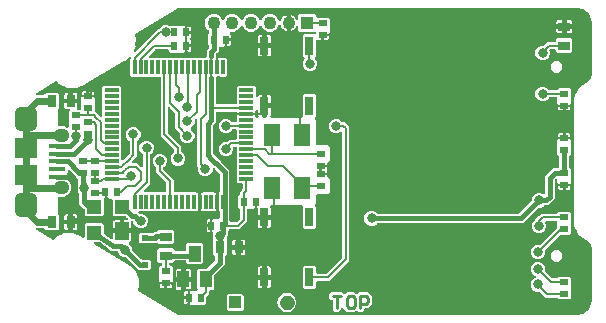
<source format=gtl>
G04 EAGLE Gerber RS-274X export*
G75*
%MOMM*%
%FSLAX34Y34*%
%LPD*%
%INTop Copper*%
%IPPOS*%
%AMOC8*
5,1,8,0,0,1.08239X$1,22.5*%
G01*
%ADD10C,0.254000*%
%ADD11R,0.762000X1.524000*%
%ADD12R,1.400000X1.900000*%
%ADD13R,1.000000X1.400000*%
%ADD14R,1.200000X0.300000*%
%ADD15R,0.300000X1.200000*%
%ADD16R,1.106400X1.106400*%
%ADD17C,1.106400*%
%ADD18R,1.350000X0.400000*%
%ADD19R,1.900000X1.800000*%
%ADD20C,0.950000*%
%ADD21C,0.990000*%
%ADD22R,1.000000X0.800000*%
%ADD23R,1.200000X1.500000*%
%ADD24R,1.200000X1.200000*%
%ADD25R,0.600000X0.500000*%
%ADD26R,0.750000X0.500000*%
%ADD27R,0.800000X1.000000*%
%ADD28R,0.500000X0.750000*%
%ADD29R,1.000000X1.000000*%
%ADD30C,0.609600*%
%ADD31C,0.406400*%
%ADD32C,0.806400*%
%ADD33C,0.203200*%
%ADD34C,0.200000*%

G36*
X484631Y3396D02*
X484631Y3396D01*
X484702Y3397D01*
X489305Y4197D01*
X489352Y4212D01*
X489400Y4218D01*
X489467Y4250D01*
X489576Y4285D01*
X489648Y4333D01*
X489705Y4360D01*
X493081Y6670D01*
X493110Y6696D01*
X493143Y6715D01*
X493195Y6774D01*
X493291Y6862D01*
X493330Y6925D01*
X493367Y6966D01*
X495567Y10450D01*
X495571Y10458D01*
X495576Y10465D01*
X495596Y10515D01*
X495684Y10709D01*
X495689Y10748D01*
X495701Y10777D01*
X496721Y15470D01*
X496731Y15608D01*
X496744Y15685D01*
X496744Y60063D01*
X496704Y60344D01*
X496698Y60358D01*
X496696Y60371D01*
X495484Y64181D01*
X495431Y64291D01*
X495382Y64403D01*
X495370Y64417D01*
X495361Y64437D01*
X495171Y64649D01*
X495166Y64652D01*
X495162Y64657D01*
X491976Y67280D01*
X491918Y67316D01*
X491880Y67351D01*
X489477Y68895D01*
X489385Y68938D01*
X489297Y68987D01*
X489261Y68995D01*
X489219Y69014D01*
X489036Y69042D01*
X488969Y69056D01*
X488800Y69063D01*
X488281Y69626D01*
X488132Y69747D01*
X488084Y69791D01*
X487439Y70206D01*
X487403Y70370D01*
X487368Y70465D01*
X487341Y70562D01*
X487321Y70593D01*
X487304Y70637D01*
X487195Y70785D01*
X487157Y70843D01*
X485556Y72577D01*
X485499Y72623D01*
X485449Y72677D01*
X485398Y72706D01*
X485336Y72757D01*
X485224Y72805D01*
X485157Y72842D01*
X484886Y72941D01*
X484610Y73531D01*
X484455Y73769D01*
X484443Y73779D01*
X484436Y73790D01*
X483995Y74268D01*
X484007Y74557D01*
X483999Y74630D01*
X484002Y74704D01*
X483986Y74761D01*
X483978Y74840D01*
X483933Y74954D01*
X483912Y75027D01*
X482975Y77035D01*
X482938Y77092D01*
X482910Y77153D01*
X482868Y77200D01*
X482820Y77273D01*
X482734Y77347D01*
X482684Y77402D01*
X482439Y77596D01*
X482366Y78220D01*
X482293Y78494D01*
X482282Y78513D01*
X482277Y78530D01*
X482012Y79099D01*
X482119Y79393D01*
X482133Y79460D01*
X482156Y79523D01*
X482159Y79586D01*
X482177Y79671D01*
X482169Y79785D01*
X482173Y79859D01*
X481948Y81772D01*
X481941Y81799D01*
X481940Y81828D01*
X481904Y81937D01*
X481875Y82047D01*
X481861Y82071D01*
X481852Y82098D01*
X481807Y82162D01*
X481758Y82243D01*
X481758Y83323D01*
X481749Y83390D01*
X481751Y83442D01*
X481624Y84520D01*
X481625Y84522D01*
X481683Y84621D01*
X481690Y84648D01*
X481703Y84673D01*
X481716Y84750D01*
X481753Y84896D01*
X481750Y84958D01*
X481758Y85004D01*
X481758Y182204D01*
X481754Y182232D01*
X481757Y182260D01*
X481734Y182372D01*
X481718Y182485D01*
X481707Y182511D01*
X481701Y182539D01*
X481664Y182607D01*
X481625Y182693D01*
X481751Y183766D01*
X481750Y183834D01*
X481758Y183885D01*
X481758Y184971D01*
X481759Y184972D01*
X481828Y185064D01*
X481838Y185090D01*
X481854Y185114D01*
X481876Y185189D01*
X481929Y185329D01*
X481935Y185390D01*
X481948Y185436D01*
X482173Y187349D01*
X482171Y187417D01*
X482180Y187485D01*
X482168Y187547D01*
X482166Y187633D01*
X482132Y187742D01*
X482119Y187815D01*
X482012Y188109D01*
X482277Y188678D01*
X482360Y188950D01*
X482361Y188971D01*
X482366Y188988D01*
X482439Y189612D01*
X482684Y189806D01*
X482731Y189855D01*
X482785Y189897D01*
X482821Y189949D01*
X482881Y190011D01*
X482933Y190112D01*
X482975Y190173D01*
X483912Y192181D01*
X483934Y192251D01*
X483964Y192318D01*
X483972Y192376D01*
X483995Y192453D01*
X483997Y192575D01*
X484007Y192651D01*
X483995Y192940D01*
X484436Y193418D01*
X484598Y193651D01*
X484603Y193666D01*
X484610Y193677D01*
X484886Y194267D01*
X485157Y194366D01*
X485222Y194400D01*
X485291Y194425D01*
X485338Y194462D01*
X485408Y194499D01*
X485496Y194584D01*
X485556Y194631D01*
X487157Y196365D01*
X487214Y196448D01*
X487279Y196526D01*
X487292Y196561D01*
X487319Y196599D01*
X487377Y196774D01*
X487403Y196838D01*
X487439Y197002D01*
X488084Y197417D01*
X488229Y197542D01*
X488281Y197582D01*
X488800Y198145D01*
X488969Y198152D01*
X489068Y198170D01*
X489168Y198180D01*
X489202Y198195D01*
X489248Y198203D01*
X489414Y198285D01*
X489477Y198313D01*
X491880Y199857D01*
X491931Y199902D01*
X491976Y199927D01*
X495162Y202551D01*
X495245Y202641D01*
X495331Y202729D01*
X495339Y202745D01*
X495354Y202761D01*
X495441Y202935D01*
X495448Y202947D01*
X495452Y202958D01*
X495480Y203016D01*
X495482Y203022D01*
X495484Y203027D01*
X496696Y206837D01*
X496744Y207118D01*
X496742Y207133D01*
X496744Y207145D01*
X496744Y251523D01*
X496725Y251660D01*
X496721Y251738D01*
X495701Y256431D01*
X495698Y256440D01*
X495697Y256448D01*
X495677Y256497D01*
X495663Y256533D01*
X495654Y256570D01*
X495643Y256589D01*
X495602Y256698D01*
X495579Y256729D01*
X495567Y256758D01*
X493394Y260199D01*
X493361Y260237D01*
X493336Y260281D01*
X493282Y260331D01*
X493210Y260416D01*
X493136Y260465D01*
X493089Y260508D01*
X489467Y262862D01*
X489437Y262876D01*
X489411Y262896D01*
X489338Y262922D01*
X489210Y262982D01*
X489144Y262992D01*
X489096Y263010D01*
X484694Y263810D01*
X484584Y263814D01*
X484512Y263826D01*
X150372Y263826D01*
X150300Y263816D01*
X150246Y263818D01*
X146967Y263409D01*
X146778Y263357D01*
X146716Y263344D01*
X143716Y262144D01*
X143631Y262095D01*
X143568Y262070D01*
X110196Y241908D01*
X110117Y241844D01*
X110033Y241786D01*
X110008Y241754D01*
X109976Y241728D01*
X109918Y241645D01*
X109853Y241566D01*
X109837Y241528D01*
X109814Y241495D01*
X109782Y241398D01*
X109741Y241304D01*
X109736Y241264D01*
X109723Y241225D01*
X109719Y241123D01*
X109706Y241022D01*
X109713Y240987D01*
X109711Y240941D01*
X109755Y240758D01*
X109767Y240692D01*
X110385Y238993D01*
X110389Y238985D01*
X110391Y238976D01*
X110419Y238929D01*
X110519Y238742D01*
X110546Y238714D01*
X110562Y238687D01*
X110924Y238256D01*
X110891Y237878D01*
X110894Y237826D01*
X110888Y237773D01*
X110901Y237702D01*
X110907Y237594D01*
X110937Y237508D01*
X110949Y237443D01*
X111078Y237087D01*
X110840Y236577D01*
X110837Y236568D01*
X110832Y236561D01*
X110819Y236507D01*
X110757Y236305D01*
X110756Y236266D01*
X110749Y236235D01*
X110389Y232105D01*
X110393Y232037D01*
X110387Y231968D01*
X110400Y231907D01*
X110405Y231821D01*
X110442Y231713D01*
X110458Y231640D01*
X110573Y231353D01*
X110325Y230773D01*
X110250Y230498D01*
X110251Y230478D01*
X110246Y230461D01*
X110192Y229832D01*
X109955Y229633D01*
X109909Y229582D01*
X109856Y229538D01*
X109822Y229486D01*
X109765Y229422D01*
X109715Y229318D01*
X109674Y229256D01*
X109119Y227959D01*
X109095Y227870D01*
X109062Y227784D01*
X109058Y227734D01*
X109045Y227685D01*
X109046Y227593D01*
X109038Y227501D01*
X109048Y227451D01*
X109049Y227401D01*
X109076Y227313D01*
X109094Y227222D01*
X109118Y227177D01*
X109133Y227129D01*
X109183Y227052D01*
X109225Y226970D01*
X109260Y226933D01*
X109288Y226891D01*
X109358Y226831D01*
X109421Y226764D01*
X109465Y226738D01*
X109503Y226705D01*
X109587Y226667D01*
X109666Y226620D01*
X109716Y226608D01*
X109762Y226586D01*
X109853Y226573D01*
X109942Y226550D01*
X109992Y226552D01*
X110043Y226544D01*
X110134Y226556D01*
X110226Y226559D01*
X110274Y226575D01*
X110325Y226581D01*
X110409Y226618D01*
X110497Y226647D01*
X110533Y226672D01*
X110585Y226695D01*
X110707Y226797D01*
X110770Y226841D01*
X125686Y241757D01*
X125686Y241758D01*
X129801Y245873D01*
X130195Y245873D01*
X130282Y245885D01*
X130369Y245888D01*
X130422Y245905D01*
X130477Y245913D01*
X130557Y245948D01*
X130640Y245975D01*
X130679Y246003D01*
X130736Y246029D01*
X130850Y246125D01*
X130913Y246170D01*
X132709Y247965D01*
X134938Y248889D01*
X137350Y248889D01*
X138736Y248315D01*
X138737Y248314D01*
X138739Y248314D01*
X138878Y248278D01*
X139011Y248244D01*
X139013Y248244D01*
X139014Y248244D01*
X139160Y248248D01*
X139295Y248252D01*
X139297Y248253D01*
X139298Y248253D01*
X139433Y248296D01*
X139566Y248339D01*
X139567Y248340D01*
X139569Y248340D01*
X139581Y248349D01*
X139802Y248497D01*
X139822Y248520D01*
X139842Y248535D01*
X139914Y248607D01*
X144523Y248607D01*
X144610Y248619D01*
X144698Y248622D01*
X144750Y248639D01*
X144805Y248647D01*
X144828Y248657D01*
X151678Y248657D01*
X151939Y248396D01*
X152008Y248344D01*
X152072Y248284D01*
X152122Y248258D01*
X152166Y248225D01*
X152248Y248194D01*
X152254Y248191D01*
X152269Y248144D01*
X152297Y248105D01*
X152323Y248048D01*
X152419Y247935D01*
X152464Y247871D01*
X152932Y247403D01*
X152956Y247385D01*
X152975Y247363D01*
X153069Y247300D01*
X153159Y247232D01*
X153187Y247221D01*
X153211Y247205D01*
X153319Y247171D01*
X153425Y247130D01*
X153454Y247128D01*
X153482Y247119D01*
X153595Y247116D01*
X153708Y247107D01*
X153737Y247113D01*
X153766Y247112D01*
X153876Y247140D01*
X153987Y247163D01*
X154013Y247176D01*
X154041Y247184D01*
X154139Y247242D01*
X154239Y247294D01*
X154261Y247314D01*
X154286Y247329D01*
X154363Y247412D01*
X154445Y247490D01*
X154460Y247515D01*
X154480Y247536D01*
X154532Y247637D01*
X154589Y247735D01*
X154596Y247763D01*
X154610Y247789D01*
X154623Y247867D01*
X154659Y248010D01*
X154657Y248073D01*
X154662Y248099D01*
X156219Y248099D01*
X156780Y247867D01*
X157209Y247438D01*
X157441Y246877D01*
X157441Y244073D01*
X153884Y244073D01*
X153826Y244065D01*
X153768Y244067D01*
X153686Y244045D01*
X153602Y244033D01*
X153549Y244010D01*
X153493Y243995D01*
X153420Y243952D01*
X153343Y243917D01*
X153298Y243879D01*
X153248Y243850D01*
X153190Y243788D01*
X153126Y243734D01*
X153094Y243685D01*
X153054Y243642D01*
X153015Y243567D01*
X152968Y243497D01*
X152951Y243441D01*
X152924Y243389D01*
X152913Y243321D01*
X152883Y243226D01*
X152880Y243126D01*
X152869Y243058D01*
X152869Y242590D01*
X152877Y242532D01*
X152875Y242474D01*
X152897Y242392D01*
X152909Y242308D01*
X152932Y242255D01*
X152947Y242199D01*
X152990Y242126D01*
X153025Y242049D01*
X153063Y242004D01*
X153092Y241954D01*
X153154Y241896D01*
X153208Y241832D01*
X153257Y241800D01*
X153300Y241760D01*
X153375Y241721D01*
X153445Y241674D01*
X153501Y241657D01*
X153553Y241630D01*
X153621Y241619D01*
X153716Y241589D01*
X153816Y241586D01*
X153884Y241575D01*
X157441Y241575D01*
X157441Y238771D01*
X157209Y238210D01*
X156952Y237954D01*
X156917Y237907D01*
X156875Y237867D01*
X156832Y237794D01*
X156781Y237727D01*
X156760Y237672D01*
X156731Y237622D01*
X156710Y237540D01*
X156680Y237461D01*
X156675Y237403D01*
X156661Y237346D01*
X156664Y237262D01*
X156656Y237178D01*
X156668Y237120D01*
X156670Y237062D01*
X156696Y236982D01*
X156712Y236899D01*
X156739Y236847D01*
X156757Y236791D01*
X156797Y236735D01*
X156843Y236647D01*
X156912Y236574D01*
X156952Y236518D01*
X157209Y236262D01*
X157441Y235701D01*
X157441Y232897D01*
X153884Y232897D01*
X153826Y232889D01*
X153768Y232891D01*
X153686Y232869D01*
X153602Y232857D01*
X153549Y232834D01*
X153493Y232819D01*
X153420Y232776D01*
X153343Y232741D01*
X153298Y232703D01*
X153248Y232674D01*
X153190Y232612D01*
X153126Y232558D01*
X153094Y232509D01*
X153054Y232466D01*
X153015Y232391D01*
X152968Y232321D01*
X152951Y232265D01*
X152924Y232213D01*
X152913Y232145D01*
X152883Y232050D01*
X152880Y231950D01*
X152869Y231882D01*
X152869Y231414D01*
X152877Y231356D01*
X152875Y231298D01*
X152897Y231216D01*
X152909Y231132D01*
X152932Y231079D01*
X152947Y231023D01*
X152990Y230950D01*
X153025Y230873D01*
X153063Y230828D01*
X153092Y230778D01*
X153154Y230720D01*
X153208Y230656D01*
X153257Y230624D01*
X153300Y230584D01*
X153375Y230545D01*
X153445Y230498D01*
X153501Y230481D01*
X153553Y230454D01*
X153621Y230443D01*
X153716Y230413D01*
X153816Y230410D01*
X153884Y230399D01*
X157441Y230399D01*
X157441Y227595D01*
X157209Y227034D01*
X156780Y226605D01*
X156219Y226373D01*
X154662Y226373D01*
X154661Y226381D01*
X154664Y226410D01*
X154641Y226521D01*
X154625Y226633D01*
X154613Y226660D01*
X154608Y226689D01*
X154556Y226789D01*
X154509Y226892D01*
X154490Y226915D01*
X154477Y226941D01*
X154399Y227023D01*
X154326Y227109D01*
X154301Y227126D01*
X154281Y227147D01*
X154183Y227204D01*
X154089Y227267D01*
X154061Y227276D01*
X154036Y227291D01*
X153926Y227319D01*
X153818Y227353D01*
X153788Y227354D01*
X153760Y227361D01*
X153647Y227357D01*
X153534Y227360D01*
X153505Y227353D01*
X153476Y227352D01*
X153368Y227317D01*
X153259Y227288D01*
X153233Y227273D01*
X153205Y227264D01*
X153142Y227219D01*
X153014Y227143D01*
X152971Y227097D01*
X152932Y227069D01*
X152464Y226601D01*
X152412Y226532D01*
X152352Y226468D01*
X152326Y226418D01*
X152293Y226374D01*
X152262Y226292D01*
X152259Y226286D01*
X152212Y226271D01*
X152173Y226243D01*
X152116Y226217D01*
X152002Y226121D01*
X151939Y226076D01*
X151678Y225815D01*
X144822Y225815D01*
X144807Y225818D01*
X144749Y225840D01*
X144601Y225852D01*
X144523Y225865D01*
X139914Y225865D01*
X138723Y227056D01*
X138723Y227584D01*
X138715Y227642D01*
X138717Y227700D01*
X138695Y227782D01*
X138683Y227866D01*
X138660Y227919D01*
X138645Y227975D01*
X138602Y228048D01*
X138567Y228125D01*
X138529Y228170D01*
X138500Y228220D01*
X138438Y228278D01*
X138384Y228342D01*
X138335Y228374D01*
X138292Y228414D01*
X138217Y228453D01*
X138147Y228500D01*
X138091Y228517D01*
X138039Y228544D01*
X137971Y228555D01*
X137876Y228585D01*
X137776Y228588D01*
X137708Y228599D01*
X127667Y228599D01*
X127581Y228587D01*
X127493Y228584D01*
X127441Y228567D01*
X127386Y228559D01*
X127306Y228524D01*
X127223Y228497D01*
X127184Y228469D01*
X127126Y228443D01*
X127013Y228347D01*
X126949Y228302D01*
X121877Y223230D01*
X121860Y223206D01*
X121837Y223187D01*
X121775Y223093D01*
X121707Y223003D01*
X121696Y222975D01*
X121680Y222951D01*
X121646Y222843D01*
X121605Y222737D01*
X121603Y222708D01*
X121594Y222680D01*
X121591Y222566D01*
X121582Y222454D01*
X121587Y222425D01*
X121587Y222396D01*
X121615Y222286D01*
X121638Y222175D01*
X121651Y222149D01*
X121659Y222121D01*
X121716Y222023D01*
X121769Y221923D01*
X121789Y221901D01*
X121804Y221876D01*
X121886Y221799D01*
X121964Y221717D01*
X121990Y221702D01*
X122011Y221682D01*
X122112Y221630D01*
X122210Y221573D01*
X122238Y221566D01*
X122264Y221552D01*
X122342Y221539D01*
X122485Y221503D01*
X122548Y221505D01*
X122595Y221497D01*
X169672Y221497D01*
X169730Y221505D01*
X169788Y221503D01*
X169870Y221525D01*
X169954Y221537D01*
X170007Y221560D01*
X170063Y221575D01*
X170136Y221618D01*
X170213Y221653D01*
X170258Y221691D01*
X170308Y221720D01*
X170366Y221782D01*
X170430Y221836D01*
X170462Y221885D01*
X170502Y221928D01*
X170541Y222003D01*
X170588Y222073D01*
X170605Y222129D01*
X170632Y222181D01*
X170643Y222249D01*
X170673Y222344D01*
X170676Y222444D01*
X170687Y222512D01*
X170687Y228252D01*
X172422Y229986D01*
X172474Y230056D01*
X172534Y230120D01*
X172560Y230169D01*
X172593Y230214D01*
X172624Y230295D01*
X172664Y230373D01*
X172672Y230421D01*
X172694Y230479D01*
X172706Y230627D01*
X172719Y230704D01*
X172719Y231248D01*
X172707Y231334D01*
X172704Y231422D01*
X172687Y231474D01*
X172679Y231529D01*
X172644Y231609D01*
X172617Y231692D01*
X172589Y231731D01*
X172563Y231788D01*
X172468Y231901D01*
X172422Y231965D01*
X172251Y232136D01*
X172251Y241320D01*
X172295Y241364D01*
X172347Y241433D01*
X172407Y241497D01*
X172433Y241547D01*
X172466Y241591D01*
X172497Y241672D01*
X172537Y241750D01*
X172545Y241798D01*
X172567Y241856D01*
X172579Y242004D01*
X172592Y242081D01*
X172592Y243898D01*
X172580Y243985D01*
X172577Y244072D01*
X172560Y244125D01*
X172552Y244180D01*
X172517Y244259D01*
X172490Y244343D01*
X172462Y244382D01*
X172436Y244439D01*
X172340Y244552D01*
X172295Y244616D01*
X170244Y246667D01*
X169092Y249447D01*
X169092Y252457D01*
X170244Y255237D01*
X172372Y257365D01*
X175152Y258517D01*
X178162Y258517D01*
X180942Y257365D01*
X183070Y255237D01*
X183657Y253821D01*
X183671Y253796D01*
X183680Y253768D01*
X183743Y253674D01*
X183801Y253576D01*
X183822Y253556D01*
X183839Y253532D01*
X183925Y253459D01*
X184008Y253381D01*
X184034Y253368D01*
X184056Y253349D01*
X184160Y253303D01*
X184260Y253251D01*
X184289Y253245D01*
X184316Y253233D01*
X184428Y253218D01*
X184539Y253196D01*
X184569Y253199D01*
X184598Y253194D01*
X184710Y253211D01*
X184823Y253220D01*
X184850Y253231D01*
X184879Y253235D01*
X184982Y253282D01*
X185088Y253322D01*
X185111Y253340D01*
X185138Y253352D01*
X185224Y253426D01*
X185315Y253494D01*
X185332Y253518D01*
X185355Y253537D01*
X185396Y253603D01*
X185485Y253722D01*
X185507Y253780D01*
X185532Y253821D01*
X186119Y255237D01*
X188247Y257365D01*
X191027Y258517D01*
X194037Y258517D01*
X196817Y257365D01*
X198945Y255237D01*
X199532Y253821D01*
X199546Y253796D01*
X199555Y253768D01*
X199618Y253674D01*
X199676Y253576D01*
X199697Y253556D01*
X199714Y253532D01*
X199800Y253459D01*
X199883Y253381D01*
X199909Y253368D01*
X199931Y253349D01*
X200035Y253303D01*
X200135Y253251D01*
X200164Y253245D01*
X200191Y253233D01*
X200303Y253218D01*
X200414Y253196D01*
X200444Y253199D01*
X200473Y253194D01*
X200585Y253211D01*
X200698Y253220D01*
X200725Y253231D01*
X200754Y253235D01*
X200857Y253282D01*
X200963Y253322D01*
X200986Y253340D01*
X201013Y253352D01*
X201099Y253426D01*
X201190Y253494D01*
X201207Y253518D01*
X201230Y253537D01*
X201271Y253603D01*
X201360Y253722D01*
X201382Y253780D01*
X201407Y253821D01*
X201994Y255237D01*
X204122Y257365D01*
X206902Y258517D01*
X209912Y258517D01*
X212692Y257365D01*
X214820Y255237D01*
X215407Y253821D01*
X215421Y253796D01*
X215430Y253768D01*
X215493Y253674D01*
X215551Y253576D01*
X215572Y253556D01*
X215589Y253532D01*
X215675Y253459D01*
X215758Y253381D01*
X215784Y253368D01*
X215806Y253349D01*
X215910Y253303D01*
X216010Y253251D01*
X216039Y253245D01*
X216066Y253233D01*
X216178Y253218D01*
X216289Y253196D01*
X216319Y253199D01*
X216348Y253194D01*
X216460Y253211D01*
X216573Y253220D01*
X216600Y253231D01*
X216629Y253235D01*
X216732Y253282D01*
X216838Y253322D01*
X216861Y253340D01*
X216888Y253352D01*
X216974Y253426D01*
X217065Y253494D01*
X217082Y253518D01*
X217105Y253537D01*
X217146Y253603D01*
X217235Y253722D01*
X217257Y253780D01*
X217282Y253821D01*
X217869Y255237D01*
X219997Y257365D01*
X222777Y258517D01*
X225787Y258517D01*
X228567Y257365D01*
X230695Y255237D01*
X231556Y253158D01*
X231571Y253132D01*
X231580Y253104D01*
X231643Y253010D01*
X231701Y252913D01*
X231722Y252893D01*
X231739Y252868D01*
X231825Y252795D01*
X231908Y252718D01*
X231934Y252704D01*
X231956Y252685D01*
X232060Y252639D01*
X232160Y252587D01*
X232189Y252582D01*
X232216Y252570D01*
X232328Y252554D01*
X232439Y252532D01*
X232468Y252535D01*
X232498Y252531D01*
X232610Y252547D01*
X232723Y252557D01*
X232750Y252567D01*
X232779Y252571D01*
X232882Y252618D01*
X232988Y252659D01*
X233011Y252676D01*
X233038Y252689D01*
X233124Y252762D01*
X233215Y252830D01*
X233232Y252854D01*
X233254Y252873D01*
X233296Y252939D01*
X233385Y253058D01*
X233407Y253117D01*
X233432Y253157D01*
X233903Y254295D01*
X234676Y255451D01*
X235658Y256433D01*
X236814Y257206D01*
X238099Y257738D01*
X238408Y257799D01*
X238408Y251686D01*
X238416Y251628D01*
X238414Y251570D01*
X238436Y251488D01*
X238448Y251405D01*
X238471Y251351D01*
X238486Y251295D01*
X238529Y251222D01*
X238564Y251145D01*
X238602Y251101D01*
X238631Y251050D01*
X238693Y250993D01*
X238730Y250949D01*
X238729Y250948D01*
X238665Y250893D01*
X238633Y250845D01*
X238593Y250802D01*
X238554Y250727D01*
X238507Y250657D01*
X238490Y250601D01*
X238463Y250549D01*
X238452Y250481D01*
X238422Y250386D01*
X238419Y250286D01*
X238408Y250218D01*
X238408Y244105D01*
X238099Y244166D01*
X236814Y244698D01*
X235658Y245471D01*
X234676Y246453D01*
X233903Y247609D01*
X233432Y248747D01*
X233417Y248772D01*
X233409Y248800D01*
X233345Y248894D01*
X233288Y248991D01*
X233267Y249011D01*
X233250Y249036D01*
X233163Y249109D01*
X233081Y249187D01*
X233055Y249200D01*
X233033Y249219D01*
X232929Y249265D01*
X232828Y249317D01*
X232800Y249322D01*
X232773Y249334D01*
X232661Y249350D01*
X232550Y249372D01*
X232520Y249369D01*
X232491Y249373D01*
X232379Y249357D01*
X232266Y249347D01*
X232239Y249337D01*
X232210Y249333D01*
X232107Y249286D01*
X232001Y249245D01*
X231978Y249228D01*
X231951Y249215D01*
X231865Y249142D01*
X231774Y249074D01*
X231757Y249050D01*
X231734Y249031D01*
X231693Y248965D01*
X231604Y248846D01*
X231582Y248787D01*
X231556Y248746D01*
X230695Y246667D01*
X228567Y244539D01*
X225787Y243387D01*
X222777Y243387D01*
X219997Y244539D01*
X217869Y246667D01*
X217282Y248083D01*
X217268Y248108D01*
X217259Y248136D01*
X217196Y248230D01*
X217138Y248328D01*
X217117Y248348D01*
X217100Y248372D01*
X217014Y248445D01*
X216931Y248523D01*
X216905Y248536D01*
X216883Y248555D01*
X216779Y248601D01*
X216679Y248653D01*
X216650Y248659D01*
X216623Y248671D01*
X216511Y248686D01*
X216400Y248708D01*
X216370Y248705D01*
X216341Y248710D01*
X216229Y248693D01*
X216116Y248684D01*
X216089Y248673D01*
X216060Y248669D01*
X215957Y248622D01*
X215851Y248582D01*
X215828Y248564D01*
X215801Y248552D01*
X215715Y248478D01*
X215624Y248410D01*
X215607Y248386D01*
X215585Y248367D01*
X215543Y248301D01*
X215454Y248182D01*
X215432Y248124D01*
X215407Y248083D01*
X214820Y246667D01*
X212692Y244539D01*
X209912Y243387D01*
X206902Y243387D01*
X204122Y244539D01*
X201994Y246667D01*
X201407Y248083D01*
X201393Y248108D01*
X201384Y248136D01*
X201321Y248230D01*
X201263Y248328D01*
X201242Y248348D01*
X201225Y248372D01*
X201139Y248445D01*
X201056Y248523D01*
X201030Y248536D01*
X201008Y248555D01*
X200904Y248601D01*
X200804Y248653D01*
X200775Y248659D01*
X200748Y248671D01*
X200636Y248686D01*
X200525Y248708D01*
X200495Y248705D01*
X200466Y248710D01*
X200354Y248693D01*
X200241Y248684D01*
X200214Y248673D01*
X200185Y248669D01*
X200082Y248622D01*
X199976Y248582D01*
X199953Y248564D01*
X199926Y248552D01*
X199840Y248478D01*
X199749Y248410D01*
X199732Y248386D01*
X199710Y248367D01*
X199668Y248301D01*
X199579Y248182D01*
X199557Y248124D01*
X199532Y248083D01*
X198945Y246667D01*
X196817Y244539D01*
X194037Y243387D01*
X191142Y243387D01*
X191113Y243383D01*
X191084Y243386D01*
X190973Y243363D01*
X190861Y243347D01*
X190834Y243335D01*
X190805Y243330D01*
X190705Y243278D01*
X190601Y243231D01*
X190579Y243212D01*
X190553Y243199D01*
X190471Y243121D01*
X190384Y243048D01*
X190368Y243023D01*
X190347Y243003D01*
X190289Y242905D01*
X190227Y242811D01*
X190218Y242783D01*
X190203Y242758D01*
X190175Y242648D01*
X190141Y242540D01*
X190140Y242511D01*
X190133Y242482D01*
X190136Y242369D01*
X190133Y242256D01*
X190141Y242227D01*
X190142Y242198D01*
X190177Y242090D01*
X190205Y241981D01*
X190220Y241955D01*
X190229Y241927D01*
X190275Y241863D01*
X190351Y241736D01*
X190396Y241693D01*
X190424Y241654D01*
X190737Y241342D01*
X190969Y240781D01*
X190969Y237977D01*
X187412Y237977D01*
X187354Y237969D01*
X187296Y237971D01*
X187214Y237949D01*
X187130Y237937D01*
X187077Y237914D01*
X187021Y237899D01*
X186948Y237856D01*
X186871Y237821D01*
X186826Y237783D01*
X186776Y237754D01*
X186718Y237692D01*
X186654Y237638D01*
X186622Y237589D01*
X186582Y237546D01*
X186543Y237471D01*
X186496Y237401D01*
X186479Y237345D01*
X186452Y237293D01*
X186441Y237225D01*
X186411Y237130D01*
X186408Y237030D01*
X186397Y236962D01*
X186397Y236494D01*
X186405Y236436D01*
X186403Y236378D01*
X186425Y236296D01*
X186437Y236212D01*
X186460Y236159D01*
X186475Y236103D01*
X186518Y236030D01*
X186553Y235953D01*
X186591Y235908D01*
X186620Y235858D01*
X186682Y235800D01*
X186736Y235736D01*
X186785Y235704D01*
X186828Y235664D01*
X186903Y235625D01*
X186973Y235578D01*
X187029Y235561D01*
X187081Y235534D01*
X187149Y235523D01*
X187244Y235493D01*
X187344Y235490D01*
X187412Y235479D01*
X190969Y235479D01*
X190969Y232675D01*
X190737Y232114D01*
X190308Y231685D01*
X189747Y231453D01*
X188190Y231453D01*
X188189Y231461D01*
X188192Y231490D01*
X188169Y231601D01*
X188153Y231713D01*
X188141Y231740D01*
X188136Y231769D01*
X188083Y231869D01*
X188037Y231972D01*
X188018Y231995D01*
X188005Y232021D01*
X187927Y232103D01*
X187854Y232189D01*
X187829Y232206D01*
X187809Y232227D01*
X187711Y232284D01*
X187617Y232347D01*
X187589Y232356D01*
X187564Y232371D01*
X187454Y232399D01*
X187346Y232433D01*
X187316Y232434D01*
X187288Y232441D01*
X187175Y232437D01*
X187062Y232440D01*
X187033Y232433D01*
X187004Y232432D01*
X186896Y232397D01*
X186787Y232368D01*
X186761Y232353D01*
X186733Y232344D01*
X186669Y232299D01*
X186542Y232223D01*
X186499Y232177D01*
X186460Y232149D01*
X185992Y231681D01*
X185939Y231611D01*
X185880Y231548D01*
X185854Y231498D01*
X185821Y231454D01*
X185790Y231372D01*
X185787Y231366D01*
X185740Y231351D01*
X185701Y231323D01*
X185644Y231297D01*
X185530Y231201D01*
X185467Y231156D01*
X185206Y230895D01*
X181864Y230895D01*
X181806Y230887D01*
X181748Y230889D01*
X181666Y230867D01*
X181582Y230855D01*
X181529Y230832D01*
X181473Y230817D01*
X181400Y230774D01*
X181323Y230739D01*
X181278Y230701D01*
X181228Y230672D01*
X181170Y230610D01*
X181106Y230556D01*
X181074Y230507D01*
X181034Y230464D01*
X180995Y230389D01*
X180948Y230319D01*
X180931Y230263D01*
X180904Y230211D01*
X180893Y230143D01*
X180863Y230048D01*
X180860Y229948D01*
X180849Y229880D01*
X180849Y226916D01*
X179114Y225182D01*
X179062Y225112D01*
X179002Y225048D01*
X178976Y224999D01*
X178943Y224954D01*
X178912Y224873D01*
X178872Y224795D01*
X178864Y224747D01*
X178842Y224689D01*
X178830Y224541D01*
X178817Y224464D01*
X178817Y222004D01*
X178825Y221946D01*
X178823Y221888D01*
X178845Y221806D01*
X178857Y221722D01*
X178880Y221669D01*
X178895Y221613D01*
X178938Y221540D01*
X178973Y221463D01*
X179011Y221418D01*
X179040Y221368D01*
X179102Y221310D01*
X179156Y221246D01*
X179205Y221214D01*
X179248Y221174D01*
X179323Y221135D01*
X179393Y221088D01*
X179449Y221071D01*
X179501Y221044D01*
X179569Y221033D01*
X179664Y221003D01*
X179764Y221000D01*
X179832Y220989D01*
X181549Y220989D01*
X181636Y221001D01*
X181724Y221004D01*
X181776Y221021D01*
X181831Y221029D01*
X181911Y221064D01*
X181994Y221091D01*
X182033Y221119D01*
X182090Y221145D01*
X182204Y221241D01*
X182267Y221286D01*
X182478Y221497D01*
X187162Y221497D01*
X188353Y220306D01*
X188353Y206622D01*
X187162Y205431D01*
X182478Y205431D01*
X182267Y205642D01*
X182198Y205694D01*
X182134Y205754D01*
X182084Y205780D01*
X182040Y205813D01*
X181958Y205844D01*
X181881Y205884D01*
X181833Y205892D01*
X181775Y205914D01*
X181627Y205926D01*
X181549Y205939D01*
X179900Y205939D01*
X179842Y205931D01*
X179784Y205933D01*
X179702Y205911D01*
X179618Y205899D01*
X179565Y205876D01*
X179509Y205861D01*
X179436Y205818D01*
X179359Y205783D01*
X179314Y205745D01*
X179264Y205716D01*
X179206Y205654D01*
X179142Y205600D01*
X179110Y205551D01*
X179070Y205508D01*
X179031Y205433D01*
X178984Y205363D01*
X178967Y205307D01*
X178940Y205255D01*
X178929Y205187D01*
X178899Y205092D01*
X178896Y204992D01*
X178885Y204924D01*
X178885Y183028D01*
X178892Y182978D01*
X178891Y182965D01*
X178893Y182960D01*
X178891Y182912D01*
X178913Y182830D01*
X178925Y182746D01*
X178948Y182693D01*
X178963Y182637D01*
X179006Y182564D01*
X179041Y182487D01*
X179079Y182442D01*
X179108Y182392D01*
X179170Y182334D01*
X179224Y182270D01*
X179273Y182238D01*
X179316Y182198D01*
X179391Y182159D01*
X179461Y182112D01*
X179517Y182095D01*
X179569Y182068D01*
X179637Y182057D01*
X179732Y182027D01*
X179832Y182024D01*
X179900Y182013D01*
X195272Y182013D01*
X195330Y182021D01*
X195388Y182019D01*
X195470Y182041D01*
X195554Y182053D01*
X195607Y182076D01*
X195663Y182091D01*
X195736Y182134D01*
X195813Y182169D01*
X195858Y182207D01*
X195908Y182236D01*
X195966Y182298D01*
X196030Y182352D01*
X196062Y182401D01*
X196102Y182444D01*
X196141Y182519D01*
X196188Y182589D01*
X196205Y182645D01*
X196232Y182697D01*
X196243Y182765D01*
X196273Y182860D01*
X196276Y182960D01*
X196287Y183028D01*
X196287Y196306D01*
X197478Y197497D01*
X211162Y197497D01*
X212353Y196306D01*
X212353Y188992D01*
X212365Y188907D01*
X212367Y188821D01*
X212385Y188767D01*
X212393Y188711D01*
X212428Y188633D01*
X212454Y188551D01*
X212486Y188503D01*
X212509Y188452D01*
X212564Y188386D01*
X212612Y188315D01*
X212656Y188278D01*
X212692Y188235D01*
X212764Y188187D01*
X212830Y188132D01*
X212882Y188108D01*
X212929Y188077D01*
X213011Y188051D01*
X213090Y188016D01*
X213146Y188008D01*
X213200Y187991D01*
X213286Y187989D01*
X213371Y187977D01*
X213427Y187985D01*
X213484Y187984D01*
X213567Y188006D01*
X213653Y188018D01*
X213704Y188041D01*
X213759Y188056D01*
X213833Y188099D01*
X213912Y188135D01*
X213955Y188172D01*
X214004Y188201D01*
X214063Y188264D01*
X214128Y188319D01*
X214154Y188361D01*
X214198Y188408D01*
X214264Y188537D01*
X214306Y188604D01*
X214607Y189332D01*
X215036Y189761D01*
X215597Y189993D01*
X217806Y189993D01*
X217806Y181737D01*
X217814Y181679D01*
X217812Y181621D01*
X217834Y181539D01*
X217846Y181456D01*
X217869Y181402D01*
X217884Y181346D01*
X217927Y181273D01*
X217962Y181196D01*
X218000Y181152D01*
X218029Y181101D01*
X218091Y181044D01*
X218145Y180979D01*
X218194Y180947D01*
X218237Y180907D01*
X218312Y180868D01*
X218344Y180847D01*
X218280Y180818D01*
X218235Y180780D01*
X218185Y180750D01*
X218127Y180689D01*
X218063Y180634D01*
X218031Y180586D01*
X217991Y180543D01*
X217952Y180468D01*
X217905Y180398D01*
X217888Y180342D01*
X217861Y180290D01*
X217850Y180222D01*
X217820Y180127D01*
X217817Y180027D01*
X217806Y179959D01*
X217806Y171704D01*
X217814Y171646D01*
X217812Y171588D01*
X217834Y171506D01*
X217846Y171422D01*
X217869Y171369D01*
X217884Y171313D01*
X217927Y171240D01*
X217962Y171163D01*
X218000Y171118D01*
X218029Y171068D01*
X218091Y171010D01*
X218145Y170946D01*
X218194Y170914D01*
X218237Y170874D01*
X218312Y170835D01*
X218382Y170788D01*
X218438Y170771D01*
X218490Y170744D01*
X218558Y170733D01*
X218653Y170703D01*
X218753Y170700D01*
X218821Y170689D01*
X220599Y170689D01*
X220657Y170697D01*
X220715Y170695D01*
X220797Y170717D01*
X220881Y170729D01*
X220934Y170752D01*
X220990Y170767D01*
X221063Y170810D01*
X221140Y170845D01*
X221185Y170883D01*
X221235Y170912D01*
X221293Y170974D01*
X221357Y171028D01*
X221389Y171077D01*
X221429Y171120D01*
X221468Y171195D01*
X221515Y171265D01*
X221532Y171321D01*
X221559Y171373D01*
X221570Y171441D01*
X221600Y171536D01*
X221603Y171636D01*
X221614Y171704D01*
X221614Y178944D01*
X225045Y178944D01*
X225045Y172925D01*
X224800Y172335D01*
X224767Y172285D01*
X224699Y172195D01*
X224689Y172167D01*
X224673Y172143D01*
X224638Y172035D01*
X224598Y171929D01*
X224596Y171900D01*
X224587Y171872D01*
X224584Y171759D01*
X224574Y171646D01*
X224580Y171617D01*
X224579Y171588D01*
X224608Y171478D01*
X224630Y171367D01*
X224644Y171341D01*
X224651Y171313D01*
X224709Y171216D01*
X224761Y171115D01*
X224782Y171093D01*
X224797Y171068D01*
X224879Y170991D01*
X224957Y170909D01*
X224982Y170894D01*
X225004Y170874D01*
X225105Y170822D01*
X225202Y170765D01*
X225231Y170758D01*
X225257Y170744D01*
X225334Y170731D01*
X225478Y170695D01*
X225540Y170697D01*
X225588Y170689D01*
X251214Y170689D01*
X251243Y170693D01*
X251272Y170690D01*
X251383Y170713D01*
X251495Y170729D01*
X251522Y170741D01*
X251551Y170746D01*
X251651Y170798D01*
X251754Y170845D01*
X251777Y170864D01*
X251803Y170877D01*
X251885Y170955D01*
X251971Y171028D01*
X251988Y171053D01*
X252009Y171073D01*
X252066Y171171D01*
X252129Y171265D01*
X252138Y171293D01*
X252153Y171318D01*
X252181Y171428D01*
X252215Y171536D01*
X252216Y171565D01*
X252223Y171594D01*
X252219Y171707D01*
X252222Y171820D01*
X252215Y171849D01*
X252214Y171878D01*
X252179Y171986D01*
X252150Y172095D01*
X252135Y172121D01*
X252126Y172149D01*
X252081Y172212D01*
X252005Y172340D01*
X251967Y172375D01*
X251967Y189310D01*
X253158Y190501D01*
X262462Y190501D01*
X263653Y189310D01*
X263653Y172386D01*
X262375Y171108D01*
X262340Y171062D01*
X262297Y171021D01*
X262255Y170949D01*
X262204Y170881D01*
X262183Y170826D01*
X262154Y170776D01*
X262133Y170694D01*
X262103Y170615D01*
X262098Y170557D01*
X262084Y170501D01*
X262086Y170416D01*
X262079Y170332D01*
X262091Y170275D01*
X262093Y170216D01*
X262119Y170136D01*
X262135Y170053D01*
X262162Y170002D01*
X262180Y169946D01*
X262220Y169890D01*
X262266Y169801D01*
X262335Y169729D01*
X262375Y169673D01*
X263145Y168903D01*
X263145Y148336D01*
X263153Y148278D01*
X263151Y148220D01*
X263173Y148138D01*
X263185Y148054D01*
X263208Y148001D01*
X263223Y147945D01*
X263266Y147872D01*
X263301Y147795D01*
X263339Y147750D01*
X263368Y147700D01*
X263430Y147642D01*
X263484Y147578D01*
X263533Y147546D01*
X263576Y147506D01*
X263651Y147467D01*
X263721Y147420D01*
X263777Y147403D01*
X263829Y147376D01*
X263897Y147365D01*
X263992Y147335D01*
X264092Y147332D01*
X264160Y147321D01*
X273551Y147321D01*
X275337Y145535D01*
X275337Y134881D01*
X273338Y132883D01*
X273286Y132813D01*
X273226Y132749D01*
X273200Y132700D01*
X273167Y132655D01*
X273136Y132574D01*
X273096Y132496D01*
X273088Y132448D01*
X273066Y132390D01*
X273054Y132242D01*
X273041Y132165D01*
X273041Y131786D01*
X272780Y131525D01*
X272728Y131456D01*
X272668Y131392D01*
X272642Y131342D01*
X272609Y131298D01*
X272578Y131216D01*
X272575Y131210D01*
X272528Y131195D01*
X272489Y131167D01*
X272432Y131141D01*
X272319Y131045D01*
X272255Y131000D01*
X271787Y130532D01*
X271769Y130508D01*
X271747Y130489D01*
X271684Y130395D01*
X271616Y130305D01*
X271605Y130277D01*
X271589Y130253D01*
X271555Y130145D01*
X271514Y130039D01*
X271512Y130010D01*
X271503Y129982D01*
X271500Y129869D01*
X271491Y129756D01*
X271497Y129727D01*
X271496Y129698D01*
X271524Y129588D01*
X271547Y129477D01*
X271560Y129451D01*
X271568Y129423D01*
X271625Y129325D01*
X271678Y129225D01*
X271698Y129203D01*
X271713Y129178D01*
X271796Y129101D01*
X271874Y129019D01*
X271899Y129004D01*
X271920Y128984D01*
X272021Y128932D01*
X272119Y128875D01*
X272147Y128868D01*
X272173Y128854D01*
X272251Y128841D01*
X272394Y128805D01*
X272457Y128807D01*
X272483Y128802D01*
X272483Y127245D01*
X272332Y126881D01*
X272310Y126796D01*
X272279Y126714D01*
X272275Y126659D01*
X272261Y126605D01*
X272263Y126518D01*
X272256Y126431D01*
X272267Y126384D01*
X272269Y126321D01*
X272314Y126180D01*
X272332Y126103D01*
X272483Y125739D01*
X272483Y124182D01*
X272475Y124181D01*
X272446Y124184D01*
X272335Y124161D01*
X272223Y124145D01*
X272196Y124133D01*
X272167Y124128D01*
X272067Y124075D01*
X271964Y124029D01*
X271941Y124010D01*
X271915Y123997D01*
X271833Y123919D01*
X271747Y123846D01*
X271730Y123821D01*
X271709Y123801D01*
X271652Y123703D01*
X271589Y123609D01*
X271580Y123581D01*
X271565Y123556D01*
X271537Y123446D01*
X271503Y123338D01*
X271502Y123308D01*
X271495Y123280D01*
X271499Y123167D01*
X271496Y123054D01*
X271503Y123025D01*
X271504Y122996D01*
X271539Y122888D01*
X271568Y122779D01*
X271583Y122753D01*
X271592Y122725D01*
X271637Y122661D01*
X271713Y122534D01*
X271759Y122491D01*
X271787Y122452D01*
X272255Y121984D01*
X272325Y121931D01*
X272388Y121872D01*
X272438Y121846D01*
X272482Y121813D01*
X272564Y121782D01*
X272570Y121779D01*
X272585Y121732D01*
X272613Y121693D01*
X272639Y121636D01*
X272691Y121574D01*
X272717Y121530D01*
X272754Y121496D01*
X272780Y121459D01*
X273041Y121198D01*
X273041Y120819D01*
X273053Y120733D01*
X273056Y120645D01*
X273073Y120593D01*
X273081Y120538D01*
X273116Y120458D01*
X273143Y120375D01*
X273171Y120336D01*
X273197Y120278D01*
X273293Y120165D01*
X273338Y120101D01*
X275337Y118103D01*
X275337Y107449D01*
X273551Y105663D01*
X264160Y105663D01*
X264102Y105655D01*
X264044Y105657D01*
X263962Y105635D01*
X263878Y105623D01*
X263825Y105600D01*
X263769Y105585D01*
X263696Y105542D01*
X263619Y105507D01*
X263574Y105469D01*
X263524Y105440D01*
X263466Y105378D01*
X263402Y105324D01*
X263370Y105275D01*
X263330Y105232D01*
X263291Y105157D01*
X263244Y105087D01*
X263227Y105031D01*
X263200Y104979D01*
X263189Y104911D01*
X263159Y104816D01*
X263156Y104716D01*
X263145Y104648D01*
X263145Y98305D01*
X262375Y97535D01*
X262340Y97489D01*
X262297Y97448D01*
X262255Y97376D01*
X262204Y97308D01*
X262183Y97254D01*
X262154Y97203D01*
X262133Y97122D01*
X262103Y97043D01*
X262098Y96984D01*
X262084Y96928D01*
X262086Y96843D01*
X262079Y96759D01*
X262091Y96702D01*
X262093Y96644D01*
X262119Y96563D01*
X262135Y96481D01*
X262162Y96429D01*
X262180Y96373D01*
X262220Y96317D01*
X262266Y96228D01*
X262322Y96169D01*
X262334Y96149D01*
X262351Y96133D01*
X262375Y96100D01*
X263653Y94822D01*
X263653Y77898D01*
X262462Y76707D01*
X253158Y76707D01*
X251967Y77898D01*
X251967Y94825D01*
X251971Y94829D01*
X252034Y94923D01*
X252102Y95013D01*
X252113Y95041D01*
X252129Y95065D01*
X252163Y95173D01*
X252204Y95279D01*
X252206Y95308D01*
X252215Y95336D01*
X252218Y95449D01*
X252227Y95562D01*
X252221Y95591D01*
X252222Y95620D01*
X252194Y95730D01*
X252171Y95841D01*
X252158Y95867D01*
X252150Y95895D01*
X252093Y95993D01*
X252040Y96093D01*
X252020Y96115D01*
X252005Y96140D01*
X251922Y96217D01*
X251844Y96299D01*
X251819Y96314D01*
X251798Y96334D01*
X251697Y96386D01*
X251599Y96443D01*
X251571Y96450D01*
X251545Y96464D01*
X251467Y96477D01*
X251324Y96513D01*
X251261Y96511D01*
X251214Y96519D01*
X225588Y96519D01*
X225559Y96515D01*
X225530Y96518D01*
X225419Y96495D01*
X225307Y96479D01*
X225280Y96467D01*
X225251Y96462D01*
X225150Y96409D01*
X225047Y96363D01*
X225025Y96344D01*
X224999Y96331D01*
X224917Y96253D01*
X224830Y96180D01*
X224814Y96155D01*
X224793Y96135D01*
X224735Y96037D01*
X224673Y95943D01*
X224664Y95915D01*
X224649Y95889D01*
X224621Y95780D01*
X224587Y95672D01*
X224586Y95642D01*
X224579Y95614D01*
X224582Y95501D01*
X224579Y95388D01*
X224587Y95359D01*
X224588Y95330D01*
X224623Y95222D01*
X224651Y95113D01*
X224666Y95087D01*
X224675Y95059D01*
X224721Y94995D01*
X224797Y94868D01*
X224806Y94859D01*
X225045Y94283D01*
X225045Y88264D01*
X220599Y88264D01*
X220541Y88256D01*
X220483Y88258D01*
X220401Y88236D01*
X220318Y88224D01*
X220264Y88201D01*
X220208Y88186D01*
X220135Y88143D01*
X220058Y88108D01*
X220014Y88070D01*
X219963Y88041D01*
X219906Y87979D01*
X219841Y87925D01*
X219809Y87876D01*
X219769Y87833D01*
X219730Y87758D01*
X219709Y87726D01*
X219680Y87790D01*
X219642Y87835D01*
X219612Y87885D01*
X219551Y87943D01*
X219496Y88007D01*
X219448Y88039D01*
X219405Y88079D01*
X219330Y88118D01*
X219260Y88165D01*
X219204Y88182D01*
X219152Y88209D01*
X219084Y88220D01*
X218989Y88250D01*
X218889Y88253D01*
X218821Y88264D01*
X214375Y88264D01*
X214375Y93278D01*
X214367Y93336D01*
X214369Y93394D01*
X214347Y93476D01*
X214335Y93560D01*
X214312Y93613D01*
X214297Y93669D01*
X214254Y93742D01*
X214219Y93819D01*
X214181Y93864D01*
X214152Y93914D01*
X214090Y93972D01*
X214036Y94036D01*
X213987Y94068D01*
X213944Y94108D01*
X213869Y94147D01*
X213799Y94194D01*
X213743Y94211D01*
X213691Y94238D01*
X213623Y94249D01*
X213593Y94259D01*
X213593Y94272D01*
X213589Y94301D01*
X213592Y94330D01*
X213569Y94441D01*
X213553Y94553D01*
X213541Y94580D01*
X213536Y94609D01*
X213484Y94709D01*
X213437Y94812D01*
X213418Y94835D01*
X213405Y94861D01*
X213327Y94943D01*
X213254Y95029D01*
X213229Y95046D01*
X213209Y95067D01*
X213111Y95124D01*
X213017Y95187D01*
X212989Y95196D01*
X212964Y95211D01*
X212854Y95239D01*
X212746Y95273D01*
X212716Y95274D01*
X212688Y95281D01*
X212575Y95277D01*
X212462Y95280D01*
X212433Y95273D01*
X212404Y95272D01*
X212296Y95237D01*
X212187Y95208D01*
X212161Y95193D01*
X212133Y95184D01*
X212070Y95139D01*
X211942Y95063D01*
X211899Y95017D01*
X211860Y94989D01*
X211392Y94521D01*
X211340Y94452D01*
X211280Y94388D01*
X211254Y94338D01*
X211221Y94294D01*
X211190Y94212D01*
X211187Y94206D01*
X211140Y94191D01*
X211101Y94163D01*
X211044Y94137D01*
X210930Y94041D01*
X210867Y93996D01*
X210606Y93735D01*
X206248Y93735D01*
X206190Y93727D01*
X206132Y93729D01*
X206050Y93707D01*
X205966Y93695D01*
X205913Y93672D01*
X205857Y93657D01*
X205784Y93614D01*
X205707Y93579D01*
X205662Y93541D01*
X205612Y93512D01*
X205554Y93450D01*
X205490Y93396D01*
X205458Y93347D01*
X205418Y93304D01*
X205379Y93229D01*
X205332Y93159D01*
X205315Y93103D01*
X205288Y93051D01*
X205277Y92983D01*
X205247Y92888D01*
X205244Y92788D01*
X205233Y92720D01*
X205233Y83065D01*
X198367Y76199D01*
X190460Y76199D01*
X190402Y76191D01*
X190344Y76193D01*
X190262Y76171D01*
X190178Y76159D01*
X190125Y76136D01*
X190069Y76121D01*
X189996Y76078D01*
X189919Y76043D01*
X189874Y76005D01*
X189824Y75976D01*
X189766Y75914D01*
X189702Y75860D01*
X189670Y75811D01*
X189630Y75768D01*
X189591Y75693D01*
X189544Y75623D01*
X189527Y75567D01*
X189500Y75515D01*
X189489Y75447D01*
X189459Y75352D01*
X189456Y75252D01*
X189445Y75184D01*
X189445Y74656D01*
X189274Y74485D01*
X189222Y74416D01*
X189162Y74352D01*
X189136Y74302D01*
X189103Y74258D01*
X189072Y74176D01*
X189032Y74099D01*
X189024Y74051D01*
X189002Y73993D01*
X188990Y73845D01*
X188977Y73767D01*
X188977Y71468D01*
X188354Y70846D01*
X188302Y70776D01*
X188242Y70712D01*
X188216Y70663D01*
X188183Y70619D01*
X188152Y70537D01*
X188112Y70459D01*
X188104Y70411D01*
X188082Y70353D01*
X188070Y70205D01*
X188057Y70128D01*
X188057Y69026D01*
X187656Y68057D01*
X187655Y68056D01*
X187654Y68054D01*
X187617Y67908D01*
X187585Y67782D01*
X187585Y67781D01*
X187584Y67779D01*
X187589Y67633D01*
X187593Y67498D01*
X187593Y67496D01*
X187593Y67495D01*
X187638Y67357D01*
X187679Y67227D01*
X187680Y67226D01*
X187681Y67224D01*
X187690Y67211D01*
X187838Y66991D01*
X187861Y66971D01*
X187876Y66951D01*
X188025Y66802D01*
X188025Y55118D01*
X186827Y53920D01*
X186746Y53899D01*
X186662Y53887D01*
X186609Y53864D01*
X186553Y53849D01*
X186480Y53806D01*
X186403Y53771D01*
X186358Y53733D01*
X186308Y53704D01*
X186250Y53642D01*
X186186Y53588D01*
X186154Y53539D01*
X186114Y53496D01*
X186075Y53421D01*
X186028Y53351D01*
X186011Y53295D01*
X185984Y53243D01*
X185973Y53175D01*
X185943Y53080D01*
X185940Y52980D01*
X185929Y52912D01*
X185929Y46068D01*
X177358Y37498D01*
X177306Y37428D01*
X177246Y37364D01*
X177220Y37315D01*
X177187Y37270D01*
X177156Y37189D01*
X177116Y37111D01*
X177108Y37063D01*
X177086Y37005D01*
X177074Y36857D01*
X177061Y36780D01*
X177061Y25862D01*
X175870Y24671D01*
X174092Y24671D01*
X174034Y24663D01*
X173976Y24665D01*
X173894Y24643D01*
X173810Y24631D01*
X173757Y24608D01*
X173701Y24593D01*
X173628Y24550D01*
X173551Y24515D01*
X173506Y24477D01*
X173456Y24448D01*
X173398Y24386D01*
X173334Y24332D01*
X173302Y24283D01*
X173262Y24240D01*
X173223Y24165D01*
X173176Y24095D01*
X173159Y24039D01*
X173132Y23987D01*
X173121Y23919D01*
X173091Y23824D01*
X173088Y23724D01*
X173077Y23656D01*
X173077Y21445D01*
X170438Y18807D01*
X170386Y18737D01*
X170326Y18673D01*
X170300Y18624D01*
X170267Y18579D01*
X170236Y18498D01*
X170196Y18420D01*
X170188Y18372D01*
X170166Y18314D01*
X170154Y18166D01*
X170141Y18089D01*
X170141Y13696D01*
X168950Y12505D01*
X164340Y12505D01*
X164254Y12493D01*
X164166Y12490D01*
X164114Y12473D01*
X164059Y12465D01*
X164036Y12455D01*
X157186Y12455D01*
X156925Y12716D01*
X156856Y12768D01*
X156792Y12828D01*
X156742Y12854D01*
X156698Y12887D01*
X156616Y12918D01*
X156613Y12920D01*
X156607Y12930D01*
X156595Y12968D01*
X156567Y13007D01*
X156541Y13064D01*
X156494Y13120D01*
X156474Y13155D01*
X156438Y13188D01*
X156400Y13241D01*
X155932Y13709D01*
X155908Y13727D01*
X155889Y13749D01*
X155795Y13812D01*
X155705Y13880D01*
X155677Y13891D01*
X155653Y13907D01*
X155545Y13941D01*
X155439Y13982D01*
X155410Y13984D01*
X155382Y13993D01*
X155269Y13996D01*
X155156Y14005D01*
X155127Y13999D01*
X155098Y14000D01*
X154988Y13972D01*
X154877Y13949D01*
X154851Y13936D01*
X154823Y13928D01*
X154725Y13871D01*
X154625Y13818D01*
X154603Y13798D01*
X154578Y13783D01*
X154501Y13700D01*
X154419Y13622D01*
X154404Y13597D01*
X154384Y13576D01*
X154332Y13475D01*
X154275Y13377D01*
X154268Y13349D01*
X154254Y13323D01*
X154241Y13245D01*
X154205Y13102D01*
X154207Y13039D01*
X154202Y13013D01*
X152645Y13013D01*
X152084Y13245D01*
X151655Y13674D01*
X151423Y14235D01*
X151423Y17039D01*
X154980Y17039D01*
X155038Y17047D01*
X155096Y17045D01*
X155178Y17067D01*
X155262Y17079D01*
X155315Y17102D01*
X155371Y17117D01*
X155444Y17160D01*
X155521Y17195D01*
X155566Y17233D01*
X155616Y17262D01*
X155674Y17324D01*
X155738Y17378D01*
X155770Y17427D01*
X155810Y17470D01*
X155849Y17545D01*
X155896Y17615D01*
X155913Y17671D01*
X155940Y17723D01*
X155951Y17791D01*
X155981Y17886D01*
X155984Y17986D01*
X155995Y18054D01*
X155995Y18522D01*
X155987Y18580D01*
X155989Y18638D01*
X155967Y18720D01*
X155955Y18804D01*
X155932Y18857D01*
X155917Y18913D01*
X155874Y18986D01*
X155839Y19063D01*
X155801Y19108D01*
X155772Y19158D01*
X155710Y19216D01*
X155656Y19280D01*
X155607Y19312D01*
X155564Y19352D01*
X155489Y19391D01*
X155419Y19438D01*
X155363Y19455D01*
X155311Y19482D01*
X155243Y19493D01*
X155148Y19523D01*
X155048Y19526D01*
X154980Y19537D01*
X151423Y19537D01*
X151423Y22341D01*
X151655Y22902D01*
X152084Y23331D01*
X152432Y23475D01*
X152434Y23476D01*
X152435Y23476D01*
X152551Y23545D01*
X152677Y23619D01*
X152678Y23620D01*
X152680Y23621D01*
X152776Y23724D01*
X152872Y23826D01*
X152873Y23827D01*
X152874Y23829D01*
X152938Y23953D01*
X153003Y24079D01*
X153003Y24080D01*
X153004Y24082D01*
X153006Y24097D01*
X153058Y24358D01*
X153055Y24388D01*
X153059Y24413D01*
X153059Y31673D01*
X157553Y31673D01*
X157553Y26401D01*
X157317Y25830D01*
X157294Y25811D01*
X157231Y25717D01*
X157163Y25627D01*
X157153Y25599D01*
X157137Y25575D01*
X157102Y25467D01*
X157062Y25361D01*
X157060Y25332D01*
X157051Y25304D01*
X157048Y25191D01*
X157038Y25078D01*
X157044Y25049D01*
X157043Y25020D01*
X157072Y24910D01*
X157094Y24799D01*
X157108Y24773D01*
X157115Y24745D01*
X157173Y24648D01*
X157225Y24547D01*
X157246Y24525D01*
X157261Y24500D01*
X157343Y24423D01*
X157421Y24341D01*
X157446Y24326D01*
X157468Y24306D01*
X157569Y24254D01*
X157666Y24197D01*
X157695Y24190D01*
X157721Y24176D01*
X157798Y24163D01*
X157942Y24127D01*
X158004Y24129D01*
X158052Y24121D01*
X162286Y24121D01*
X162315Y24125D01*
X162344Y24122D01*
X162455Y24145D01*
X162567Y24161D01*
X162594Y24173D01*
X162623Y24178D01*
X162723Y24230D01*
X162826Y24277D01*
X162849Y24296D01*
X162875Y24309D01*
X162957Y24387D01*
X163043Y24460D01*
X163060Y24485D01*
X163081Y24505D01*
X163138Y24603D01*
X163201Y24697D01*
X163210Y24725D01*
X163225Y24750D01*
X163253Y24860D01*
X163287Y24968D01*
X163288Y24997D01*
X163295Y25026D01*
X163291Y25139D01*
X163294Y25252D01*
X163287Y25281D01*
X163286Y25310D01*
X163251Y25418D01*
X163222Y25527D01*
X163207Y25553D01*
X163198Y25581D01*
X163153Y25644D01*
X163077Y25772D01*
X163031Y25815D01*
X163003Y25854D01*
X162995Y25862D01*
X162995Y41546D01*
X164186Y42737D01*
X170680Y42737D01*
X170766Y42749D01*
X170854Y42752D01*
X170906Y42769D01*
X170961Y42777D01*
X171041Y42812D01*
X171124Y42839D01*
X171164Y42867D01*
X171221Y42893D01*
X171334Y42989D01*
X171398Y43034D01*
X177502Y49138D01*
X177554Y49208D01*
X177614Y49272D01*
X177640Y49321D01*
X177673Y49366D01*
X177704Y49447D01*
X177744Y49525D01*
X177752Y49573D01*
X177774Y49631D01*
X177786Y49779D01*
X177799Y49856D01*
X177799Y52912D01*
X177791Y52970D01*
X177793Y53028D01*
X177771Y53110D01*
X177759Y53194D01*
X177736Y53247D01*
X177721Y53303D01*
X177678Y53376D01*
X177643Y53453D01*
X177605Y53498D01*
X177576Y53548D01*
X177514Y53606D01*
X177460Y53670D01*
X177411Y53702D01*
X177368Y53742D01*
X177300Y53777D01*
X175959Y55118D01*
X175959Y66802D01*
X176108Y66951D01*
X176109Y66952D01*
X176111Y66953D01*
X176195Y67067D01*
X176279Y67178D01*
X176280Y67180D01*
X176281Y67181D01*
X176330Y67311D01*
X176380Y67444D01*
X176381Y67445D01*
X176381Y67447D01*
X176391Y67575D01*
X176404Y67727D01*
X176404Y67729D01*
X176404Y67730D01*
X176400Y67745D01*
X176348Y68006D01*
X176334Y68033D01*
X176328Y68057D01*
X175927Y69026D01*
X175927Y71438D01*
X176396Y72569D01*
X176424Y72681D01*
X176459Y72790D01*
X176460Y72818D01*
X176467Y72845D01*
X176463Y72959D01*
X176466Y73074D01*
X176459Y73101D01*
X176459Y73129D01*
X176424Y73238D01*
X176395Y73349D01*
X176380Y73373D01*
X176372Y73400D01*
X176308Y73495D01*
X176249Y73594D01*
X176229Y73613D01*
X176214Y73636D01*
X176126Y73710D01*
X176042Y73788D01*
X176017Y73801D01*
X175996Y73819D01*
X175924Y73851D01*
X175899Y73928D01*
X175871Y73967D01*
X175845Y74024D01*
X175749Y74137D01*
X175704Y74201D01*
X175236Y74669D01*
X175212Y74687D01*
X175193Y74709D01*
X175099Y74772D01*
X175009Y74840D01*
X174981Y74851D01*
X174957Y74867D01*
X174849Y74901D01*
X174743Y74942D01*
X174714Y74944D01*
X174686Y74953D01*
X174573Y74956D01*
X174460Y74965D01*
X174431Y74959D01*
X174402Y74960D01*
X174292Y74932D01*
X174181Y74909D01*
X174155Y74896D01*
X174127Y74888D01*
X174029Y74830D01*
X173929Y74778D01*
X173907Y74758D01*
X173882Y74743D01*
X173805Y74660D01*
X173723Y74582D01*
X173708Y74557D01*
X173688Y74536D01*
X173636Y74435D01*
X173579Y74337D01*
X173572Y74309D01*
X173558Y74283D01*
X173545Y74205D01*
X173509Y74062D01*
X173511Y73999D01*
X173506Y73973D01*
X171949Y73973D01*
X171388Y74205D01*
X170959Y74634D01*
X170727Y75195D01*
X170727Y77999D01*
X174284Y77999D01*
X174342Y78007D01*
X174400Y78005D01*
X174482Y78027D01*
X174566Y78039D01*
X174619Y78062D01*
X174675Y78077D01*
X174748Y78120D01*
X174825Y78155D01*
X174870Y78193D01*
X174920Y78222D01*
X174978Y78284D01*
X175042Y78338D01*
X175074Y78387D01*
X175114Y78430D01*
X175153Y78505D01*
X175200Y78575D01*
X175217Y78631D01*
X175244Y78683D01*
X175255Y78751D01*
X175285Y78846D01*
X175288Y78946D01*
X175299Y79014D01*
X175299Y79482D01*
X175291Y79540D01*
X175293Y79598D01*
X175271Y79680D01*
X175259Y79764D01*
X175236Y79817D01*
X175221Y79873D01*
X175178Y79946D01*
X175143Y80023D01*
X175105Y80068D01*
X175076Y80118D01*
X175014Y80176D01*
X174960Y80240D01*
X174911Y80272D01*
X174868Y80312D01*
X174793Y80351D01*
X174723Y80398D01*
X174667Y80415D01*
X174615Y80442D01*
X174547Y80453D01*
X174452Y80483D01*
X174352Y80486D01*
X174284Y80497D01*
X170727Y80497D01*
X170727Y83301D01*
X170959Y83862D01*
X171388Y84291D01*
X171949Y84523D01*
X173506Y84523D01*
X173507Y84515D01*
X173504Y84486D01*
X173527Y84375D01*
X173543Y84263D01*
X173554Y84236D01*
X173560Y84207D01*
X173613Y84107D01*
X173659Y84004D01*
X173678Y83981D01*
X173691Y83955D01*
X173769Y83873D01*
X173842Y83787D01*
X173867Y83770D01*
X173887Y83749D01*
X173985Y83692D01*
X174079Y83629D01*
X174107Y83620D01*
X174132Y83605D01*
X174242Y83577D01*
X174350Y83543D01*
X174380Y83542D01*
X174408Y83535D01*
X174521Y83539D01*
X174634Y83536D01*
X174663Y83543D01*
X174692Y83544D01*
X174800Y83579D01*
X174909Y83608D01*
X174934Y83623D01*
X174963Y83632D01*
X175026Y83677D01*
X175154Y83753D01*
X175197Y83799D01*
X175236Y83827D01*
X175704Y84295D01*
X175757Y84365D01*
X175816Y84428D01*
X175842Y84478D01*
X175875Y84522D01*
X175906Y84604D01*
X175909Y84610D01*
X175956Y84625D01*
X175995Y84653D01*
X176052Y84679D01*
X176166Y84775D01*
X176229Y84820D01*
X176490Y85081D01*
X180848Y85081D01*
X180906Y85089D01*
X180964Y85087D01*
X181046Y85109D01*
X181130Y85121D01*
X181183Y85144D01*
X181239Y85159D01*
X181312Y85202D01*
X181389Y85237D01*
X181434Y85275D01*
X181484Y85304D01*
X181542Y85366D01*
X181606Y85420D01*
X181638Y85469D01*
X181678Y85512D01*
X181717Y85587D01*
X181764Y85657D01*
X181781Y85713D01*
X181808Y85765D01*
X181819Y85833D01*
X181849Y85928D01*
X181852Y86028D01*
X181863Y86096D01*
X181863Y90924D01*
X181855Y90982D01*
X181857Y91040D01*
X181835Y91122D01*
X181823Y91206D01*
X181800Y91259D01*
X181785Y91315D01*
X181742Y91388D01*
X181707Y91465D01*
X181669Y91510D01*
X181640Y91560D01*
X181578Y91618D01*
X181524Y91682D01*
X181475Y91714D01*
X181432Y91754D01*
X181357Y91793D01*
X181287Y91840D01*
X181231Y91857D01*
X181179Y91884D01*
X181111Y91895D01*
X181016Y91925D01*
X180916Y91928D01*
X180848Y91939D01*
X180835Y91939D01*
X180835Y99464D01*
X180835Y106989D01*
X180848Y106989D01*
X180906Y106997D01*
X180964Y106995D01*
X181046Y107017D01*
X181130Y107029D01*
X181183Y107052D01*
X181239Y107067D01*
X181312Y107110D01*
X181389Y107145D01*
X181434Y107183D01*
X181484Y107212D01*
X181542Y107274D01*
X181606Y107328D01*
X181638Y107377D01*
X181678Y107420D01*
X181717Y107495D01*
X181764Y107565D01*
X181781Y107621D01*
X181808Y107673D01*
X181819Y107741D01*
X181849Y107836D01*
X181852Y107936D01*
X181863Y108004D01*
X181863Y122864D01*
X181851Y122950D01*
X181848Y123038D01*
X181831Y123090D01*
X181823Y123145D01*
X181788Y123225D01*
X181761Y123308D01*
X181733Y123348D01*
X181707Y123405D01*
X181611Y123518D01*
X181566Y123582D01*
X177502Y127646D01*
X177470Y127678D01*
X177460Y127685D01*
X177460Y127686D01*
X177457Y127687D01*
X177446Y127695D01*
X177427Y127718D01*
X177333Y127781D01*
X177243Y127849D01*
X177215Y127859D01*
X177191Y127875D01*
X177083Y127910D01*
X176977Y127950D01*
X176948Y127952D01*
X176920Y127961D01*
X176806Y127964D01*
X176694Y127973D01*
X176665Y127968D01*
X176636Y127968D01*
X176526Y127940D01*
X176415Y127918D01*
X176389Y127904D01*
X176361Y127897D01*
X176263Y127839D01*
X176163Y127787D01*
X176141Y127766D01*
X176116Y127751D01*
X176039Y127669D01*
X175957Y127591D01*
X175942Y127565D01*
X175922Y127544D01*
X175870Y127443D01*
X175813Y127345D01*
X175806Y127317D01*
X175792Y127291D01*
X175779Y127214D01*
X175743Y127070D01*
X175745Y127007D01*
X175737Y126960D01*
X175737Y125794D01*
X174813Y123565D01*
X173107Y121859D01*
X170878Y120935D01*
X168466Y120935D01*
X166237Y121859D01*
X164531Y123565D01*
X163607Y125794D01*
X163607Y128333D01*
X163595Y128419D01*
X163592Y128507D01*
X163575Y128559D01*
X163567Y128614D01*
X163532Y128694D01*
X163505Y128777D01*
X163477Y128816D01*
X163451Y128874D01*
X163355Y128987D01*
X163310Y129051D01*
X162559Y129801D01*
X162559Y169005D01*
X162555Y169034D01*
X162558Y169063D01*
X162535Y169174D01*
X162519Y169286D01*
X162507Y169313D01*
X162502Y169342D01*
X162450Y169442D01*
X162403Y169546D01*
X162384Y169568D01*
X162371Y169594D01*
X162293Y169676D01*
X162220Y169763D01*
X162195Y169779D01*
X162175Y169800D01*
X162077Y169857D01*
X161983Y169920D01*
X161955Y169929D01*
X161930Y169944D01*
X161820Y169972D01*
X161712Y170006D01*
X161682Y170007D01*
X161654Y170014D01*
X161541Y170010D01*
X161428Y170013D01*
X161399Y170006D01*
X161370Y170005D01*
X161262Y169970D01*
X161153Y169941D01*
X161127Y169926D01*
X161099Y169917D01*
X161036Y169872D01*
X160908Y169796D01*
X160881Y169767D01*
X160876Y169764D01*
X160859Y169746D01*
X160826Y169723D01*
X160794Y169691D01*
X160742Y169621D01*
X160682Y169557D01*
X160656Y169507D01*
X160623Y169463D01*
X160592Y169382D01*
X160552Y169304D01*
X160544Y169256D01*
X160522Y169198D01*
X160510Y169050D01*
X160497Y168973D01*
X160497Y166434D01*
X159573Y164205D01*
X157867Y162499D01*
X157827Y162482D01*
X157802Y162467D01*
X157774Y162458D01*
X157680Y162395D01*
X157582Y162337D01*
X157562Y162316D01*
X157538Y162300D01*
X157465Y162213D01*
X157387Y162131D01*
X157374Y162105D01*
X157355Y162082D01*
X157309Y161978D01*
X157257Y161878D01*
X157251Y161849D01*
X157239Y161822D01*
X157224Y161710D01*
X157202Y161599D01*
X157205Y161570D01*
X157201Y161541D01*
X157217Y161428D01*
X157227Y161316D01*
X157237Y161289D01*
X157241Y161259D01*
X157288Y161156D01*
X157329Y161051D01*
X157346Y161027D01*
X157358Y161000D01*
X157432Y160914D01*
X157500Y160824D01*
X157524Y160806D01*
X157543Y160784D01*
X157609Y160742D01*
X157728Y160654D01*
X157786Y160632D01*
X157827Y160606D01*
X157867Y160589D01*
X159573Y158883D01*
X160497Y156654D01*
X160497Y154242D01*
X159573Y152013D01*
X157867Y150307D01*
X155638Y149383D01*
X153226Y149383D01*
X150997Y150307D01*
X149291Y152013D01*
X148367Y154242D01*
X148367Y156781D01*
X148355Y156867D01*
X148352Y156955D01*
X148335Y157007D01*
X148327Y157062D01*
X148292Y157142D01*
X148265Y157225D01*
X148237Y157264D01*
X148211Y157322D01*
X148115Y157435D01*
X148070Y157499D01*
X144271Y161297D01*
X144271Y174085D01*
X144259Y174171D01*
X144256Y174259D01*
X144239Y174311D01*
X144231Y174366D01*
X144196Y174446D01*
X144169Y174529D01*
X144141Y174568D01*
X144115Y174626D01*
X144019Y174739D01*
X143974Y174803D01*
X139602Y179175D01*
X139578Y179192D01*
X139559Y179215D01*
X139465Y179277D01*
X139375Y179345D01*
X139347Y179356D01*
X139323Y179372D01*
X139215Y179406D01*
X139109Y179447D01*
X139080Y179449D01*
X139052Y179458D01*
X138938Y179461D01*
X138826Y179470D01*
X138797Y179465D01*
X138768Y179465D01*
X138658Y179437D01*
X138547Y179414D01*
X138521Y179401D01*
X138493Y179393D01*
X138395Y179336D01*
X138295Y179283D01*
X138273Y179263D01*
X138248Y179248D01*
X138171Y179166D01*
X138089Y179088D01*
X138074Y179062D01*
X138054Y179041D01*
X138002Y178940D01*
X137945Y178842D01*
X137938Y178814D01*
X137924Y178788D01*
X137911Y178710D01*
X137875Y178567D01*
X137877Y178504D01*
X137869Y178457D01*
X137869Y158455D01*
X137881Y158369D01*
X137884Y158281D01*
X137901Y158229D01*
X137909Y158174D01*
X137944Y158094D01*
X137971Y158011D01*
X137999Y157972D01*
X138025Y157914D01*
X138121Y157801D01*
X138166Y157737D01*
X149353Y146551D01*
X149353Y142093D01*
X149365Y142006D01*
X149368Y141919D01*
X149385Y141866D01*
X149393Y141811D01*
X149428Y141731D01*
X149455Y141648D01*
X149483Y141609D01*
X149509Y141552D01*
X149605Y141438D01*
X149650Y141375D01*
X151445Y139579D01*
X152369Y137350D01*
X152369Y134938D01*
X151445Y132709D01*
X149739Y131003D01*
X147510Y130079D01*
X145098Y130079D01*
X142869Y131003D01*
X141163Y132709D01*
X140239Y134938D01*
X140239Y137350D01*
X141163Y139579D01*
X142958Y141375D01*
X143010Y141444D01*
X143070Y141508D01*
X143096Y141558D01*
X143129Y141602D01*
X143160Y141684D01*
X143200Y141762D01*
X143208Y141809D01*
X143230Y141868D01*
X143242Y142015D01*
X143255Y142093D01*
X143255Y143605D01*
X143243Y143691D01*
X143240Y143779D01*
X143223Y143831D01*
X143215Y143886D01*
X143180Y143966D01*
X143153Y144049D01*
X143125Y144088D01*
X143099Y144146D01*
X143003Y144259D01*
X142958Y144323D01*
X131771Y155509D01*
X131771Y204416D01*
X131763Y204472D01*
X131765Y204518D01*
X131764Y204519D01*
X131765Y204532D01*
X131743Y204614D01*
X131731Y204698D01*
X131708Y204751D01*
X131693Y204807D01*
X131650Y204880D01*
X131615Y204957D01*
X131577Y205002D01*
X131548Y205052D01*
X131486Y205110D01*
X131432Y205174D01*
X131383Y205206D01*
X131340Y205246D01*
X131265Y205285D01*
X131195Y205332D01*
X131139Y205349D01*
X131087Y205376D01*
X131019Y205387D01*
X130924Y205417D01*
X130824Y205420D01*
X130756Y205431D01*
X107478Y205431D01*
X106287Y206622D01*
X106287Y220306D01*
X106474Y220493D01*
X106526Y220562D01*
X106586Y220626D01*
X106612Y220676D01*
X106645Y220720D01*
X106676Y220802D01*
X106716Y220879D01*
X106724Y220927D01*
X106746Y220985D01*
X106758Y221133D01*
X106771Y221211D01*
X106771Y221288D01*
X106753Y221420D01*
X106733Y221565D01*
X106732Y221567D01*
X106731Y221570D01*
X106675Y221696D01*
X106618Y221825D01*
X106616Y221827D01*
X106615Y221829D01*
X106526Y221935D01*
X106435Y222043D01*
X106433Y222044D01*
X106432Y222046D01*
X106315Y222124D01*
X106199Y222202D01*
X106197Y222202D01*
X106195Y222204D01*
X106061Y222246D01*
X105929Y222289D01*
X105926Y222289D01*
X105924Y222290D01*
X105784Y222293D01*
X105645Y222298D01*
X105642Y222297D01*
X105640Y222297D01*
X105504Y222262D01*
X105369Y222227D01*
X105367Y222226D01*
X105365Y222225D01*
X105120Y222080D01*
X105102Y222061D01*
X105084Y222050D01*
X103614Y220752D01*
X103526Y220649D01*
X103437Y220548D01*
X103434Y220542D01*
X103429Y220536D01*
X103312Y220277D01*
X103308Y220256D01*
X103301Y220240D01*
X103298Y220226D01*
X102516Y219760D01*
X102427Y219689D01*
X102364Y219649D01*
X101682Y219048D01*
X101667Y219048D01*
X101532Y219038D01*
X101397Y219029D01*
X101391Y219027D01*
X101384Y219026D01*
X101118Y218926D01*
X101101Y218914D01*
X101084Y218907D01*
X67466Y198879D01*
X67361Y198795D01*
X67256Y198713D01*
X67251Y198707D01*
X67244Y198701D01*
X67081Y198468D01*
X67075Y198450D01*
X67065Y198436D01*
X67056Y198417D01*
X66207Y198108D01*
X66104Y198054D01*
X66034Y198026D01*
X65258Y197564D01*
X65237Y197569D01*
X65105Y197583D01*
X64971Y197600D01*
X64964Y197599D01*
X64955Y197600D01*
X64675Y197551D01*
X64657Y197542D01*
X64641Y197539D01*
X61026Y196225D01*
X60999Y196210D01*
X60969Y196202D01*
X60903Y196159D01*
X60892Y196153D01*
X60825Y196123D01*
X60808Y196108D01*
X60775Y196091D01*
X60729Y196046D01*
X60687Y196019D01*
X60340Y195701D01*
X59868Y195721D01*
X59838Y195719D01*
X59808Y195722D01*
X59730Y195708D01*
X59586Y195694D01*
X59526Y195670D01*
X59477Y195661D01*
X59033Y195500D01*
X58607Y195699D01*
X58577Y195708D01*
X58550Y195723D01*
X58473Y195740D01*
X58335Y195782D01*
X58270Y195783D01*
X58222Y195793D01*
X54010Y195976D01*
X53983Y195974D01*
X53957Y195977D01*
X53880Y195964D01*
X53727Y195949D01*
X53672Y195927D01*
X53626Y195919D01*
X53165Y195755D01*
X52755Y195950D01*
X52722Y195961D01*
X52691Y195978D01*
X52615Y195994D01*
X52484Y196035D01*
X52415Y196037D01*
X52363Y196048D01*
X51910Y196067D01*
X51579Y196428D01*
X51559Y196445D01*
X51542Y196466D01*
X51479Y196511D01*
X51360Y196609D01*
X51305Y196632D01*
X51267Y196659D01*
X47385Y198508D01*
X47360Y198515D01*
X47338Y198528D01*
X47263Y198546D01*
X47113Y198593D01*
X47055Y198594D01*
X47011Y198604D01*
X46518Y198635D01*
X46221Y198971D01*
X46194Y198995D01*
X46171Y199024D01*
X46107Y199069D01*
X46005Y199156D01*
X45940Y199186D01*
X45896Y199216D01*
X45492Y199409D01*
X45326Y199875D01*
X45314Y199898D01*
X45308Y199922D01*
X45267Y199988D01*
X45195Y200127D01*
X45155Y200169D01*
X45131Y200207D01*
X44132Y201339D01*
X44050Y201409D01*
X43973Y201485D01*
X43942Y201501D01*
X43916Y201524D01*
X43818Y201568D01*
X43722Y201620D01*
X43689Y201627D01*
X43657Y201641D01*
X43550Y201657D01*
X43445Y201680D01*
X43410Y201678D01*
X43376Y201683D01*
X43269Y201668D01*
X43161Y201661D01*
X43132Y201649D01*
X43094Y201644D01*
X42897Y201557D01*
X42848Y201538D01*
X26749Y191879D01*
X26741Y191872D01*
X26731Y191867D01*
X26631Y191783D01*
X26529Y191700D01*
X26522Y191691D01*
X26514Y191683D01*
X26441Y191574D01*
X26366Y191466D01*
X26362Y191456D01*
X26356Y191447D01*
X26316Y191321D01*
X26274Y191197D01*
X26274Y191186D01*
X26270Y191176D01*
X26267Y191044D01*
X26261Y190913D01*
X26263Y190903D01*
X26263Y190892D01*
X26296Y190764D01*
X26327Y190637D01*
X26332Y190627D01*
X26335Y190617D01*
X26402Y190504D01*
X26467Y190389D01*
X26475Y190382D01*
X26480Y190372D01*
X26576Y190282D01*
X26670Y190190D01*
X26680Y190185D01*
X26688Y190178D01*
X26805Y190118D01*
X26920Y190056D01*
X26931Y190053D01*
X26941Y190048D01*
X27000Y190038D01*
X27198Y189995D01*
X27239Y189998D01*
X27272Y189993D01*
X32704Y189993D01*
X32762Y190001D01*
X32820Y189999D01*
X32902Y190021D01*
X32986Y190033D01*
X33039Y190056D01*
X33095Y190071D01*
X33168Y190114D01*
X33245Y190149D01*
X33290Y190187D01*
X33340Y190216D01*
X33398Y190278D01*
X33462Y190332D01*
X33494Y190381D01*
X33534Y190424D01*
X33573Y190499D01*
X33620Y190569D01*
X33637Y190625D01*
X33664Y190677D01*
X33668Y190703D01*
X34910Y191945D01*
X44594Y191945D01*
X45785Y190754D01*
X45785Y179070D01*
X45002Y178287D01*
X44950Y178218D01*
X44890Y178154D01*
X44864Y178104D01*
X44831Y178060D01*
X44800Y177978D01*
X44760Y177901D01*
X44752Y177853D01*
X44730Y177795D01*
X44718Y177647D01*
X44705Y177569D01*
X44705Y164402D01*
X44713Y164344D01*
X44711Y164286D01*
X44733Y164204D01*
X44745Y164120D01*
X44768Y164067D01*
X44783Y164011D01*
X44826Y163938D01*
X44861Y163861D01*
X44899Y163816D01*
X44928Y163766D01*
X44990Y163708D01*
X45044Y163644D01*
X45093Y163612D01*
X45136Y163572D01*
X45211Y163533D01*
X45281Y163486D01*
X45337Y163469D01*
X45389Y163442D01*
X45457Y163431D01*
X45552Y163401D01*
X45652Y163398D01*
X45720Y163387D01*
X50215Y163387D01*
X52757Y162334D01*
X52869Y162305D01*
X52978Y162270D01*
X53006Y162270D01*
X53033Y162263D01*
X53147Y162266D01*
X53262Y162263D01*
X53289Y162270D01*
X53317Y162271D01*
X53426Y162306D01*
X53537Y162335D01*
X53561Y162349D01*
X53588Y162357D01*
X53683Y162421D01*
X53782Y162480D01*
X53801Y162500D01*
X53824Y162516D01*
X53898Y162603D01*
X53976Y162687D01*
X53989Y162712D01*
X54007Y162733D01*
X54053Y162838D01*
X54106Y162940D01*
X54110Y162965D01*
X54122Y162993D01*
X54159Y163257D01*
X54161Y163272D01*
X54161Y163827D01*
X54154Y163880D01*
X54155Y163908D01*
X54148Y163931D01*
X54146Y164002D01*
X54129Y164054D01*
X54121Y164109D01*
X54111Y164132D01*
X54111Y171154D01*
X54114Y171169D01*
X54136Y171227D01*
X54148Y171375D01*
X54161Y171453D01*
X54161Y176062D01*
X54753Y176654D01*
X54771Y176678D01*
X54793Y176697D01*
X54856Y176791D01*
X54924Y176881D01*
X54935Y176909D01*
X54951Y176933D01*
X54985Y177041D01*
X55026Y177147D01*
X55028Y177176D01*
X55037Y177204D01*
X55040Y177318D01*
X55049Y177430D01*
X55043Y177459D01*
X55044Y177488D01*
X55015Y177598D01*
X54993Y177709D01*
X54980Y177735D01*
X54972Y177763D01*
X54914Y177861D01*
X54862Y177961D01*
X54842Y177983D01*
X54827Y178008D01*
X54744Y178085D01*
X54666Y178167D01*
X54641Y178182D01*
X54620Y178202D01*
X54519Y178254D01*
X54421Y178311D01*
X54393Y178318D01*
X54367Y178332D01*
X54289Y178345D01*
X54146Y178381D01*
X54083Y178379D01*
X54036Y178387D01*
X51449Y178387D01*
X50888Y178619D01*
X50459Y179048D01*
X50227Y179609D01*
X50227Y182913D01*
X54768Y182913D01*
X54826Y182921D01*
X54884Y182919D01*
X54966Y182941D01*
X55049Y182953D01*
X55103Y182976D01*
X55159Y182991D01*
X55232Y183034D01*
X55309Y183069D01*
X55353Y183107D01*
X55404Y183136D01*
X55461Y183198D01*
X55526Y183252D01*
X55558Y183301D01*
X55598Y183344D01*
X55637Y183419D01*
X55683Y183489D01*
X55701Y183545D01*
X55728Y183597D01*
X55739Y183665D01*
X55752Y183707D01*
X55761Y183646D01*
X55785Y183593D01*
X55799Y183537D01*
X55843Y183464D01*
X55877Y183387D01*
X55915Y183342D01*
X55945Y183292D01*
X56006Y183234D01*
X56061Y183170D01*
X56109Y183138D01*
X56152Y183098D01*
X56227Y183059D01*
X56297Y183012D01*
X56353Y182995D01*
X56405Y182968D01*
X56473Y182957D01*
X56568Y182927D01*
X56668Y182924D01*
X56736Y182913D01*
X61277Y182913D01*
X61277Y179609D01*
X61045Y179048D01*
X60982Y178986D01*
X60965Y178962D01*
X60942Y178943D01*
X60879Y178849D01*
X60811Y178759D01*
X60801Y178731D01*
X60785Y178707D01*
X60750Y178599D01*
X60710Y178493D01*
X60708Y178464D01*
X60699Y178436D01*
X60696Y178323D01*
X60686Y178210D01*
X60692Y178181D01*
X60691Y178152D01*
X60720Y178042D01*
X60742Y177931D01*
X60756Y177905D01*
X60763Y177877D01*
X60821Y177779D01*
X60873Y177679D01*
X60894Y177657D01*
X60909Y177632D01*
X60991Y177555D01*
X61069Y177473D01*
X61094Y177458D01*
X61116Y177438D01*
X61217Y177386D01*
X61314Y177329D01*
X61343Y177322D01*
X61369Y177308D01*
X61446Y177295D01*
X61590Y177259D01*
X61652Y177261D01*
X61700Y177253D01*
X63306Y177253D01*
X63364Y177261D01*
X63422Y177259D01*
X63504Y177281D01*
X63588Y177293D01*
X63641Y177316D01*
X63697Y177331D01*
X63770Y177374D01*
X63847Y177409D01*
X63892Y177447D01*
X63942Y177476D01*
X64000Y177538D01*
X64064Y177592D01*
X64096Y177641D01*
X64136Y177684D01*
X64175Y177759D01*
X64222Y177829D01*
X64239Y177885D01*
X64266Y177937D01*
X64277Y178005D01*
X64307Y178100D01*
X64310Y178200D01*
X64321Y178268D01*
X64321Y180083D01*
X64314Y180134D01*
X64315Y180152D01*
X64309Y180173D01*
X64306Y180258D01*
X64289Y180310D01*
X64281Y180365D01*
X64271Y180388D01*
X64271Y187238D01*
X64532Y187499D01*
X64584Y187568D01*
X64644Y187632D01*
X64670Y187682D01*
X64703Y187726D01*
X64734Y187808D01*
X64737Y187814D01*
X64784Y187829D01*
X64823Y187857D01*
X64880Y187883D01*
X64993Y187979D01*
X65057Y188024D01*
X65525Y188492D01*
X65543Y188516D01*
X65565Y188535D01*
X65628Y188629D01*
X65696Y188719D01*
X65707Y188747D01*
X65723Y188771D01*
X65757Y188879D01*
X65798Y188985D01*
X65800Y189014D01*
X65809Y189042D01*
X65812Y189155D01*
X65821Y189268D01*
X65815Y189297D01*
X65816Y189326D01*
X65788Y189436D01*
X65765Y189547D01*
X65752Y189573D01*
X65744Y189601D01*
X65686Y189699D01*
X65634Y189799D01*
X65614Y189821D01*
X65599Y189846D01*
X65516Y189923D01*
X65438Y190005D01*
X65413Y190020D01*
X65392Y190040D01*
X65291Y190092D01*
X65193Y190149D01*
X65165Y190156D01*
X65139Y190170D01*
X65061Y190183D01*
X64918Y190219D01*
X64855Y190217D01*
X64829Y190222D01*
X64829Y191779D01*
X65061Y192340D01*
X65490Y192769D01*
X66051Y193001D01*
X68855Y193001D01*
X68855Y189444D01*
X68863Y189386D01*
X68861Y189328D01*
X68883Y189246D01*
X68895Y189162D01*
X68918Y189109D01*
X68933Y189053D01*
X68976Y188980D01*
X69011Y188903D01*
X69049Y188858D01*
X69078Y188808D01*
X69140Y188750D01*
X69194Y188686D01*
X69243Y188654D01*
X69286Y188614D01*
X69361Y188575D01*
X69431Y188528D01*
X69487Y188511D01*
X69539Y188484D01*
X69607Y188473D01*
X69702Y188443D01*
X69802Y188440D01*
X69870Y188429D01*
X70338Y188429D01*
X70396Y188437D01*
X70454Y188435D01*
X70536Y188457D01*
X70620Y188469D01*
X70673Y188492D01*
X70729Y188507D01*
X70802Y188550D01*
X70879Y188585D01*
X70924Y188623D01*
X70974Y188652D01*
X71032Y188714D01*
X71096Y188768D01*
X71128Y188817D01*
X71168Y188860D01*
X71207Y188935D01*
X71254Y189005D01*
X71271Y189061D01*
X71298Y189113D01*
X71309Y189181D01*
X71339Y189276D01*
X71342Y189376D01*
X71353Y189444D01*
X71353Y193001D01*
X74157Y193001D01*
X74718Y192769D01*
X75147Y192340D01*
X75379Y191779D01*
X75379Y190222D01*
X75371Y190221D01*
X75342Y190224D01*
X75231Y190201D01*
X75119Y190185D01*
X75092Y190173D01*
X75063Y190168D01*
X74963Y190115D01*
X74860Y190069D01*
X74837Y190050D01*
X74811Y190037D01*
X74729Y189959D01*
X74643Y189886D01*
X74626Y189861D01*
X74605Y189841D01*
X74548Y189743D01*
X74485Y189649D01*
X74476Y189621D01*
X74461Y189596D01*
X74433Y189486D01*
X74399Y189378D01*
X74398Y189348D01*
X74391Y189320D01*
X74395Y189207D01*
X74392Y189094D01*
X74399Y189065D01*
X74400Y189036D01*
X74435Y188928D01*
X74464Y188819D01*
X74479Y188793D01*
X74488Y188765D01*
X74533Y188701D01*
X74609Y188574D01*
X74643Y188542D01*
X74647Y188537D01*
X74659Y188525D01*
X74683Y188492D01*
X75151Y188024D01*
X75221Y187971D01*
X75284Y187912D01*
X75334Y187886D01*
X75378Y187853D01*
X75460Y187822D01*
X75466Y187819D01*
X75481Y187772D01*
X75509Y187733D01*
X75535Y187676D01*
X75631Y187562D01*
X75676Y187499D01*
X75937Y187238D01*
X75937Y180382D01*
X75934Y180367D01*
X75912Y180309D01*
X75904Y180214D01*
X75901Y180203D01*
X75900Y180160D01*
X75887Y180083D01*
X75887Y176749D01*
X75899Y176663D01*
X75902Y176575D01*
X75919Y176523D01*
X75927Y176468D01*
X75962Y176388D01*
X75989Y176305D01*
X76017Y176266D01*
X76043Y176208D01*
X76139Y176095D01*
X76184Y176031D01*
X80554Y171661D01*
X80578Y171644D01*
X80597Y171621D01*
X80691Y171559D01*
X80781Y171491D01*
X80809Y171480D01*
X80833Y171464D01*
X80941Y171430D01*
X81047Y171389D01*
X81076Y171387D01*
X81104Y171378D01*
X81218Y171375D01*
X81330Y171366D01*
X81359Y171371D01*
X81388Y171371D01*
X81498Y171399D01*
X81609Y171422D01*
X81635Y171435D01*
X81663Y171443D01*
X81761Y171500D01*
X81861Y171553D01*
X81883Y171573D01*
X81908Y171588D01*
X81985Y171670D01*
X82067Y171748D01*
X82082Y171774D01*
X82102Y171795D01*
X82154Y171896D01*
X82211Y171994D01*
X82218Y172022D01*
X82232Y172048D01*
X82245Y172126D01*
X82281Y172269D01*
X82279Y172332D01*
X82287Y172379D01*
X82287Y196306D01*
X83478Y197497D01*
X97162Y197497D01*
X98353Y196306D01*
X98353Y135595D01*
X98357Y135566D01*
X98354Y135537D01*
X98377Y135426D01*
X98393Y135314D01*
X98405Y135287D01*
X98410Y135258D01*
X98463Y135158D01*
X98509Y135054D01*
X98528Y135032D01*
X98541Y135006D01*
X98619Y134924D01*
X98692Y134837D01*
X98717Y134821D01*
X98737Y134800D01*
X98835Y134743D01*
X98929Y134680D01*
X98957Y134671D01*
X98982Y134656D01*
X99092Y134628D01*
X99200Y134594D01*
X99230Y134593D01*
X99258Y134586D01*
X99371Y134590D01*
X99484Y134587D01*
X99513Y134594D01*
X99542Y134595D01*
X99650Y134630D01*
X99759Y134659D01*
X99785Y134673D01*
X99813Y134683D01*
X99877Y134728D01*
X100004Y134804D01*
X100047Y134849D01*
X100086Y134877D01*
X101302Y136093D01*
X101302Y136094D01*
X105366Y140157D01*
X105418Y140227D01*
X105478Y140291D01*
X105504Y140341D01*
X105537Y140385D01*
X105568Y140466D01*
X105608Y140544D01*
X105616Y140592D01*
X105638Y140650D01*
X105650Y140798D01*
X105663Y140875D01*
X105663Y150515D01*
X105651Y150602D01*
X105648Y150689D01*
X105631Y150742D01*
X105623Y150797D01*
X105588Y150877D01*
X105561Y150960D01*
X105533Y150999D01*
X105507Y151056D01*
X105411Y151170D01*
X105366Y151233D01*
X103571Y153029D01*
X102647Y155258D01*
X102647Y157670D01*
X103571Y159899D01*
X105277Y161605D01*
X107506Y162529D01*
X109918Y162529D01*
X112147Y161605D01*
X113853Y159899D01*
X114777Y157670D01*
X114777Y155258D01*
X113853Y153029D01*
X112058Y151233D01*
X112006Y151164D01*
X111946Y151100D01*
X111920Y151050D01*
X111887Y151006D01*
X111856Y150924D01*
X111816Y150846D01*
X111808Y150799D01*
X111786Y150740D01*
X111774Y150593D01*
X111761Y150515D01*
X111761Y137929D01*
X107645Y133814D01*
X107628Y133790D01*
X107605Y133771D01*
X107543Y133677D01*
X107475Y133587D01*
X107464Y133559D01*
X107448Y133535D01*
X107414Y133427D01*
X107373Y133321D01*
X107371Y133292D01*
X107362Y133264D01*
X107359Y133150D01*
X107350Y133038D01*
X107355Y133009D01*
X107355Y132980D01*
X107383Y132870D01*
X107406Y132759D01*
X107419Y132733D01*
X107427Y132705D01*
X107484Y132607D01*
X107537Y132507D01*
X107557Y132485D01*
X107572Y132460D01*
X107654Y132383D01*
X107732Y132301D01*
X107758Y132286D01*
X107779Y132266D01*
X107880Y132214D01*
X107978Y132157D01*
X108006Y132150D01*
X108032Y132136D01*
X108110Y132123D01*
X108253Y132087D01*
X108316Y132089D01*
X108363Y132081D01*
X112007Y132081D01*
X114090Y129998D01*
X114090Y129997D01*
X115106Y128981D01*
X115130Y128964D01*
X115149Y128941D01*
X115243Y128879D01*
X115333Y128811D01*
X115361Y128800D01*
X115385Y128784D01*
X115493Y128750D01*
X115599Y128709D01*
X115628Y128707D01*
X115656Y128698D01*
X115770Y128695D01*
X115882Y128686D01*
X115911Y128691D01*
X115940Y128691D01*
X116050Y128719D01*
X116161Y128742D01*
X116187Y128755D01*
X116215Y128763D01*
X116313Y128820D01*
X116413Y128873D01*
X116435Y128893D01*
X116460Y128908D01*
X116537Y128990D01*
X116619Y129068D01*
X116634Y129094D01*
X116654Y129115D01*
X116706Y129216D01*
X116763Y129314D01*
X116770Y129342D01*
X116784Y129368D01*
X116797Y129446D01*
X116833Y129589D01*
X116831Y129652D01*
X116839Y129699D01*
X116839Y139339D01*
X116827Y139426D01*
X116824Y139513D01*
X116807Y139566D01*
X116799Y139621D01*
X116764Y139701D01*
X116737Y139784D01*
X116709Y139823D01*
X116683Y139880D01*
X116587Y139994D01*
X116542Y140057D01*
X114747Y141853D01*
X113823Y144082D01*
X113823Y146494D01*
X114747Y148723D01*
X116453Y150429D01*
X118682Y151353D01*
X121094Y151353D01*
X123323Y150429D01*
X125029Y148723D01*
X125953Y146494D01*
X125953Y144082D01*
X125029Y141853D01*
X123234Y140057D01*
X123182Y139988D01*
X123122Y139924D01*
X123096Y139874D01*
X123063Y139830D01*
X123032Y139748D01*
X122992Y139670D01*
X122984Y139623D01*
X122962Y139564D01*
X122950Y139417D01*
X122937Y139339D01*
X122937Y114561D01*
X119838Y111462D01*
X119837Y111462D01*
X117605Y109230D01*
X117588Y109206D01*
X117565Y109187D01*
X117503Y109093D01*
X117435Y109003D01*
X117424Y108975D01*
X117408Y108951D01*
X117374Y108843D01*
X117333Y108737D01*
X117331Y108708D01*
X117322Y108680D01*
X117319Y108566D01*
X117310Y108454D01*
X117315Y108425D01*
X117315Y108396D01*
X117343Y108286D01*
X117366Y108175D01*
X117379Y108149D01*
X117387Y108121D01*
X117444Y108023D01*
X117497Y107923D01*
X117517Y107901D01*
X117532Y107876D01*
X117614Y107799D01*
X117692Y107717D01*
X117718Y107702D01*
X117739Y107682D01*
X117840Y107630D01*
X117938Y107573D01*
X117966Y107566D01*
X117992Y107552D01*
X118070Y107539D01*
X118213Y107503D01*
X118276Y107505D01*
X118323Y107497D01*
X135756Y107497D01*
X135814Y107505D01*
X135872Y107503D01*
X135954Y107525D01*
X136038Y107537D01*
X136091Y107560D01*
X136147Y107575D01*
X136220Y107618D01*
X136297Y107653D01*
X136342Y107691D01*
X136392Y107720D01*
X136450Y107782D01*
X136514Y107836D01*
X136546Y107885D01*
X136586Y107928D01*
X136625Y108003D01*
X136672Y108073D01*
X136689Y108129D01*
X136716Y108181D01*
X136727Y108249D01*
X136757Y108344D01*
X136760Y108444D01*
X136771Y108512D01*
X136771Y115157D01*
X136759Y115243D01*
X136756Y115331D01*
X136739Y115383D01*
X136731Y115438D01*
X136696Y115518D01*
X136669Y115601D01*
X136641Y115640D01*
X136615Y115698D01*
X136519Y115811D01*
X136474Y115875D01*
X128015Y124333D01*
X128015Y128163D01*
X128003Y128250D01*
X128000Y128337D01*
X127983Y128390D01*
X127975Y128445D01*
X127940Y128525D01*
X127913Y128608D01*
X127885Y128647D01*
X127859Y128704D01*
X127763Y128818D01*
X127718Y128881D01*
X125923Y130677D01*
X124999Y132906D01*
X124999Y135318D01*
X125923Y137547D01*
X127629Y139253D01*
X129858Y140177D01*
X132270Y140177D01*
X134499Y139253D01*
X136205Y137547D01*
X137129Y135318D01*
X137129Y132906D01*
X136205Y130677D01*
X134410Y128881D01*
X134358Y128812D01*
X134298Y128748D01*
X134272Y128698D01*
X134239Y128654D01*
X134208Y128572D01*
X134168Y128494D01*
X134160Y128447D01*
X134138Y128388D01*
X134126Y128241D01*
X134113Y128163D01*
X134113Y127279D01*
X134125Y127193D01*
X134128Y127105D01*
X134145Y127053D01*
X134153Y126998D01*
X134188Y126918D01*
X134215Y126835D01*
X134243Y126796D01*
X134269Y126738D01*
X134357Y126634D01*
X134374Y126606D01*
X134387Y126594D01*
X134410Y126561D01*
X142869Y118103D01*
X142869Y108512D01*
X142877Y108454D01*
X142875Y108396D01*
X142897Y108314D01*
X142909Y108230D01*
X142932Y108177D01*
X142947Y108121D01*
X142990Y108048D01*
X143025Y107971D01*
X143063Y107926D01*
X143092Y107876D01*
X143154Y107818D01*
X143208Y107754D01*
X143257Y107722D01*
X143300Y107682D01*
X143375Y107643D01*
X143445Y107596D01*
X143501Y107579D01*
X143553Y107552D01*
X143621Y107541D01*
X143716Y107511D01*
X143816Y107508D01*
X143884Y107497D01*
X162162Y107497D01*
X162373Y107286D01*
X162442Y107234D01*
X162506Y107174D01*
X162556Y107148D01*
X162600Y107115D01*
X162682Y107084D01*
X162759Y107044D01*
X162807Y107036D01*
X162865Y107014D01*
X163013Y107002D01*
X163091Y106989D01*
X163805Y106989D01*
X163805Y99464D01*
X163805Y91939D01*
X163090Y91939D01*
X163004Y91927D01*
X162916Y91924D01*
X162864Y91907D01*
X162809Y91899D01*
X162729Y91864D01*
X162646Y91837D01*
X162607Y91809D01*
X162550Y91783D01*
X162436Y91687D01*
X162373Y91642D01*
X162162Y91431D01*
X113872Y91431D01*
X113843Y91427D01*
X113813Y91430D01*
X113702Y91407D01*
X113591Y91391D01*
X113564Y91379D01*
X113535Y91373D01*
X113434Y91321D01*
X113331Y91275D01*
X113309Y91256D01*
X113282Y91242D01*
X113200Y91164D01*
X113114Y91092D01*
X113098Y91067D01*
X113076Y91046D01*
X113019Y90949D01*
X112957Y90855D01*
X112948Y90827D01*
X112933Y90801D01*
X112905Y90692D01*
X112871Y90584D01*
X112870Y90554D01*
X112863Y90525D01*
X112866Y90413D01*
X112864Y90300D01*
X112871Y90271D01*
X112872Y90241D01*
X112907Y90134D01*
X112935Y90025D01*
X112951Y89999D01*
X112960Y89971D01*
X113005Y89907D01*
X113081Y89780D01*
X113103Y89759D01*
X113105Y89756D01*
X113130Y89733D01*
X113155Y89698D01*
X113179Y89674D01*
X113248Y89621D01*
X113312Y89562D01*
X113362Y89536D01*
X113406Y89503D01*
X113488Y89472D01*
X113565Y89432D01*
X113613Y89424D01*
X113672Y89402D01*
X113819Y89390D01*
X113896Y89377D01*
X116014Y89377D01*
X118243Y88453D01*
X119949Y86747D01*
X120873Y84518D01*
X120873Y82106D01*
X119949Y79877D01*
X118243Y78171D01*
X116014Y77247D01*
X113602Y77247D01*
X111373Y78171D01*
X109667Y79877D01*
X108743Y82106D01*
X108743Y82192D01*
X108731Y82278D01*
X108728Y82365D01*
X108711Y82418D01*
X108703Y82473D01*
X108668Y82553D01*
X108641Y82636D01*
X108613Y82675D01*
X108587Y82733D01*
X108492Y82845D01*
X108446Y82909D01*
X108414Y82941D01*
X108404Y82949D01*
X108404Y82950D01*
X108401Y82952D01*
X108391Y82959D01*
X108371Y82982D01*
X108277Y83044D01*
X108187Y83112D01*
X108159Y83123D01*
X108135Y83139D01*
X108027Y83173D01*
X107922Y83214D01*
X107892Y83216D01*
X107864Y83225D01*
X107751Y83228D01*
X107638Y83237D01*
X107609Y83232D01*
X107580Y83232D01*
X107470Y83204D01*
X107359Y83182D01*
X107333Y83168D01*
X107305Y83161D01*
X107208Y83103D01*
X107107Y83051D01*
X107086Y83030D01*
X107060Y83015D01*
X106983Y82933D01*
X106901Y82855D01*
X106886Y82830D01*
X106866Y82808D01*
X106814Y82707D01*
X106757Y82610D01*
X106750Y82581D01*
X106736Y82555D01*
X106723Y82478D01*
X106687Y82334D01*
X106689Y82272D01*
X106681Y82224D01*
X106681Y76879D01*
X101187Y76879D01*
X101187Y83873D01*
X102950Y83873D01*
X102979Y83877D01*
X103008Y83874D01*
X103119Y83897D01*
X103231Y83913D01*
X103258Y83924D01*
X103287Y83930D01*
X103388Y83983D01*
X103491Y84029D01*
X103513Y84048D01*
X103539Y84061D01*
X103621Y84139D01*
X103708Y84212D01*
X103724Y84237D01*
X103745Y84257D01*
X103802Y84355D01*
X103865Y84449D01*
X103874Y84477D01*
X103889Y84502D01*
X103917Y84612D01*
X103951Y84720D01*
X103952Y84749D01*
X103959Y84778D01*
X103956Y84891D01*
X103958Y85004D01*
X103951Y85033D01*
X103950Y85062D01*
X103915Y85170D01*
X103887Y85279D01*
X103872Y85304D01*
X103863Y85333D01*
X103817Y85396D01*
X103741Y85524D01*
X103696Y85567D01*
X103668Y85606D01*
X102246Y87028D01*
X102176Y87080D01*
X102112Y87140D01*
X102063Y87166D01*
X102018Y87199D01*
X101937Y87230D01*
X101859Y87270D01*
X101811Y87278D01*
X101753Y87300D01*
X101605Y87312D01*
X101528Y87325D01*
X92314Y87325D01*
X91123Y88516D01*
X91123Y100848D01*
X91115Y100906D01*
X91117Y100962D01*
X91117Y100964D01*
X91095Y101046D01*
X91083Y101130D01*
X91060Y101183D01*
X91045Y101239D01*
X91002Y101312D01*
X90967Y101389D01*
X90929Y101434D01*
X90900Y101484D01*
X90838Y101542D01*
X90784Y101606D01*
X90735Y101638D01*
X90692Y101678D01*
X90617Y101717D01*
X90547Y101764D01*
X90491Y101781D01*
X90439Y101808D01*
X90371Y101819D01*
X90276Y101849D01*
X90176Y101852D01*
X90108Y101863D01*
X86066Y101863D01*
X85805Y102124D01*
X85736Y102176D01*
X85672Y102236D01*
X85622Y102262D01*
X85578Y102295D01*
X85496Y102326D01*
X85419Y102366D01*
X85371Y102374D01*
X85313Y102396D01*
X85165Y102408D01*
X85087Y102421D01*
X84644Y102421D01*
X84586Y102413D01*
X84528Y102415D01*
X84446Y102393D01*
X84362Y102381D01*
X84309Y102358D01*
X84253Y102343D01*
X84180Y102300D01*
X84103Y102265D01*
X84058Y102227D01*
X84008Y102198D01*
X83950Y102136D01*
X83886Y102082D01*
X83854Y102033D01*
X83814Y101990D01*
X83775Y101915D01*
X83728Y101845D01*
X83711Y101789D01*
X83684Y101737D01*
X83673Y101669D01*
X83643Y101574D01*
X83640Y101474D01*
X83629Y101406D01*
X83629Y88466D01*
X82438Y87275D01*
X68754Y87275D01*
X67563Y88466D01*
X67563Y92892D01*
X67551Y92978D01*
X67548Y93066D01*
X67531Y93118D01*
X67523Y93173D01*
X67488Y93253D01*
X67461Y93336D01*
X67433Y93376D01*
X67407Y93433D01*
X67311Y93546D01*
X67266Y93610D01*
X62991Y97884D01*
X62991Y105811D01*
X62979Y105898D01*
X62976Y105985D01*
X62959Y106038D01*
X62951Y106093D01*
X62916Y106173D01*
X62889Y106256D01*
X62861Y106295D01*
X62835Y106352D01*
X62739Y106466D01*
X62694Y106529D01*
X61915Y107309D01*
X60991Y109538D01*
X60991Y111950D01*
X61898Y114139D01*
X61906Y114169D01*
X61920Y114197D01*
X61933Y114274D01*
X61969Y114415D01*
X61967Y114479D01*
X61975Y114528D01*
X61975Y118471D01*
X61963Y118558D01*
X61960Y118646D01*
X61943Y118698D01*
X61935Y118753D01*
X61900Y118833D01*
X61873Y118916D01*
X61845Y118955D01*
X61819Y119012D01*
X61723Y119126D01*
X61678Y119189D01*
X60244Y120623D01*
X60242Y120692D01*
X60225Y120744D01*
X60217Y120799D01*
X60182Y120879D01*
X60155Y120962D01*
X60127Y121002D01*
X60101Y121059D01*
X60005Y121172D01*
X59960Y121236D01*
X57614Y123582D01*
X54792Y126404D01*
X54768Y126421D01*
X54749Y126444D01*
X54655Y126507D01*
X54565Y126575D01*
X54537Y126585D01*
X54513Y126601D01*
X54405Y126636D01*
X54299Y126676D01*
X54270Y126678D01*
X54242Y126687D01*
X54128Y126690D01*
X54016Y126699D01*
X53987Y126694D01*
X53958Y126694D01*
X53848Y126666D01*
X53737Y126644D01*
X53711Y126630D01*
X53683Y126623D01*
X53585Y126565D01*
X53485Y126513D01*
X53463Y126492D01*
X53438Y126477D01*
X53361Y126395D01*
X53279Y126317D01*
X53264Y126291D01*
X53244Y126270D01*
X53192Y126169D01*
X53135Y126071D01*
X53128Y126043D01*
X53114Y126017D01*
X53101Y125940D01*
X53065Y125796D01*
X53067Y125733D01*
X53059Y125686D01*
X53059Y124262D01*
X52782Y123986D01*
X52782Y123984D01*
X52780Y123983D01*
X52692Y123865D01*
X52612Y123758D01*
X52611Y123757D01*
X52610Y123756D01*
X52561Y123625D01*
X52510Y123493D01*
X52510Y123491D01*
X52510Y123490D01*
X52498Y123351D01*
X52487Y123210D01*
X52487Y123208D01*
X52487Y123206D01*
X52490Y123192D01*
X52543Y122931D01*
X52551Y122915D01*
X52551Y121619D01*
X44276Y121619D01*
X44218Y121611D01*
X44160Y121613D01*
X44078Y121591D01*
X43995Y121580D01*
X43941Y121556D01*
X43885Y121541D01*
X43812Y121498D01*
X43735Y121463D01*
X43691Y121426D01*
X43641Y121396D01*
X43583Y121334D01*
X43518Y121280D01*
X43486Y121231D01*
X43446Y121188D01*
X43408Y121113D01*
X43361Y121043D01*
X43343Y120987D01*
X43317Y120935D01*
X43305Y120867D01*
X43275Y120772D01*
X43272Y120672D01*
X43261Y120604D01*
X43269Y120546D01*
X43268Y120488D01*
X43268Y120487D01*
X43289Y120406D01*
X43301Y120322D01*
X43325Y120269D01*
X43340Y120212D01*
X43383Y120140D01*
X43417Y120063D01*
X43455Y120018D01*
X43485Y119968D01*
X43546Y119910D01*
X43601Y119846D01*
X43649Y119814D01*
X43692Y119773D01*
X43767Y119735D01*
X43837Y119688D01*
X43893Y119671D01*
X43945Y119644D01*
X44013Y119633D01*
X44108Y119603D01*
X44208Y119600D01*
X44276Y119589D01*
X52551Y119589D01*
X52551Y118475D01*
X52563Y118388D01*
X52566Y118301D01*
X52583Y118248D01*
X52591Y118193D01*
X52626Y118114D01*
X52653Y118030D01*
X52681Y117991D01*
X52707Y117934D01*
X52803Y117821D01*
X52848Y117757D01*
X54746Y115859D01*
X55809Y113293D01*
X55809Y109415D01*
X54746Y106849D01*
X52781Y104884D01*
X50215Y103821D01*
X45720Y103821D01*
X45662Y103813D01*
X45604Y103815D01*
X45522Y103793D01*
X45438Y103781D01*
X45385Y103758D01*
X45329Y103743D01*
X45256Y103700D01*
X45179Y103665D01*
X45134Y103627D01*
X45084Y103598D01*
X45026Y103536D01*
X44962Y103482D01*
X44930Y103433D01*
X44890Y103390D01*
X44851Y103315D01*
X44804Y103245D01*
X44787Y103189D01*
X44760Y103137D01*
X44749Y103069D01*
X44719Y102974D01*
X44716Y102874D01*
X44705Y102806D01*
X44705Y89639D01*
X44712Y89587D01*
X44711Y89562D01*
X44717Y89539D01*
X44720Y89464D01*
X44737Y89412D01*
X44745Y89357D01*
X44780Y89277D01*
X44807Y89194D01*
X44835Y89155D01*
X44861Y89098D01*
X44957Y88984D01*
X45002Y88921D01*
X45785Y88138D01*
X45785Y76454D01*
X44594Y75263D01*
X34910Y75263D01*
X33669Y76504D01*
X33656Y76535D01*
X33641Y76591D01*
X33598Y76664D01*
X33563Y76741D01*
X33525Y76786D01*
X33496Y76836D01*
X33434Y76894D01*
X33380Y76958D01*
X33331Y76990D01*
X33288Y77030D01*
X33213Y77069D01*
X33143Y77116D01*
X33087Y77133D01*
X33035Y77160D01*
X32967Y77171D01*
X32872Y77201D01*
X32772Y77204D01*
X32704Y77215D01*
X27272Y77215D01*
X27261Y77214D01*
X27250Y77215D01*
X27120Y77194D01*
X26990Y77175D01*
X26980Y77171D01*
X26969Y77169D01*
X26851Y77113D01*
X26731Y77059D01*
X26722Y77052D01*
X26713Y77047D01*
X26614Y76960D01*
X26514Y76876D01*
X26508Y76866D01*
X26500Y76859D01*
X26429Y76749D01*
X26356Y76639D01*
X26353Y76628D01*
X26347Y76619D01*
X26310Y76493D01*
X26270Y76368D01*
X26270Y76357D01*
X26267Y76346D01*
X26267Y76215D01*
X26263Y76084D01*
X26266Y76073D01*
X26266Y76062D01*
X26302Y75935D01*
X26335Y75809D01*
X26341Y75799D01*
X26344Y75789D01*
X26414Y75676D01*
X26480Y75564D01*
X26488Y75557D01*
X26494Y75547D01*
X26540Y75508D01*
X26688Y75370D01*
X26724Y75351D01*
X26749Y75329D01*
X40308Y67194D01*
X40408Y67152D01*
X40505Y67103D01*
X40539Y67097D01*
X40570Y67083D01*
X40678Y67071D01*
X40784Y67050D01*
X40818Y67054D01*
X40853Y67050D01*
X40960Y67067D01*
X41067Y67077D01*
X41099Y67090D01*
X41133Y67095D01*
X41231Y67142D01*
X41331Y67181D01*
X41355Y67201D01*
X41390Y67217D01*
X41551Y67360D01*
X41592Y67393D01*
X42591Y68525D01*
X42605Y68546D01*
X42623Y68563D01*
X42661Y68631D01*
X42747Y68762D01*
X42764Y68817D01*
X42786Y68857D01*
X42952Y69323D01*
X43356Y69516D01*
X43387Y69536D01*
X43421Y69549D01*
X43481Y69598D01*
X43593Y69673D01*
X43640Y69727D01*
X43681Y69761D01*
X43978Y70097D01*
X44471Y70128D01*
X44496Y70133D01*
X44522Y70132D01*
X44596Y70153D01*
X44750Y70185D01*
X44801Y70212D01*
X44845Y70224D01*
X48727Y72073D01*
X48750Y72088D01*
X48775Y72097D01*
X48836Y72145D01*
X48964Y72230D01*
X49003Y72276D01*
X49039Y72304D01*
X49370Y72665D01*
X49823Y72684D01*
X49858Y72691D01*
X49893Y72690D01*
X49968Y72711D01*
X50103Y72736D01*
X50165Y72767D01*
X50215Y72782D01*
X50625Y72977D01*
X51086Y72813D01*
X51112Y72808D01*
X51136Y72797D01*
X51214Y72787D01*
X51365Y72757D01*
X51424Y72761D01*
X51470Y72756D01*
X55682Y72939D01*
X55712Y72945D01*
X55744Y72943D01*
X55819Y72964D01*
X55961Y72991D01*
X56019Y73020D01*
X56067Y73033D01*
X56493Y73232D01*
X56937Y73071D01*
X56967Y73064D01*
X56995Y73052D01*
X57073Y73042D01*
X57216Y73012D01*
X57280Y73017D01*
X57328Y73011D01*
X57800Y73031D01*
X58147Y72713D01*
X58173Y72696D01*
X58194Y72673D01*
X58262Y72634D01*
X58382Y72552D01*
X58443Y72532D01*
X58486Y72507D01*
X62102Y71193D01*
X62233Y71165D01*
X62363Y71135D01*
X62371Y71136D01*
X62380Y71134D01*
X62664Y71155D01*
X62682Y71161D01*
X62698Y71163D01*
X62719Y71168D01*
X63495Y70705D01*
X63602Y70660D01*
X63668Y70623D01*
X64516Y70315D01*
X64526Y70295D01*
X64599Y70182D01*
X64670Y70069D01*
X64676Y70064D01*
X64681Y70057D01*
X64896Y69871D01*
X64914Y69863D01*
X64926Y69852D01*
X66028Y69195D01*
X66071Y69177D01*
X66109Y69151D01*
X66201Y69122D01*
X66290Y69085D01*
X66336Y69080D01*
X66380Y69066D01*
X66477Y69063D01*
X66573Y69052D01*
X66618Y69059D01*
X66664Y69058D01*
X66758Y69083D01*
X66853Y69099D01*
X66895Y69118D01*
X66939Y69130D01*
X67022Y69179D01*
X67110Y69221D01*
X67144Y69252D01*
X67184Y69275D01*
X67250Y69346D01*
X67322Y69410D01*
X67347Y69449D01*
X67378Y69483D01*
X67422Y69569D01*
X67474Y69650D01*
X67487Y69695D01*
X67508Y69736D01*
X67520Y69810D01*
X67553Y69923D01*
X67553Y70007D01*
X67563Y70067D01*
X67563Y80190D01*
X68754Y81381D01*
X82438Y81381D01*
X83629Y80190D01*
X83629Y73107D01*
X83633Y73079D01*
X83630Y73052D01*
X83652Y72939D01*
X83669Y72825D01*
X83680Y72800D01*
X83685Y72773D01*
X83738Y72671D01*
X83785Y72566D01*
X83803Y72545D01*
X83815Y72520D01*
X83870Y72465D01*
X83968Y72349D01*
X84019Y72315D01*
X84052Y72282D01*
X90024Y67996D01*
X90103Y67954D01*
X90177Y67905D01*
X90228Y67889D01*
X90276Y67864D01*
X90363Y67846D01*
X90448Y67819D01*
X90502Y67818D01*
X90554Y67807D01*
X90643Y67814D01*
X90732Y67812D01*
X90784Y67825D01*
X90838Y67830D01*
X90921Y67861D01*
X91007Y67884D01*
X91054Y67911D01*
X91104Y67930D01*
X91175Y67983D01*
X91252Y68029D01*
X91289Y68068D01*
X91332Y68100D01*
X91385Y68171D01*
X91446Y68236D01*
X91471Y68284D01*
X91503Y68327D01*
X91535Y68410D01*
X91576Y68489D01*
X91584Y68536D01*
X91605Y68592D01*
X91618Y68743D01*
X91631Y68820D01*
X91631Y72817D01*
X98140Y72817D01*
X98198Y72825D01*
X98256Y72823D01*
X98338Y72845D01*
X98421Y72857D01*
X98475Y72881D01*
X98531Y72895D01*
X98604Y72938D01*
X98681Y72973D01*
X98725Y73011D01*
X98776Y73041D01*
X98833Y73102D01*
X98898Y73157D01*
X98930Y73205D01*
X98970Y73248D01*
X99009Y73323D01*
X99055Y73393D01*
X99073Y73449D01*
X99100Y73501D01*
X99111Y73569D01*
X99141Y73664D01*
X99144Y73764D01*
X99155Y73832D01*
X99155Y74849D01*
X99157Y74849D01*
X99157Y73832D01*
X99165Y73774D01*
X99164Y73716D01*
X99185Y73634D01*
X99197Y73551D01*
X99221Y73497D01*
X99235Y73441D01*
X99278Y73368D01*
X99313Y73291D01*
X99351Y73246D01*
X99381Y73196D01*
X99442Y73138D01*
X99497Y73074D01*
X99545Y73042D01*
X99588Y73002D01*
X99663Y72963D01*
X99733Y72917D01*
X99789Y72899D01*
X99841Y72872D01*
X99909Y72861D01*
X100004Y72831D01*
X100104Y72828D01*
X100172Y72817D01*
X106681Y72817D01*
X106681Y67045D01*
X106449Y66484D01*
X106020Y66055D01*
X105323Y65767D01*
X105224Y65708D01*
X105122Y65656D01*
X105102Y65637D01*
X105078Y65622D01*
X104999Y65539D01*
X104916Y65460D01*
X104902Y65436D01*
X104883Y65416D01*
X104831Y65314D01*
X104773Y65215D01*
X104766Y65188D01*
X104753Y65163D01*
X104731Y65050D01*
X104702Y64939D01*
X104703Y64911D01*
X104698Y64884D01*
X104708Y64769D01*
X104711Y64655D01*
X104720Y64629D01*
X104722Y64601D01*
X104764Y64493D01*
X104799Y64384D01*
X104813Y64364D01*
X104824Y64335D01*
X104986Y64123D01*
X104994Y64111D01*
X104996Y64109D01*
X106741Y62363D01*
X107665Y60134D01*
X107665Y59032D01*
X107677Y58946D01*
X107680Y58858D01*
X107697Y58806D01*
X107705Y58751D01*
X107740Y58671D01*
X107767Y58588D01*
X107795Y58548D01*
X107821Y58491D01*
X107917Y58378D01*
X107962Y58314D01*
X115542Y50734D01*
X115612Y50682D01*
X115676Y50622D01*
X115725Y50596D01*
X115770Y50563D01*
X115851Y50532D01*
X115929Y50492D01*
X115977Y50484D01*
X116035Y50462D01*
X116183Y50450D01*
X116260Y50437D01*
X122206Y50437D01*
X123397Y49246D01*
X123397Y42562D01*
X122206Y41371D01*
X114522Y41371D01*
X114351Y41542D01*
X114282Y41594D01*
X114218Y41654D01*
X114168Y41680D01*
X114124Y41713D01*
X114042Y41744D01*
X113965Y41784D01*
X113917Y41792D01*
X113859Y41814D01*
X113711Y41826D01*
X113634Y41839D01*
X112940Y41839D01*
X102214Y52566D01*
X102144Y52618D01*
X102080Y52678D01*
X102031Y52704D01*
X101986Y52737D01*
X101905Y52768D01*
X101827Y52808D01*
X101779Y52816D01*
X101721Y52838D01*
X101573Y52850D01*
X101496Y52863D01*
X100394Y52863D01*
X98165Y53787D01*
X96459Y55493D01*
X95716Y57285D01*
X95715Y57286D01*
X95715Y57287D01*
X95645Y57406D01*
X95572Y57529D01*
X95571Y57530D01*
X95570Y57532D01*
X95466Y57629D01*
X95365Y57725D01*
X95364Y57725D01*
X95363Y57726D01*
X95237Y57791D01*
X95112Y57855D01*
X95111Y57855D01*
X95109Y57856D01*
X95094Y57858D01*
X94833Y57910D01*
X94803Y57907D01*
X94778Y57911D01*
X91855Y57911D01*
X91758Y57898D01*
X91690Y57898D01*
X90438Y57692D01*
X90398Y57721D01*
X90393Y57723D01*
X90390Y57726D01*
X90268Y57789D01*
X90146Y57853D01*
X90141Y57854D01*
X90137Y57856D01*
X90101Y57862D01*
X89867Y57909D01*
X89833Y57907D01*
X89806Y57911D01*
X89756Y57911D01*
X88859Y58809D01*
X88781Y58867D01*
X88733Y58915D01*
X80082Y65125D01*
X80080Y65126D01*
X80079Y65127D01*
X80076Y65128D01*
X80074Y65130D01*
X79952Y65193D01*
X79830Y65257D01*
X79825Y65258D01*
X79821Y65260D01*
X79785Y65266D01*
X79552Y65313D01*
X79517Y65311D01*
X79490Y65315D01*
X76219Y65315D01*
X76207Y65314D01*
X76195Y65315D01*
X76067Y65294D01*
X75938Y65275D01*
X75927Y65270D01*
X75914Y65268D01*
X75797Y65212D01*
X75679Y65159D01*
X75669Y65151D01*
X75658Y65146D01*
X75561Y65060D01*
X75462Y64976D01*
X75455Y64965D01*
X75445Y64957D01*
X75376Y64847D01*
X75304Y64739D01*
X75300Y64727D01*
X75294Y64717D01*
X75257Y64592D01*
X75218Y64468D01*
X75218Y64456D01*
X75214Y64444D01*
X75214Y64314D01*
X75211Y64184D01*
X75214Y64172D01*
X75214Y64159D01*
X75250Y64035D01*
X75283Y63909D01*
X75289Y63898D01*
X75292Y63886D01*
X75362Y63776D01*
X75428Y63664D01*
X75437Y63656D01*
X75444Y63645D01*
X75492Y63604D01*
X75635Y63470D01*
X75640Y63467D01*
X75641Y63466D01*
X75675Y63449D01*
X75700Y63428D01*
X103687Y46740D01*
X103797Y46693D01*
X103905Y46642D01*
X103926Y46640D01*
X103949Y46630D01*
X104232Y46597D01*
X104235Y46597D01*
X104238Y46597D01*
X104324Y46600D01*
X104938Y46022D01*
X105054Y45940D01*
X105114Y45889D01*
X105839Y45457D01*
X105860Y45373D01*
X105905Y45263D01*
X105945Y45150D01*
X105958Y45134D01*
X105967Y45110D01*
X106144Y44887D01*
X106146Y44885D01*
X106148Y44883D01*
X108952Y42244D01*
X108986Y42220D01*
X109015Y42190D01*
X109068Y42160D01*
X109083Y42146D01*
X109111Y42132D01*
X109184Y42080D01*
X109258Y42055D01*
X109308Y42027D01*
X109709Y41884D01*
X109931Y41417D01*
X109942Y41401D01*
X109949Y41382D01*
X109994Y41323D01*
X110088Y41180D01*
X110128Y41147D01*
X110152Y41114D01*
X110529Y40760D01*
X110542Y40335D01*
X110549Y40294D01*
X110548Y40252D01*
X110569Y40178D01*
X110590Y40055D01*
X110624Y39985D01*
X110640Y39929D01*
X112459Y36109D01*
X112474Y36086D01*
X112483Y36061D01*
X112531Y36000D01*
X112616Y35872D01*
X112661Y35833D01*
X112690Y35797D01*
X113051Y35466D01*
X113070Y35013D01*
X113077Y34978D01*
X113076Y34943D01*
X113097Y34868D01*
X113122Y34733D01*
X113153Y34671D01*
X113168Y34621D01*
X113363Y34211D01*
X113199Y33750D01*
X113194Y33724D01*
X113183Y33700D01*
X113173Y33622D01*
X113143Y33471D01*
X113147Y33412D01*
X113142Y33366D01*
X113326Y29122D01*
X113331Y29099D01*
X113329Y29075D01*
X113349Y29001D01*
X113378Y28842D01*
X113403Y28792D01*
X113414Y28750D01*
X113620Y28291D01*
X113464Y27880D01*
X113455Y27843D01*
X113439Y27808D01*
X113429Y27731D01*
X113400Y27603D01*
X113405Y27530D01*
X113398Y27475D01*
X113417Y27036D01*
X113077Y26665D01*
X113064Y26645D01*
X113046Y26630D01*
X113008Y26564D01*
X112916Y26430D01*
X112899Y26378D01*
X112877Y26340D01*
X112358Y24978D01*
X112334Y24871D01*
X112302Y24766D01*
X112302Y24733D01*
X112295Y24701D01*
X112301Y24591D01*
X112300Y24482D01*
X112309Y24450D01*
X112311Y24417D01*
X112348Y24314D01*
X112377Y24208D01*
X112395Y24180D01*
X112406Y24149D01*
X112469Y24060D01*
X112527Y23967D01*
X112549Y23947D01*
X112571Y23917D01*
X112746Y23778D01*
X112781Y23748D01*
X143568Y5138D01*
X143658Y5100D01*
X143716Y5064D01*
X146716Y3864D01*
X146906Y3818D01*
X146967Y3799D01*
X150246Y3390D01*
X150318Y3391D01*
X150372Y3382D01*
X484528Y3382D01*
X484631Y3396D01*
G37*
%LPC*%
G36*
X309182Y79279D02*
X309182Y79279D01*
X306953Y80203D01*
X305247Y81909D01*
X304323Y84138D01*
X304323Y86550D01*
X305247Y88779D01*
X306953Y90485D01*
X309182Y91409D01*
X311594Y91409D01*
X313823Y90485D01*
X314603Y89706D01*
X314672Y89654D01*
X314736Y89594D01*
X314786Y89568D01*
X314830Y89535D01*
X314912Y89504D01*
X314990Y89464D01*
X315037Y89456D01*
X315096Y89434D01*
X315243Y89422D01*
X315321Y89409D01*
X434776Y89409D01*
X434862Y89421D01*
X434950Y89424D01*
X435002Y89441D01*
X435057Y89449D01*
X435137Y89484D01*
X435220Y89511D01*
X435260Y89539D01*
X435317Y89565D01*
X435430Y89661D01*
X435494Y89706D01*
X445758Y99970D01*
X445810Y100040D01*
X445870Y100104D01*
X445896Y100153D01*
X445929Y100198D01*
X445960Y100279D01*
X446000Y100357D01*
X446008Y100405D01*
X446030Y100463D01*
X446042Y100611D01*
X446055Y100688D01*
X446055Y101790D01*
X446979Y104019D01*
X448685Y105725D01*
X450914Y106649D01*
X453326Y106649D01*
X455621Y105698D01*
X455693Y105644D01*
X455721Y105633D01*
X455745Y105617D01*
X455853Y105583D01*
X455959Y105543D01*
X455988Y105540D01*
X456016Y105531D01*
X456129Y105528D01*
X456242Y105519D01*
X456271Y105525D01*
X456300Y105524D01*
X456410Y105553D01*
X456521Y105575D01*
X456547Y105588D01*
X456575Y105596D01*
X456672Y105653D01*
X456773Y105706D01*
X456795Y105726D01*
X456820Y105741D01*
X456897Y105823D01*
X456979Y105901D01*
X456994Y105927D01*
X457014Y105948D01*
X457066Y106049D01*
X457123Y106147D01*
X457130Y106175D01*
X457144Y106201D01*
X457157Y106279D01*
X457193Y106422D01*
X457191Y106485D01*
X457199Y106533D01*
X457199Y121572D01*
X463644Y128017D01*
X467975Y128017D01*
X468062Y128029D01*
X468150Y128032D01*
X468202Y128049D01*
X468257Y128057D01*
X468337Y128092D01*
X468420Y128119D01*
X468459Y128147D01*
X468516Y128173D01*
X468630Y128269D01*
X468693Y128314D01*
X469094Y128715D01*
X469146Y128784D01*
X469206Y128848D01*
X469232Y128898D01*
X469265Y128942D01*
X469296Y129024D01*
X469336Y129101D01*
X469344Y129149D01*
X469366Y129207D01*
X469378Y129355D01*
X469391Y129433D01*
X469391Y137775D01*
X469379Y137862D01*
X469376Y137950D01*
X469359Y138002D01*
X469351Y138057D01*
X469316Y138137D01*
X469289Y138220D01*
X469261Y138259D01*
X469235Y138316D01*
X469139Y138430D01*
X469094Y138493D01*
X467673Y139914D01*
X467673Y144523D01*
X467666Y144578D01*
X467667Y144618D01*
X467660Y144643D01*
X467658Y144698D01*
X467641Y144750D01*
X467633Y144805D01*
X467623Y144828D01*
X467623Y151678D01*
X467884Y151939D01*
X467936Y152008D01*
X467996Y152072D01*
X468022Y152122D01*
X468055Y152166D01*
X468086Y152248D01*
X468089Y152254D01*
X468136Y152269D01*
X468175Y152297D01*
X468232Y152323D01*
X468345Y152419D01*
X468409Y152464D01*
X468877Y152932D01*
X468891Y152951D01*
X468906Y152963D01*
X468909Y152967D01*
X468917Y152975D01*
X468980Y153069D01*
X469048Y153159D01*
X469059Y153187D01*
X469075Y153211D01*
X469109Y153319D01*
X469150Y153425D01*
X469152Y153454D01*
X469161Y153482D01*
X469164Y153595D01*
X469173Y153708D01*
X469167Y153737D01*
X469168Y153766D01*
X469140Y153876D01*
X469117Y153987D01*
X469104Y154013D01*
X469096Y154041D01*
X469038Y154139D01*
X468986Y154239D01*
X468966Y154261D01*
X468951Y154286D01*
X468868Y154363D01*
X468790Y154445D01*
X468765Y154460D01*
X468744Y154480D01*
X468643Y154532D01*
X468545Y154589D01*
X468517Y154596D01*
X468491Y154610D01*
X468413Y154623D01*
X468270Y154659D01*
X468207Y154657D01*
X468181Y154662D01*
X468181Y156219D01*
X468413Y156780D01*
X468842Y157209D01*
X469403Y157441D01*
X472207Y157441D01*
X472207Y153884D01*
X472215Y153826D01*
X472213Y153768D01*
X472235Y153686D01*
X472247Y153602D01*
X472270Y153549D01*
X472285Y153493D01*
X472328Y153420D01*
X472363Y153343D01*
X472401Y153298D01*
X472430Y153248D01*
X472492Y153190D01*
X472546Y153126D01*
X472595Y153094D01*
X472638Y153054D01*
X472713Y153015D01*
X472783Y152968D01*
X472839Y152951D01*
X472891Y152924D01*
X472959Y152913D01*
X473054Y152883D01*
X473154Y152880D01*
X473222Y152869D01*
X473690Y152869D01*
X473748Y152877D01*
X473806Y152875D01*
X473888Y152897D01*
X473972Y152909D01*
X474025Y152932D01*
X474081Y152947D01*
X474154Y152990D01*
X474231Y153025D01*
X474276Y153063D01*
X474326Y153092D01*
X474384Y153154D01*
X474448Y153208D01*
X474480Y153257D01*
X474520Y153300D01*
X474559Y153375D01*
X474606Y153445D01*
X474623Y153501D01*
X474650Y153553D01*
X474661Y153621D01*
X474691Y153716D01*
X474694Y153816D01*
X474705Y153884D01*
X474705Y157441D01*
X477509Y157441D01*
X478070Y157209D01*
X478499Y156780D01*
X478731Y156219D01*
X478731Y154662D01*
X478723Y154661D01*
X478694Y154664D01*
X478583Y154641D01*
X478471Y154625D01*
X478444Y154613D01*
X478415Y154608D01*
X478315Y154555D01*
X478212Y154509D01*
X478189Y154490D01*
X478163Y154477D01*
X478081Y154399D01*
X477995Y154326D01*
X477978Y154301D01*
X477957Y154281D01*
X477900Y154183D01*
X477837Y154089D01*
X477828Y154061D01*
X477813Y154036D01*
X477785Y153926D01*
X477751Y153818D01*
X477750Y153788D01*
X477743Y153760D01*
X477747Y153647D01*
X477744Y153534D01*
X477751Y153505D01*
X477752Y153476D01*
X477787Y153368D01*
X477816Y153259D01*
X477831Y153233D01*
X477840Y153205D01*
X477885Y153141D01*
X477961Y153014D01*
X477971Y153004D01*
X477972Y153003D01*
X478008Y152969D01*
X478035Y152932D01*
X478503Y152464D01*
X478573Y152411D01*
X478636Y152352D01*
X478686Y152326D01*
X478730Y152293D01*
X478812Y152262D01*
X478818Y152259D01*
X478833Y152212D01*
X478861Y152173D01*
X478887Y152116D01*
X478970Y152018D01*
X478988Y151988D01*
X479005Y151972D01*
X479028Y151939D01*
X479289Y151678D01*
X479289Y144822D01*
X479286Y144807D01*
X479264Y144749D01*
X479259Y144689D01*
X479253Y144669D01*
X479251Y144595D01*
X479239Y144523D01*
X479239Y139914D01*
X477818Y138493D01*
X477766Y138424D01*
X477706Y138360D01*
X477680Y138310D01*
X477647Y138266D01*
X477616Y138184D01*
X477576Y138107D01*
X477568Y138059D01*
X477546Y138001D01*
X477534Y137853D01*
X477521Y137775D01*
X477521Y129433D01*
X477533Y129346D01*
X477536Y129258D01*
X477553Y129206D01*
X477561Y129151D01*
X477596Y129071D01*
X477623Y128988D01*
X477651Y128949D01*
X477677Y128892D01*
X477773Y128778D01*
X477818Y128715D01*
X479239Y127294D01*
X479239Y122685D01*
X479251Y122598D01*
X479254Y122510D01*
X479271Y122458D01*
X479279Y122403D01*
X479289Y122380D01*
X479289Y115530D01*
X479028Y115269D01*
X478976Y115200D01*
X478916Y115136D01*
X478890Y115086D01*
X478857Y115042D01*
X478826Y114960D01*
X478823Y114954D01*
X478776Y114939D01*
X478737Y114911D01*
X478680Y114885D01*
X478567Y114789D01*
X478503Y114744D01*
X478035Y114276D01*
X478017Y114252D01*
X477995Y114233D01*
X477932Y114139D01*
X477864Y114049D01*
X477853Y114021D01*
X477837Y113997D01*
X477803Y113889D01*
X477762Y113783D01*
X477760Y113754D01*
X477751Y113726D01*
X477748Y113613D01*
X477739Y113500D01*
X477745Y113471D01*
X477744Y113442D01*
X477772Y113332D01*
X477795Y113221D01*
X477808Y113195D01*
X477816Y113167D01*
X477873Y113069D01*
X477926Y112969D01*
X477946Y112947D01*
X477961Y112922D01*
X478044Y112845D01*
X478122Y112763D01*
X478147Y112748D01*
X478168Y112728D01*
X478269Y112676D01*
X478367Y112619D01*
X478395Y112612D01*
X478421Y112598D01*
X478499Y112585D01*
X478642Y112549D01*
X478705Y112551D01*
X478731Y112546D01*
X478731Y110989D01*
X478499Y110428D01*
X478070Y109999D01*
X477509Y109767D01*
X474705Y109767D01*
X474705Y113324D01*
X474697Y113382D01*
X474699Y113440D01*
X474677Y113522D01*
X474665Y113606D01*
X474642Y113659D01*
X474627Y113715D01*
X474584Y113788D01*
X474549Y113865D01*
X474511Y113910D01*
X474482Y113960D01*
X474420Y114018D01*
X474366Y114082D01*
X474317Y114114D01*
X474274Y114154D01*
X474199Y114193D01*
X474129Y114240D01*
X474073Y114257D01*
X474021Y114284D01*
X473953Y114295D01*
X473858Y114325D01*
X473758Y114328D01*
X473690Y114339D01*
X473222Y114339D01*
X473164Y114331D01*
X473106Y114333D01*
X473024Y114311D01*
X472940Y114299D01*
X472887Y114276D01*
X472831Y114261D01*
X472758Y114218D01*
X472681Y114183D01*
X472636Y114145D01*
X472586Y114116D01*
X472528Y114054D01*
X472464Y114000D01*
X472432Y113951D01*
X472392Y113908D01*
X472353Y113833D01*
X472306Y113763D01*
X472289Y113707D01*
X472262Y113655D01*
X472251Y113587D01*
X472221Y113492D01*
X472218Y113392D01*
X472207Y113324D01*
X472207Y109767D01*
X469403Y109767D01*
X468842Y109999D01*
X468413Y110428D01*
X468181Y110989D01*
X468181Y112546D01*
X468189Y112547D01*
X468218Y112544D01*
X468329Y112567D01*
X468441Y112583D01*
X468468Y112594D01*
X468497Y112600D01*
X468597Y112653D01*
X468700Y112699D01*
X468723Y112718D01*
X468749Y112731D01*
X468831Y112809D01*
X468917Y112882D01*
X468934Y112907D01*
X468955Y112927D01*
X469012Y113025D01*
X469075Y113119D01*
X469084Y113147D01*
X469099Y113172D01*
X469127Y113282D01*
X469161Y113390D01*
X469162Y113420D01*
X469169Y113448D01*
X469165Y113561D01*
X469168Y113674D01*
X469161Y113703D01*
X469160Y113732D01*
X469125Y113840D01*
X469096Y113949D01*
X469081Y113974D01*
X469072Y114003D01*
X469027Y114066D01*
X468951Y114194D01*
X468905Y114237D01*
X468877Y114276D01*
X468409Y114744D01*
X468339Y114797D01*
X468276Y114856D01*
X468226Y114882D01*
X468182Y114915D01*
X468100Y114946D01*
X468094Y114949D01*
X468079Y114996D01*
X468051Y115035D01*
X468025Y115092D01*
X467929Y115206D01*
X467884Y115269D01*
X467623Y115530D01*
X467623Y118048D01*
X467619Y118077D01*
X467622Y118106D01*
X467599Y118217D01*
X467583Y118329D01*
X467571Y118356D01*
X467566Y118385D01*
X467514Y118485D01*
X467467Y118589D01*
X467448Y118611D01*
X467435Y118637D01*
X467357Y118719D01*
X467284Y118806D01*
X467259Y118822D01*
X467239Y118843D01*
X467141Y118901D01*
X467047Y118963D01*
X467019Y118972D01*
X466994Y118987D01*
X466884Y119015D01*
X466776Y119049D01*
X466747Y119050D01*
X466718Y119057D01*
X466605Y119054D01*
X466492Y119056D01*
X466463Y119049D01*
X466434Y119048D01*
X466326Y119013D01*
X466217Y118985D01*
X466191Y118970D01*
X466163Y118961D01*
X466100Y118915D01*
X465972Y118839D01*
X465929Y118794D01*
X465890Y118766D01*
X465626Y118502D01*
X465573Y118432D01*
X465514Y118368D01*
X465488Y118319D01*
X465455Y118274D01*
X465424Y118193D01*
X465384Y118115D01*
X465376Y118067D01*
X465354Y118009D01*
X465342Y117861D01*
X465329Y117784D01*
X465329Y101948D01*
X459900Y96519D01*
X457053Y96519D01*
X456966Y96507D01*
X456879Y96504D01*
X456826Y96487D01*
X456771Y96479D01*
X456691Y96444D01*
X456608Y96417D01*
X456569Y96389D01*
X456512Y96363D01*
X456399Y96267D01*
X456335Y96222D01*
X455555Y95443D01*
X453326Y94519D01*
X452224Y94519D01*
X452138Y94507D01*
X452050Y94504D01*
X451998Y94487D01*
X451943Y94479D01*
X451863Y94444D01*
X451780Y94417D01*
X451740Y94389D01*
X451683Y94363D01*
X451570Y94267D01*
X451506Y94222D01*
X438564Y81279D01*
X315321Y81279D01*
X315234Y81267D01*
X315147Y81264D01*
X315094Y81247D01*
X315039Y81239D01*
X314959Y81204D01*
X314876Y81177D01*
X314837Y81149D01*
X314780Y81123D01*
X314666Y81027D01*
X314603Y80982D01*
X313823Y80203D01*
X311594Y79279D01*
X309182Y79279D01*
G37*
%LPD*%
%LPC*%
G36*
X253158Y25907D02*
X253158Y25907D01*
X251967Y27098D01*
X251967Y44022D01*
X253158Y45213D01*
X262462Y45213D01*
X263653Y44022D01*
X263653Y39624D01*
X263661Y39566D01*
X263659Y39508D01*
X263681Y39426D01*
X263693Y39342D01*
X263716Y39289D01*
X263731Y39233D01*
X263774Y39160D01*
X263809Y39083D01*
X263847Y39038D01*
X263876Y38988D01*
X263938Y38930D01*
X263992Y38866D01*
X264041Y38834D01*
X264084Y38794D01*
X264159Y38755D01*
X264229Y38708D01*
X264285Y38691D01*
X264337Y38664D01*
X264405Y38653D01*
X264500Y38623D01*
X264600Y38620D01*
X264668Y38609D01*
X271621Y38609D01*
X271707Y38621D01*
X271795Y38624D01*
X271847Y38641D01*
X271902Y38649D01*
X271982Y38684D01*
X272065Y38711D01*
X272104Y38739D01*
X272162Y38765D01*
X272275Y38861D01*
X272339Y38906D01*
X285198Y51765D01*
X285250Y51835D01*
X285310Y51899D01*
X285336Y51949D01*
X285369Y51993D01*
X285400Y52074D01*
X285440Y52152D01*
X285448Y52200D01*
X285470Y52258D01*
X285482Y52406D01*
X285495Y52483D01*
X285495Y157627D01*
X285491Y157657D01*
X285494Y157686D01*
X285471Y157797D01*
X285455Y157909D01*
X285443Y157936D01*
X285438Y157965D01*
X285385Y158065D01*
X285339Y158168D01*
X285320Y158191D01*
X285307Y158217D01*
X285229Y158299D01*
X285156Y158385D01*
X285131Y158402D01*
X285111Y158423D01*
X285013Y158480D01*
X284919Y158543D01*
X284891Y158552D01*
X284865Y158567D01*
X284756Y158595D01*
X284648Y158629D01*
X284618Y158629D01*
X284590Y158637D01*
X284477Y158633D01*
X284364Y158636D01*
X284335Y158629D01*
X284306Y158628D01*
X284198Y158593D01*
X284089Y158564D01*
X284063Y158549D01*
X284035Y158540D01*
X283971Y158494D01*
X283914Y158461D01*
X281622Y157511D01*
X279210Y157511D01*
X276981Y158435D01*
X275275Y160141D01*
X274351Y162370D01*
X274351Y164782D01*
X275275Y167011D01*
X276981Y168717D01*
X279210Y169641D01*
X281622Y169641D01*
X283851Y168717D01*
X285647Y166922D01*
X285717Y166870D01*
X285780Y166810D01*
X285830Y166784D01*
X285874Y166751D01*
X285956Y166720D01*
X286034Y166680D01*
X286081Y166672D01*
X286140Y166650D01*
X286287Y166638D01*
X286365Y166625D01*
X287775Y166625D01*
X291593Y162807D01*
X291593Y49537D01*
X274567Y32511D01*
X264668Y32511D01*
X264610Y32503D01*
X264552Y32505D01*
X264470Y32483D01*
X264386Y32471D01*
X264333Y32448D01*
X264277Y32433D01*
X264204Y32390D01*
X264127Y32355D01*
X264082Y32317D01*
X264032Y32288D01*
X263974Y32226D01*
X263910Y32172D01*
X263878Y32123D01*
X263838Y32080D01*
X263799Y32005D01*
X263752Y31935D01*
X263735Y31879D01*
X263708Y31827D01*
X263697Y31759D01*
X263667Y31664D01*
X263664Y31564D01*
X263653Y31496D01*
X263653Y27098D01*
X262462Y25907D01*
X253158Y25907D01*
G37*
%LPD*%
G36*
X195507Y82309D02*
X195507Y82309D01*
X195595Y82312D01*
X195647Y82329D01*
X195702Y82337D01*
X195782Y82372D01*
X195865Y82399D01*
X195904Y82427D01*
X195962Y82453D01*
X196075Y82549D01*
X196139Y82594D01*
X198838Y85293D01*
X198890Y85363D01*
X198950Y85427D01*
X198976Y85477D01*
X199009Y85521D01*
X199040Y85602D01*
X199080Y85680D01*
X199088Y85728D01*
X199110Y85786D01*
X199122Y85934D01*
X199135Y86011D01*
X199135Y93071D01*
X199123Y93158D01*
X199120Y93246D01*
X199103Y93298D01*
X199095Y93353D01*
X199060Y93433D01*
X199033Y93516D01*
X199005Y93555D01*
X198979Y93612D01*
X198883Y93726D01*
X198838Y93789D01*
X197651Y94976D01*
X197651Y104160D01*
X198838Y105347D01*
X198890Y105416D01*
X198950Y105480D01*
X198976Y105530D01*
X199009Y105574D01*
X199040Y105656D01*
X199080Y105733D01*
X199088Y105781D01*
X199110Y105839D01*
X199122Y105987D01*
X199135Y106065D01*
X199135Y107943D01*
X200974Y109781D01*
X201026Y109851D01*
X201086Y109915D01*
X201112Y109965D01*
X201145Y110009D01*
X201176Y110090D01*
X201216Y110168D01*
X201224Y110216D01*
X201246Y110274D01*
X201258Y110422D01*
X201271Y110499D01*
X201271Y114416D01*
X201263Y114474D01*
X201265Y114532D01*
X201243Y114614D01*
X201231Y114698D01*
X201208Y114751D01*
X201193Y114807D01*
X201150Y114880D01*
X201115Y114957D01*
X201077Y115002D01*
X201048Y115052D01*
X200986Y115110D01*
X200932Y115174D01*
X200883Y115206D01*
X200840Y115246D01*
X200765Y115285D01*
X200695Y115332D01*
X200639Y115349D01*
X200587Y115376D01*
X200519Y115387D01*
X200424Y115417D01*
X200324Y115420D01*
X200256Y115431D01*
X197478Y115431D01*
X196287Y116622D01*
X196287Y144900D01*
X196279Y144958D01*
X196281Y145016D01*
X196259Y145098D01*
X196247Y145182D01*
X196224Y145235D01*
X196209Y145291D01*
X196166Y145364D01*
X196131Y145441D01*
X196093Y145486D01*
X196064Y145536D01*
X196002Y145594D01*
X195948Y145658D01*
X195899Y145690D01*
X195856Y145730D01*
X195781Y145769D01*
X195711Y145816D01*
X195655Y145833D01*
X195603Y145860D01*
X195535Y145871D01*
X195440Y145901D01*
X195340Y145904D01*
X195272Y145915D01*
X194024Y145915D01*
X193966Y145907D01*
X193908Y145909D01*
X193826Y145887D01*
X193742Y145875D01*
X193689Y145852D01*
X193633Y145837D01*
X193560Y145794D01*
X193483Y145759D01*
X193438Y145721D01*
X193388Y145692D01*
X193330Y145630D01*
X193266Y145576D01*
X193234Y145527D01*
X193194Y145484D01*
X193155Y145409D01*
X193108Y145339D01*
X193091Y145283D01*
X193064Y145231D01*
X193053Y145163D01*
X193023Y145068D01*
X193020Y144968D01*
X193009Y144900D01*
X193009Y143066D01*
X192085Y140837D01*
X190379Y139131D01*
X188150Y138207D01*
X185738Y138207D01*
X183509Y139131D01*
X181803Y140837D01*
X180879Y143066D01*
X180879Y145478D01*
X181803Y147707D01*
X183509Y149413D01*
X185738Y150337D01*
X188277Y150337D01*
X188363Y150349D01*
X188451Y150352D01*
X188503Y150369D01*
X188558Y150377D01*
X188638Y150412D01*
X188721Y150439D01*
X188760Y150467D01*
X188818Y150493D01*
X188931Y150589D01*
X188995Y150634D01*
X190373Y152013D01*
X195272Y152013D01*
X195330Y152021D01*
X195388Y152019D01*
X195470Y152041D01*
X195554Y152053D01*
X195607Y152076D01*
X195663Y152091D01*
X195736Y152134D01*
X195813Y152169D01*
X195858Y152207D01*
X195908Y152236D01*
X195966Y152298D01*
X196030Y152352D01*
X196062Y152401D01*
X196102Y152444D01*
X196141Y152519D01*
X196188Y152589D01*
X196205Y152645D01*
X196232Y152697D01*
X196243Y152765D01*
X196273Y152860D01*
X196276Y152960D01*
X196287Y153028D01*
X196287Y159900D01*
X196279Y159958D01*
X196281Y160016D01*
X196259Y160098D01*
X196247Y160182D01*
X196224Y160235D01*
X196209Y160291D01*
X196166Y160364D01*
X196131Y160441D01*
X196093Y160486D01*
X196064Y160536D01*
X196002Y160594D01*
X195948Y160658D01*
X195899Y160690D01*
X195856Y160730D01*
X195781Y160769D01*
X195711Y160816D01*
X195655Y160833D01*
X195603Y160860D01*
X195535Y160871D01*
X195440Y160901D01*
X195340Y160904D01*
X195272Y160915D01*
X193085Y160915D01*
X193083Y160915D01*
X193081Y160915D01*
X192939Y160895D01*
X192803Y160875D01*
X192802Y160875D01*
X192800Y160875D01*
X192671Y160816D01*
X192544Y160759D01*
X192542Y160758D01*
X192541Y160757D01*
X192432Y160665D01*
X192327Y160576D01*
X192326Y160574D01*
X192325Y160573D01*
X192316Y160560D01*
X192169Y160339D01*
X192160Y160310D01*
X192147Y160288D01*
X192085Y160141D01*
X190379Y158435D01*
X188150Y157511D01*
X185738Y157511D01*
X183509Y158435D01*
X181803Y160141D01*
X180879Y162370D01*
X180879Y164782D01*
X181803Y167011D01*
X183509Y168717D01*
X185738Y169641D01*
X188150Y169641D01*
X190379Y168717D01*
X191787Y167310D01*
X191857Y167258D01*
X191920Y167198D01*
X191970Y167172D01*
X192014Y167139D01*
X192096Y167108D01*
X192174Y167068D01*
X192221Y167060D01*
X192280Y167038D01*
X192427Y167026D01*
X192505Y167013D01*
X195272Y167013D01*
X195330Y167021D01*
X195388Y167019D01*
X195470Y167041D01*
X195554Y167053D01*
X195607Y167076D01*
X195663Y167091D01*
X195736Y167134D01*
X195813Y167169D01*
X195858Y167207D01*
X195908Y167236D01*
X195966Y167298D01*
X196030Y167352D01*
X196062Y167401D01*
X196102Y167444D01*
X196141Y167519D01*
X196188Y167589D01*
X196205Y167645D01*
X196232Y167697D01*
X196243Y167765D01*
X196273Y167860D01*
X196276Y167960D01*
X196287Y168028D01*
X196287Y171306D01*
X196498Y171517D01*
X196550Y171586D01*
X196610Y171650D01*
X196636Y171700D01*
X196669Y171744D01*
X196700Y171826D01*
X196740Y171903D01*
X196748Y171951D01*
X196770Y172009D01*
X196782Y172157D01*
X196795Y172235D01*
X196795Y172949D01*
X204320Y172949D01*
X211845Y172949D01*
X211845Y172235D01*
X211857Y172148D01*
X211860Y172060D01*
X211877Y172008D01*
X211885Y171953D01*
X211920Y171873D01*
X211947Y171790D01*
X211975Y171751D01*
X212001Y171694D01*
X212097Y171580D01*
X212142Y171517D01*
X212556Y171103D01*
X212576Y171068D01*
X212638Y171010D01*
X212692Y170946D01*
X212741Y170914D01*
X212784Y170874D01*
X212859Y170835D01*
X212929Y170788D01*
X212985Y170771D01*
X213037Y170744D01*
X213105Y170733D01*
X213200Y170703D01*
X213300Y170700D01*
X213368Y170689D01*
X213832Y170689D01*
X213861Y170693D01*
X213890Y170690D01*
X214001Y170713D01*
X214113Y170729D01*
X214140Y170741D01*
X214169Y170746D01*
X214270Y170799D01*
X214373Y170845D01*
X214395Y170864D01*
X214421Y170877D01*
X214503Y170955D01*
X214590Y171028D01*
X214606Y171053D01*
X214627Y171073D01*
X214685Y171171D01*
X214747Y171265D01*
X214756Y171293D01*
X214771Y171319D01*
X214799Y171428D01*
X214833Y171536D01*
X214834Y171566D01*
X214841Y171594D01*
X214838Y171707D01*
X214841Y171820D01*
X214833Y171849D01*
X214832Y171878D01*
X214797Y171986D01*
X214769Y172095D01*
X214754Y172121D01*
X214745Y172149D01*
X214699Y172213D01*
X214623Y172340D01*
X214614Y172349D01*
X214375Y172925D01*
X214375Y176194D01*
X214371Y176223D01*
X214374Y176252D01*
X214351Y176363D01*
X214335Y176475D01*
X214323Y176502D01*
X214318Y176531D01*
X214265Y176631D01*
X214219Y176734D01*
X214200Y176757D01*
X214187Y176783D01*
X214109Y176865D01*
X214036Y176951D01*
X214011Y176968D01*
X213991Y176989D01*
X213893Y177046D01*
X213799Y177109D01*
X213771Y177118D01*
X213746Y177133D01*
X213636Y177161D01*
X213528Y177195D01*
X213498Y177196D01*
X213470Y177203D01*
X213357Y177199D01*
X213244Y177202D01*
X213215Y177195D01*
X213186Y177194D01*
X213078Y177159D01*
X212969Y177130D01*
X212943Y177115D01*
X212915Y177106D01*
X212851Y177061D01*
X212724Y176985D01*
X212681Y176939D01*
X212642Y176911D01*
X212142Y176411D01*
X212089Y176341D01*
X212030Y176278D01*
X212004Y176228D01*
X211971Y176184D01*
X211940Y176102D01*
X211900Y176025D01*
X211892Y175977D01*
X211870Y175918D01*
X211858Y175771D01*
X211845Y175693D01*
X211845Y174979D01*
X204320Y174979D01*
X196788Y174979D01*
X196789Y175016D01*
X196767Y175098D01*
X196755Y175182D01*
X196732Y175235D01*
X196717Y175291D01*
X196674Y175364D01*
X196639Y175441D01*
X196601Y175486D01*
X196572Y175536D01*
X196510Y175594D01*
X196456Y175658D01*
X196407Y175690D01*
X196364Y175730D01*
X196289Y175769D01*
X196219Y175816D01*
X196163Y175833D01*
X196111Y175860D01*
X196043Y175871D01*
X195948Y175901D01*
X195848Y175904D01*
X195780Y175915D01*
X179900Y175915D01*
X179842Y175907D01*
X179784Y175909D01*
X179702Y175887D01*
X179618Y175875D01*
X179565Y175852D01*
X179509Y175837D01*
X179436Y175794D01*
X179359Y175759D01*
X179314Y175721D01*
X179264Y175692D01*
X179206Y175630D01*
X179142Y175576D01*
X179110Y175527D01*
X179070Y175484D01*
X179031Y175409D01*
X178984Y175339D01*
X178967Y175283D01*
X178940Y175231D01*
X178929Y175163D01*
X178899Y175068D01*
X178896Y174968D01*
X178885Y174900D01*
X178885Y167040D01*
X176206Y164362D01*
X176066Y164222D01*
X176014Y164152D01*
X175954Y164088D01*
X175928Y164039D01*
X175895Y163995D01*
X175864Y163913D01*
X175824Y163835D01*
X175816Y163787D01*
X175794Y163729D01*
X175782Y163581D01*
X175769Y163504D01*
X175769Y141296D01*
X175781Y141210D01*
X175784Y141122D01*
X175801Y141070D01*
X175809Y141015D01*
X175844Y140935D01*
X175871Y140852D01*
X175899Y140812D01*
X175925Y140755D01*
X176021Y140642D01*
X176066Y140578D01*
X176206Y140438D01*
X183250Y133394D01*
X183251Y133394D01*
X189993Y126652D01*
X189993Y83312D01*
X190001Y83254D01*
X189999Y83196D01*
X190021Y83114D01*
X190033Y83030D01*
X190056Y82977D01*
X190071Y82921D01*
X190114Y82848D01*
X190149Y82771D01*
X190187Y82726D01*
X190216Y82676D01*
X190278Y82618D01*
X190332Y82554D01*
X190381Y82522D01*
X190424Y82482D01*
X190499Y82443D01*
X190569Y82396D01*
X190625Y82379D01*
X190677Y82352D01*
X190745Y82341D01*
X190840Y82311D01*
X190940Y82308D01*
X191008Y82297D01*
X195421Y82297D01*
X195507Y82309D01*
G37*
%LPC*%
G36*
X256858Y210343D02*
X256858Y210343D01*
X254629Y211267D01*
X252923Y212973D01*
X251999Y215202D01*
X251999Y217614D01*
X252923Y219843D01*
X253398Y220319D01*
X253434Y220366D01*
X253476Y220406D01*
X253519Y220479D01*
X253569Y220546D01*
X253590Y220601D01*
X253620Y220651D01*
X253640Y220733D01*
X253670Y220812D01*
X253675Y220870D01*
X253690Y220927D01*
X253687Y221011D01*
X253694Y221095D01*
X253683Y221153D01*
X253681Y221211D01*
X253655Y221291D01*
X253638Y221374D01*
X253611Y221426D01*
X253593Y221482D01*
X253553Y221538D01*
X253507Y221626D01*
X253438Y221699D01*
X253398Y221755D01*
X251967Y223186D01*
X251967Y240110D01*
X253158Y241301D01*
X262392Y241301D01*
X262450Y241309D01*
X262508Y241307D01*
X262590Y241329D01*
X262674Y241341D01*
X262727Y241364D01*
X262783Y241379D01*
X262856Y241422D01*
X262933Y241457D01*
X262978Y241495D01*
X263028Y241524D01*
X263086Y241586D01*
X263150Y241640D01*
X263182Y241689D01*
X263222Y241732D01*
X263261Y241807D01*
X263308Y241877D01*
X263325Y241933D01*
X263352Y241985D01*
X263363Y242053D01*
X263393Y242148D01*
X263396Y242248D01*
X263407Y242316D01*
X263407Y242372D01*
X263400Y242421D01*
X263401Y242432D01*
X263399Y242437D01*
X263401Y242488D01*
X263379Y242570D01*
X263367Y242654D01*
X263344Y242707D01*
X263329Y242763D01*
X263286Y242836D01*
X263251Y242913D01*
X263213Y242958D01*
X263184Y243008D01*
X263122Y243066D01*
X263068Y243130D01*
X263019Y243162D01*
X262976Y243202D01*
X262901Y243241D01*
X262831Y243288D01*
X262775Y243305D01*
X262723Y243332D01*
X262655Y243343D01*
X262560Y243373D01*
X262460Y243376D01*
X262392Y243387D01*
X249658Y243387D01*
X248467Y244578D01*
X248467Y247471D01*
X248455Y247556D01*
X248453Y247642D01*
X248435Y247696D01*
X248427Y247752D01*
X248392Y247831D01*
X248366Y247912D01*
X248334Y247960D01*
X248311Y248012D01*
X248256Y248077D01*
X248208Y248149D01*
X248164Y248185D01*
X248128Y248229D01*
X248056Y248276D01*
X247990Y248332D01*
X247938Y248355D01*
X247891Y248386D01*
X247809Y248412D01*
X247730Y248447D01*
X247674Y248455D01*
X247620Y248472D01*
X247534Y248474D01*
X247449Y248486D01*
X247393Y248478D01*
X247336Y248479D01*
X247253Y248458D01*
X247167Y248445D01*
X247116Y248422D01*
X247061Y248407D01*
X246987Y248364D01*
X246908Y248328D01*
X246865Y248291D01*
X246816Y248262D01*
X246757Y248200D01*
X246692Y248144D01*
X246666Y248102D01*
X246622Y248055D01*
X246556Y247926D01*
X246514Y247859D01*
X246411Y247609D01*
X245638Y246453D01*
X244656Y245471D01*
X243500Y244698D01*
X242215Y244166D01*
X241906Y244105D01*
X241906Y250218D01*
X241898Y250276D01*
X241900Y250334D01*
X241878Y250416D01*
X241866Y250499D01*
X241843Y250553D01*
X241828Y250609D01*
X241785Y250682D01*
X241750Y250759D01*
X241712Y250803D01*
X241683Y250854D01*
X241621Y250911D01*
X241584Y250955D01*
X241585Y250956D01*
X241649Y251011D01*
X241681Y251059D01*
X241721Y251102D01*
X241760Y251177D01*
X241807Y251247D01*
X241824Y251303D01*
X241851Y251355D01*
X241862Y251423D01*
X241892Y251518D01*
X241895Y251618D01*
X241906Y251686D01*
X241906Y257799D01*
X242215Y257738D01*
X243500Y257206D01*
X244656Y256433D01*
X245638Y255451D01*
X246411Y254295D01*
X246514Y254045D01*
X246558Y253971D01*
X246593Y253892D01*
X246630Y253849D01*
X246659Y253800D01*
X246721Y253741D01*
X246777Y253675D01*
X246824Y253644D01*
X246865Y253605D01*
X246942Y253565D01*
X247013Y253518D01*
X247067Y253501D01*
X247118Y253475D01*
X247202Y253458D01*
X247284Y253432D01*
X247341Y253431D01*
X247397Y253420D01*
X247482Y253427D01*
X247568Y253425D01*
X247623Y253439D01*
X247680Y253444D01*
X247760Y253475D01*
X247843Y253497D01*
X247892Y253526D01*
X247945Y253546D01*
X248014Y253598D01*
X248088Y253642D01*
X248127Y253683D01*
X248172Y253718D01*
X248223Y253786D01*
X248282Y253849D01*
X248308Y253900D01*
X248342Y253945D01*
X248373Y254026D01*
X248412Y254102D01*
X248420Y254151D01*
X248443Y254211D01*
X248454Y254356D01*
X248467Y254433D01*
X248467Y257326D01*
X249658Y258517D01*
X262406Y258517D01*
X263597Y257326D01*
X263597Y256500D01*
X263605Y256442D01*
X263603Y256384D01*
X263625Y256302D01*
X263637Y256218D01*
X263660Y256165D01*
X263675Y256109D01*
X263718Y256036D01*
X263753Y255959D01*
X263791Y255914D01*
X263820Y255864D01*
X263882Y255806D01*
X263936Y255742D01*
X263985Y255710D01*
X264028Y255670D01*
X264103Y255631D01*
X264173Y255584D01*
X264229Y255567D01*
X264281Y255540D01*
X264349Y255529D01*
X264444Y255499D01*
X264544Y255496D01*
X264612Y255485D01*
X273832Y255485D01*
X275023Y254294D01*
X275023Y249685D01*
X275035Y249598D01*
X275038Y249510D01*
X275055Y249458D01*
X275063Y249403D01*
X275073Y249380D01*
X275073Y242530D01*
X274812Y242269D01*
X274760Y242200D01*
X274700Y242136D01*
X274674Y242086D01*
X274641Y242042D01*
X274610Y241960D01*
X274607Y241954D01*
X274560Y241939D01*
X274521Y241911D01*
X274464Y241885D01*
X274351Y241789D01*
X274287Y241744D01*
X273819Y241276D01*
X273801Y241252D01*
X273779Y241233D01*
X273716Y241139D01*
X273648Y241049D01*
X273637Y241021D01*
X273621Y240997D01*
X273587Y240889D01*
X273546Y240783D01*
X273544Y240754D01*
X273535Y240726D01*
X273532Y240613D01*
X273523Y240500D01*
X273529Y240471D01*
X273528Y240442D01*
X273556Y240332D01*
X273579Y240221D01*
X273592Y240195D01*
X273600Y240167D01*
X273657Y240069D01*
X273710Y239969D01*
X273730Y239947D01*
X273745Y239922D01*
X273828Y239845D01*
X273906Y239763D01*
X273931Y239748D01*
X273952Y239728D01*
X274053Y239676D01*
X274151Y239619D01*
X274179Y239612D01*
X274205Y239598D01*
X274283Y239585D01*
X274426Y239549D01*
X274489Y239551D01*
X274515Y239546D01*
X274515Y237989D01*
X274283Y237428D01*
X273854Y236999D01*
X273293Y236767D01*
X270489Y236767D01*
X270489Y240324D01*
X270481Y240382D01*
X270483Y240440D01*
X270461Y240522D01*
X270449Y240606D01*
X270426Y240659D01*
X270411Y240715D01*
X270368Y240788D01*
X270333Y240865D01*
X270295Y240910D01*
X270266Y240960D01*
X270204Y241018D01*
X270150Y241082D01*
X270101Y241114D01*
X270058Y241154D01*
X269983Y241193D01*
X269913Y241240D01*
X269857Y241257D01*
X269805Y241284D01*
X269737Y241295D01*
X269642Y241325D01*
X269542Y241328D01*
X269474Y241339D01*
X269006Y241339D01*
X268948Y241331D01*
X268890Y241333D01*
X268808Y241311D01*
X268724Y241299D01*
X268671Y241276D01*
X268615Y241261D01*
X268542Y241218D01*
X268465Y241183D01*
X268420Y241145D01*
X268370Y241116D01*
X268312Y241054D01*
X268248Y241000D01*
X268216Y240951D01*
X268176Y240908D01*
X268137Y240833D01*
X268090Y240763D01*
X268073Y240707D01*
X268046Y240655D01*
X268035Y240587D01*
X268005Y240492D01*
X268002Y240392D01*
X267991Y240324D01*
X267991Y236767D01*
X265187Y236767D01*
X265057Y236821D01*
X265035Y236827D01*
X265021Y236834D01*
X264983Y236840D01*
X264945Y236850D01*
X264836Y236885D01*
X264808Y236885D01*
X264781Y236892D01*
X264679Y236889D01*
X264668Y236889D01*
X264666Y236889D01*
X264552Y236892D01*
X264525Y236885D01*
X264497Y236884D01*
X264391Y236850D01*
X264386Y236849D01*
X264383Y236848D01*
X264277Y236820D01*
X264253Y236806D01*
X264226Y236797D01*
X264137Y236738D01*
X264127Y236733D01*
X264119Y236727D01*
X264032Y236675D01*
X264013Y236655D01*
X263990Y236639D01*
X263926Y236563D01*
X263910Y236549D01*
X263899Y236533D01*
X263838Y236467D01*
X263825Y236443D01*
X263807Y236422D01*
X263772Y236342D01*
X263752Y236313D01*
X263743Y236281D01*
X263708Y236214D01*
X263704Y236190D01*
X263692Y236162D01*
X263682Y236089D01*
X263667Y236042D01*
X263665Y235967D01*
X263655Y235898D01*
X263653Y235883D01*
X263653Y223186D01*
X262476Y222009D01*
X262440Y221962D01*
X262398Y221922D01*
X262355Y221849D01*
X262305Y221782D01*
X262284Y221727D01*
X262254Y221677D01*
X262234Y221595D01*
X262204Y221516D01*
X262199Y221458D01*
X262184Y221401D01*
X262187Y221317D01*
X262180Y221233D01*
X262191Y221176D01*
X262193Y221117D01*
X262219Y221037D01*
X262236Y220954D01*
X262263Y220902D01*
X262281Y220846D01*
X262321Y220790D01*
X262367Y220702D01*
X262436Y220629D01*
X262476Y220573D01*
X263205Y219843D01*
X264129Y217614D01*
X264129Y215202D01*
X263205Y212973D01*
X261499Y211267D01*
X259270Y210343D01*
X256858Y210343D01*
G37*
%LPD*%
%LPC*%
G36*
X132091Y26455D02*
X132091Y26455D01*
X131530Y26687D01*
X131101Y27116D01*
X130869Y27677D01*
X130869Y29234D01*
X130877Y29235D01*
X130906Y29232D01*
X131017Y29255D01*
X131129Y29271D01*
X131156Y29282D01*
X131185Y29288D01*
X131285Y29341D01*
X131388Y29387D01*
X131411Y29406D01*
X131437Y29419D01*
X131519Y29497D01*
X131605Y29570D01*
X131622Y29595D01*
X131643Y29615D01*
X131700Y29713D01*
X131763Y29807D01*
X131772Y29835D01*
X131787Y29860D01*
X131815Y29970D01*
X131849Y30078D01*
X131850Y30108D01*
X131857Y30136D01*
X131853Y30249D01*
X131856Y30362D01*
X131849Y30391D01*
X131848Y30420D01*
X131813Y30528D01*
X131784Y30637D01*
X131769Y30662D01*
X131760Y30691D01*
X131715Y30754D01*
X131639Y30882D01*
X131593Y30925D01*
X131565Y30964D01*
X131097Y31432D01*
X131027Y31485D01*
X130964Y31544D01*
X130914Y31570D01*
X130870Y31603D01*
X130788Y31634D01*
X130782Y31637D01*
X130767Y31684D01*
X130739Y31723D01*
X130713Y31780D01*
X130617Y31894D01*
X130572Y31957D01*
X130311Y32218D01*
X130311Y39074D01*
X130314Y39089D01*
X130336Y39147D01*
X130348Y39295D01*
X130361Y39373D01*
X130361Y43982D01*
X131552Y45173D01*
X132080Y45173D01*
X132138Y45181D01*
X132196Y45179D01*
X132278Y45201D01*
X132362Y45213D01*
X132415Y45236D01*
X132471Y45251D01*
X132544Y45294D01*
X132621Y45329D01*
X132666Y45367D01*
X132716Y45396D01*
X132774Y45458D01*
X132838Y45512D01*
X132870Y45561D01*
X132910Y45604D01*
X132949Y45679D01*
X132996Y45749D01*
X133013Y45805D01*
X133040Y45857D01*
X133051Y45925D01*
X133081Y46020D01*
X133084Y46120D01*
X133095Y46188D01*
X133095Y46928D01*
X133087Y46986D01*
X133089Y47044D01*
X133067Y47126D01*
X133055Y47210D01*
X133032Y47263D01*
X133017Y47319D01*
X132974Y47392D01*
X132939Y47469D01*
X132901Y47514D01*
X132872Y47564D01*
X132810Y47622D01*
X132756Y47686D01*
X132707Y47718D01*
X132664Y47758D01*
X132589Y47797D01*
X132519Y47844D01*
X132463Y47861D01*
X132411Y47888D01*
X132343Y47899D01*
X132248Y47929D01*
X132148Y47932D01*
X132080Y47943D01*
X130302Y47943D01*
X129111Y49134D01*
X129111Y58818D01*
X130302Y60009D01*
X141986Y60009D01*
X143216Y58779D01*
X143217Y58774D01*
X143240Y58721D01*
X143255Y58665D01*
X143298Y58592D01*
X143333Y58515D01*
X143371Y58470D01*
X143400Y58420D01*
X143462Y58362D01*
X143516Y58298D01*
X143565Y58266D01*
X143608Y58226D01*
X143683Y58187D01*
X143753Y58140D01*
X143809Y58123D01*
X143861Y58096D01*
X143929Y58085D01*
X144024Y58055D01*
X144124Y58052D01*
X144192Y58041D01*
X152480Y58041D01*
X152538Y58049D01*
X152596Y58047D01*
X152678Y58069D01*
X152762Y58081D01*
X152815Y58104D01*
X152871Y58119D01*
X152944Y58162D01*
X153021Y58197D01*
X153066Y58235D01*
X153116Y58264D01*
X153174Y58326D01*
X153238Y58380D01*
X153270Y58429D01*
X153310Y58472D01*
X153349Y58547D01*
X153396Y58617D01*
X153413Y58673D01*
X153440Y58725D01*
X153451Y58793D01*
X153481Y58888D01*
X153484Y58988D01*
X153495Y59056D01*
X153495Y63546D01*
X154686Y64737D01*
X166370Y64737D01*
X167561Y63546D01*
X167561Y47862D01*
X166370Y46671D01*
X154686Y46671D01*
X153495Y47862D01*
X153495Y48896D01*
X153487Y48954D01*
X153489Y49012D01*
X153467Y49094D01*
X153455Y49178D01*
X153432Y49231D01*
X153417Y49287D01*
X153374Y49360D01*
X153339Y49437D01*
X153301Y49482D01*
X153272Y49532D01*
X153210Y49590D01*
X153156Y49654D01*
X153107Y49686D01*
X153064Y49726D01*
X152989Y49765D01*
X152919Y49812D01*
X152863Y49829D01*
X152811Y49856D01*
X152743Y49867D01*
X152648Y49897D01*
X152548Y49900D01*
X152480Y49911D01*
X144192Y49911D01*
X144134Y49903D01*
X144076Y49905D01*
X143994Y49883D01*
X143910Y49871D01*
X143857Y49848D01*
X143801Y49833D01*
X143728Y49790D01*
X143651Y49755D01*
X143606Y49717D01*
X143556Y49688D01*
X143498Y49626D01*
X143434Y49572D01*
X143402Y49523D01*
X143362Y49480D01*
X143323Y49405D01*
X143276Y49335D01*
X143259Y49279D01*
X143232Y49227D01*
X143225Y49182D01*
X141986Y47943D01*
X140208Y47943D01*
X140150Y47935D01*
X140092Y47937D01*
X140010Y47915D01*
X139926Y47903D01*
X139873Y47880D01*
X139817Y47865D01*
X139744Y47822D01*
X139667Y47787D01*
X139622Y47749D01*
X139572Y47720D01*
X139514Y47658D01*
X139450Y47604D01*
X139418Y47555D01*
X139378Y47512D01*
X139339Y47437D01*
X139292Y47367D01*
X139275Y47311D01*
X139248Y47259D01*
X139237Y47191D01*
X139207Y47096D01*
X139204Y46996D01*
X139193Y46928D01*
X139193Y46188D01*
X139201Y46130D01*
X139199Y46072D01*
X139221Y45990D01*
X139233Y45906D01*
X139256Y45853D01*
X139271Y45797D01*
X139314Y45724D01*
X139349Y45647D01*
X139387Y45602D01*
X139416Y45552D01*
X139478Y45494D01*
X139532Y45430D01*
X139581Y45398D01*
X139624Y45358D01*
X139699Y45319D01*
X139769Y45272D01*
X139825Y45255D01*
X139877Y45228D01*
X139945Y45217D01*
X140040Y45187D01*
X140140Y45184D01*
X140208Y45173D01*
X140736Y45173D01*
X141927Y43982D01*
X141927Y39373D01*
X141939Y39286D01*
X141942Y39198D01*
X141959Y39146D01*
X141967Y39091D01*
X141977Y39068D01*
X141977Y32218D01*
X141716Y31957D01*
X141664Y31888D01*
X141604Y31824D01*
X141578Y31774D01*
X141545Y31730D01*
X141514Y31648D01*
X141511Y31642D01*
X141464Y31627D01*
X141425Y31599D01*
X141368Y31573D01*
X141255Y31477D01*
X141191Y31432D01*
X140723Y30964D01*
X140705Y30940D01*
X140683Y30921D01*
X140620Y30827D01*
X140552Y30737D01*
X140541Y30709D01*
X140525Y30685D01*
X140491Y30577D01*
X140450Y30471D01*
X140448Y30442D01*
X140439Y30414D01*
X140436Y30301D01*
X140427Y30188D01*
X140433Y30159D01*
X140432Y30130D01*
X140460Y30020D01*
X140483Y29909D01*
X140496Y29883D01*
X140504Y29855D01*
X140561Y29757D01*
X140614Y29657D01*
X140634Y29635D01*
X140649Y29610D01*
X140732Y29533D01*
X140810Y29451D01*
X140835Y29436D01*
X140856Y29416D01*
X140957Y29364D01*
X141055Y29307D01*
X141083Y29300D01*
X141109Y29286D01*
X141187Y29273D01*
X141330Y29237D01*
X141393Y29239D01*
X141419Y29234D01*
X141419Y27677D01*
X141187Y27116D01*
X140758Y26687D01*
X140197Y26455D01*
X137393Y26455D01*
X137393Y30012D01*
X137385Y30070D01*
X137387Y30128D01*
X137365Y30210D01*
X137353Y30294D01*
X137330Y30347D01*
X137315Y30403D01*
X137272Y30476D01*
X137237Y30553D01*
X137199Y30598D01*
X137170Y30648D01*
X137108Y30706D01*
X137054Y30770D01*
X137005Y30802D01*
X136962Y30842D01*
X136887Y30881D01*
X136817Y30928D01*
X136761Y30945D01*
X136709Y30972D01*
X136641Y30983D01*
X136546Y31013D01*
X136446Y31016D01*
X136378Y31027D01*
X135910Y31027D01*
X135852Y31019D01*
X135794Y31021D01*
X135712Y30999D01*
X135628Y30987D01*
X135575Y30964D01*
X135519Y30949D01*
X135446Y30906D01*
X135369Y30871D01*
X135324Y30833D01*
X135274Y30804D01*
X135216Y30742D01*
X135152Y30688D01*
X135120Y30639D01*
X135080Y30596D01*
X135041Y30521D01*
X134994Y30451D01*
X134977Y30395D01*
X134950Y30343D01*
X134939Y30275D01*
X134909Y30180D01*
X134906Y30080D01*
X134895Y30012D01*
X134895Y26455D01*
X132091Y26455D01*
G37*
%LPD*%
%LPC*%
G36*
X468864Y16803D02*
X468864Y16803D01*
X467677Y17990D01*
X467608Y18042D01*
X467544Y18102D01*
X467494Y18128D01*
X467450Y18161D01*
X467368Y18192D01*
X467291Y18232D01*
X467243Y18240D01*
X467185Y18262D01*
X467037Y18274D01*
X466959Y18287D01*
X457969Y18287D01*
X453155Y23102D01*
X453085Y23154D01*
X453021Y23214D01*
X452971Y23240D01*
X452927Y23273D01*
X452846Y23304D01*
X452768Y23344D01*
X452720Y23352D01*
X452662Y23374D01*
X452514Y23386D01*
X452437Y23399D01*
X449898Y23399D01*
X447669Y24323D01*
X445963Y26029D01*
X445039Y28258D01*
X445039Y30670D01*
X445963Y32899D01*
X447669Y34605D01*
X448935Y35130D01*
X448960Y35145D01*
X448988Y35154D01*
X449082Y35217D01*
X449180Y35274D01*
X449200Y35296D01*
X449224Y35312D01*
X449297Y35399D01*
X449375Y35481D01*
X449389Y35507D01*
X449407Y35530D01*
X449453Y35633D01*
X449505Y35734D01*
X449511Y35763D01*
X449523Y35790D01*
X449538Y35902D01*
X449560Y36013D01*
X449558Y36042D01*
X449562Y36071D01*
X449546Y36183D01*
X449536Y36296D01*
X449525Y36324D01*
X449521Y36352D01*
X449475Y36455D01*
X449434Y36561D01*
X449416Y36585D01*
X449404Y36612D01*
X449331Y36698D01*
X449262Y36788D01*
X449239Y36806D01*
X449220Y36828D01*
X449153Y36870D01*
X449035Y36958D01*
X448976Y36980D01*
X448935Y37006D01*
X447669Y37531D01*
X445963Y39237D01*
X445039Y41466D01*
X445039Y43878D01*
X445963Y46107D01*
X447669Y47813D01*
X449898Y48737D01*
X452310Y48737D01*
X454539Y47813D01*
X456245Y46107D01*
X457169Y43878D01*
X457169Y41339D01*
X457181Y41253D01*
X457184Y41165D01*
X457201Y41113D01*
X457209Y41058D01*
X457244Y40978D01*
X457271Y40895D01*
X457299Y40856D01*
X457325Y40798D01*
X457421Y40685D01*
X457466Y40621D01*
X463245Y34842D01*
X463315Y34790D01*
X463379Y34730D01*
X463429Y34704D01*
X463473Y34671D01*
X463554Y34640D01*
X463632Y34600D01*
X463680Y34592D01*
X463738Y34570D01*
X463886Y34558D01*
X463963Y34545D01*
X466959Y34545D01*
X467046Y34557D01*
X467134Y34560D01*
X467186Y34577D01*
X467241Y34585D01*
X467321Y34620D01*
X467404Y34647D01*
X467443Y34675D01*
X467500Y34701D01*
X467614Y34797D01*
X467677Y34842D01*
X468864Y36029D01*
X478048Y36029D01*
X479239Y34838D01*
X479239Y30229D01*
X479251Y30142D01*
X479254Y30054D01*
X479271Y30002D01*
X479279Y29947D01*
X479289Y29924D01*
X479289Y22902D01*
X479286Y22887D01*
X479264Y22829D01*
X479252Y22681D01*
X479239Y22603D01*
X479239Y17994D01*
X478048Y16803D01*
X468864Y16803D01*
G37*
%LPD*%
%LPC*%
G36*
X449898Y50831D02*
X449898Y50831D01*
X447669Y51755D01*
X445963Y53461D01*
X445039Y55690D01*
X445039Y58102D01*
X445963Y60331D01*
X447669Y62037D01*
X449898Y62961D01*
X452437Y62961D01*
X452523Y62973D01*
X452611Y62976D01*
X452663Y62993D01*
X452718Y63001D01*
X452798Y63036D01*
X452881Y63063D01*
X452920Y63091D01*
X452978Y63117D01*
X453091Y63213D01*
X453155Y63258D01*
X467326Y77429D01*
X467378Y77499D01*
X467438Y77563D01*
X467464Y77612D01*
X467497Y77657D01*
X467528Y77738D01*
X467568Y77816D01*
X467576Y77864D01*
X467598Y77922D01*
X467610Y78070D01*
X467623Y78147D01*
X467623Y82296D01*
X467615Y82354D01*
X467617Y82412D01*
X467595Y82494D01*
X467583Y82578D01*
X467560Y82631D01*
X467545Y82687D01*
X467502Y82760D01*
X467467Y82837D01*
X467429Y82882D01*
X467400Y82932D01*
X467338Y82990D01*
X467284Y83054D01*
X467235Y83086D01*
X467192Y83126D01*
X467117Y83165D01*
X467047Y83212D01*
X466991Y83229D01*
X466939Y83256D01*
X466871Y83267D01*
X466776Y83297D01*
X466676Y83300D01*
X466608Y83311D01*
X458521Y83311D01*
X458407Y83295D01*
X458293Y83285D01*
X458267Y83275D01*
X458239Y83271D01*
X458134Y83224D01*
X458027Y83183D01*
X458005Y83167D01*
X457980Y83155D01*
X457892Y83081D01*
X457801Y83012D01*
X457784Y82989D01*
X457763Y82972D01*
X457699Y82876D01*
X457630Y82784D01*
X457621Y82758D01*
X457605Y82735D01*
X457571Y82625D01*
X457530Y82518D01*
X457528Y82490D01*
X457519Y82464D01*
X457517Y82349D01*
X457507Y82235D01*
X457513Y82210D01*
X457512Y82180D01*
X457579Y81923D01*
X457583Y81907D01*
X458185Y80454D01*
X458185Y78042D01*
X457261Y75813D01*
X455555Y74107D01*
X453326Y73183D01*
X450914Y73183D01*
X448685Y74107D01*
X446979Y75813D01*
X446055Y78042D01*
X446055Y80454D01*
X446979Y82683D01*
X448685Y84389D01*
X448842Y84454D01*
X448868Y84470D01*
X448898Y84480D01*
X448961Y84525D01*
X449086Y84599D01*
X449131Y84646D01*
X449171Y84675D01*
X451822Y87325D01*
X451822Y87326D01*
X453905Y89409D01*
X466959Y89409D01*
X467046Y89421D01*
X467134Y89424D01*
X467186Y89441D01*
X467241Y89449D01*
X467321Y89484D01*
X467404Y89511D01*
X467443Y89539D01*
X467500Y89565D01*
X467614Y89661D01*
X467677Y89706D01*
X468864Y90893D01*
X478048Y90893D01*
X479239Y89702D01*
X479239Y85093D01*
X479251Y85006D01*
X479254Y84918D01*
X479271Y84866D01*
X479279Y84811D01*
X479289Y84788D01*
X479289Y77766D01*
X479286Y77751D01*
X479264Y77693D01*
X479252Y77545D01*
X479239Y77467D01*
X479239Y72858D01*
X478048Y71667D01*
X470607Y71667D01*
X470521Y71655D01*
X470433Y71652D01*
X470381Y71635D01*
X470326Y71627D01*
X470246Y71592D01*
X470163Y71565D01*
X470124Y71537D01*
X470066Y71511D01*
X469953Y71415D01*
X469889Y71370D01*
X457466Y58947D01*
X457414Y58877D01*
X457354Y58813D01*
X457328Y58763D01*
X457295Y58719D01*
X457264Y58638D01*
X457224Y58560D01*
X457216Y58512D01*
X457194Y58454D01*
X457189Y58393D01*
X457183Y58373D01*
X457181Y58301D01*
X457169Y58229D01*
X457169Y55690D01*
X456245Y53461D01*
X454539Y51755D01*
X452310Y50831D01*
X449898Y50831D01*
G37*
%LPD*%
%LPC*%
G36*
X279643Y6095D02*
X279643Y6095D01*
X277709Y8030D01*
X277709Y15249D01*
X277701Y15307D01*
X277702Y15365D01*
X277681Y15447D01*
X277669Y15530D01*
X277645Y15584D01*
X277630Y15640D01*
X277587Y15713D01*
X277553Y15790D01*
X277515Y15834D01*
X277485Y15885D01*
X277424Y15942D01*
X277369Y16007D01*
X277320Y16039D01*
X277278Y16079D01*
X277203Y16117D01*
X277132Y16164D01*
X277077Y16182D01*
X277025Y16208D01*
X276957Y16220D01*
X276861Y16250D01*
X276762Y16253D01*
X276694Y16264D01*
X276254Y16264D01*
X274319Y18199D01*
X274319Y20935D01*
X276254Y22869D01*
X285769Y22869D01*
X286988Y21651D01*
X287035Y21615D01*
X287075Y21573D01*
X287148Y21530D01*
X287215Y21480D01*
X287270Y21459D01*
X287320Y21429D01*
X287402Y21409D01*
X287481Y21378D01*
X287539Y21374D01*
X287596Y21359D01*
X287680Y21362D01*
X287764Y21355D01*
X287821Y21366D01*
X287880Y21368D01*
X287960Y21394D01*
X288043Y21411D01*
X288095Y21438D01*
X288150Y21456D01*
X288207Y21496D01*
X288295Y21542D01*
X288368Y21611D01*
X288424Y21651D01*
X289643Y22869D01*
X295768Y22869D01*
X296987Y21651D01*
X297034Y21615D01*
X297074Y21573D01*
X297147Y21530D01*
X297214Y21480D01*
X297269Y21459D01*
X297319Y21429D01*
X297401Y21409D01*
X297480Y21378D01*
X297538Y21374D01*
X297595Y21359D01*
X297679Y21362D01*
X297763Y21355D01*
X297821Y21366D01*
X297879Y21368D01*
X297959Y21394D01*
X298042Y21411D01*
X298094Y21438D01*
X298150Y21456D01*
X298206Y21496D01*
X298294Y21542D01*
X298367Y21611D01*
X298423Y21651D01*
X299642Y22869D01*
X307462Y22869D01*
X311092Y19240D01*
X311092Y13114D01*
X307462Y9485D01*
X305328Y9485D01*
X305270Y9477D01*
X305212Y9478D01*
X305130Y9457D01*
X305046Y9445D01*
X304993Y9421D01*
X304937Y9406D01*
X304864Y9363D01*
X304787Y9329D01*
X304742Y9291D01*
X304692Y9261D01*
X304634Y9200D01*
X304570Y9145D01*
X304538Y9096D01*
X304498Y9054D01*
X304459Y8979D01*
X304412Y8908D01*
X304395Y8853D01*
X304368Y8801D01*
X304357Y8733D01*
X304327Y8637D01*
X304324Y8538D01*
X304313Y8470D01*
X304313Y8030D01*
X302378Y6095D01*
X299642Y6095D01*
X298423Y7314D01*
X298376Y7349D01*
X298336Y7392D01*
X298263Y7434D01*
X298196Y7485D01*
X298141Y7506D01*
X298091Y7535D01*
X298009Y7556D01*
X297930Y7586D01*
X297872Y7591D01*
X297815Y7606D01*
X297731Y7603D01*
X297647Y7610D01*
X297590Y7598D01*
X297531Y7596D01*
X297451Y7571D01*
X297368Y7554D01*
X297316Y7527D01*
X297261Y7509D01*
X297204Y7469D01*
X297116Y7423D01*
X297043Y7354D01*
X296987Y7314D01*
X295768Y6095D01*
X289643Y6095D01*
X287411Y8327D01*
X286047Y9691D01*
X286024Y9708D01*
X286005Y9731D01*
X285911Y9793D01*
X285820Y9861D01*
X285793Y9872D01*
X285768Y9888D01*
X285660Y9922D01*
X285555Y9963D01*
X285525Y9965D01*
X285497Y9974D01*
X285384Y9977D01*
X285271Y9986D01*
X285243Y9980D01*
X285213Y9981D01*
X285104Y9953D01*
X284993Y9930D01*
X284966Y9917D01*
X284938Y9909D01*
X284841Y9852D01*
X284740Y9799D01*
X284719Y9779D01*
X284694Y9764D01*
X284616Y9682D01*
X284534Y9604D01*
X284519Y9578D01*
X284499Y9557D01*
X284448Y9456D01*
X284390Y9358D01*
X284383Y9330D01*
X284370Y9304D01*
X284357Y9226D01*
X284320Y9083D01*
X284322Y9020D01*
X284314Y8973D01*
X284314Y8030D01*
X282380Y6095D01*
X279643Y6095D01*
G37*
%LPD*%
%LPC*%
G36*
X469403Y176823D02*
X469403Y176823D01*
X468842Y177055D01*
X468413Y177484D01*
X468181Y178045D01*
X468181Y179602D01*
X468189Y179603D01*
X468218Y179600D01*
X468329Y179623D01*
X468441Y179639D01*
X468468Y179650D01*
X468497Y179656D01*
X468597Y179709D01*
X468700Y179755D01*
X468723Y179774D01*
X468749Y179787D01*
X468831Y179865D01*
X468917Y179938D01*
X468934Y179963D01*
X468955Y179983D01*
X469012Y180081D01*
X469075Y180175D01*
X469084Y180203D01*
X469099Y180228D01*
X469127Y180338D01*
X469161Y180446D01*
X469162Y180476D01*
X469169Y180504D01*
X469165Y180617D01*
X469168Y180730D01*
X469161Y180759D01*
X469160Y180788D01*
X469125Y180896D01*
X469096Y181005D01*
X469081Y181030D01*
X469072Y181059D01*
X469027Y181122D01*
X468951Y181250D01*
X468905Y181293D01*
X468877Y181332D01*
X468409Y181800D01*
X468339Y181853D01*
X468276Y181912D01*
X468226Y181938D01*
X468182Y181971D01*
X468100Y182002D01*
X468094Y182005D01*
X468079Y182052D01*
X468051Y182091D01*
X468025Y182148D01*
X467929Y182262D01*
X467884Y182325D01*
X467623Y182586D01*
X467623Y186944D01*
X467615Y187002D01*
X467617Y187060D01*
X467595Y187142D01*
X467583Y187226D01*
X467560Y187279D01*
X467545Y187335D01*
X467502Y187408D01*
X467467Y187485D01*
X467429Y187530D01*
X467400Y187580D01*
X467338Y187638D01*
X467284Y187702D01*
X467235Y187734D01*
X467192Y187774D01*
X467117Y187813D01*
X467047Y187860D01*
X466991Y187877D01*
X466939Y187904D01*
X466871Y187915D01*
X466776Y187945D01*
X466676Y187948D01*
X466608Y187959D01*
X461117Y187959D01*
X461030Y187947D01*
X460943Y187944D01*
X460890Y187927D01*
X460835Y187919D01*
X460755Y187884D01*
X460672Y187857D01*
X460633Y187829D01*
X460576Y187803D01*
X460462Y187707D01*
X460399Y187662D01*
X458603Y185867D01*
X456374Y184943D01*
X453962Y184943D01*
X451733Y185867D01*
X450027Y187573D01*
X449103Y189802D01*
X449103Y192214D01*
X450027Y194443D01*
X451733Y196149D01*
X453962Y197073D01*
X456374Y197073D01*
X458603Y196149D01*
X460399Y194354D01*
X460468Y194302D01*
X460532Y194242D01*
X460582Y194216D01*
X460626Y194183D01*
X460708Y194152D01*
X460786Y194112D01*
X460833Y194104D01*
X460892Y194082D01*
X461039Y194070D01*
X461117Y194057D01*
X466959Y194057D01*
X467046Y194069D01*
X467134Y194072D01*
X467186Y194089D01*
X467241Y194097D01*
X467321Y194132D01*
X467404Y194159D01*
X467443Y194187D01*
X467500Y194213D01*
X467614Y194309D01*
X467677Y194354D01*
X468864Y195541D01*
X478048Y195541D01*
X479239Y194350D01*
X479239Y189741D01*
X479251Y189654D01*
X479254Y189566D01*
X479271Y189514D01*
X479279Y189459D01*
X479289Y189436D01*
X479289Y182586D01*
X479028Y182325D01*
X478976Y182256D01*
X478916Y182192D01*
X478890Y182142D01*
X478857Y182098D01*
X478826Y182016D01*
X478823Y182010D01*
X478776Y181995D01*
X478737Y181967D01*
X478680Y181941D01*
X478567Y181845D01*
X478503Y181800D01*
X478035Y181332D01*
X478017Y181308D01*
X477995Y181289D01*
X477932Y181195D01*
X477864Y181105D01*
X477853Y181077D01*
X477837Y181053D01*
X477803Y180945D01*
X477762Y180839D01*
X477760Y180810D01*
X477751Y180782D01*
X477748Y180669D01*
X477739Y180556D01*
X477745Y180527D01*
X477744Y180498D01*
X477772Y180388D01*
X477795Y180277D01*
X477808Y180251D01*
X477816Y180223D01*
X477873Y180125D01*
X477926Y180025D01*
X477946Y180003D01*
X477961Y179978D01*
X478044Y179901D01*
X478122Y179819D01*
X478147Y179804D01*
X478168Y179784D01*
X478269Y179732D01*
X478367Y179675D01*
X478395Y179668D01*
X478421Y179654D01*
X478499Y179641D01*
X478642Y179605D01*
X478705Y179607D01*
X478731Y179602D01*
X478731Y178045D01*
X478499Y177484D01*
X478070Y177055D01*
X477509Y176823D01*
X474705Y176823D01*
X474705Y180380D01*
X474697Y180438D01*
X474699Y180496D01*
X474677Y180578D01*
X474665Y180662D01*
X474642Y180715D01*
X474627Y180771D01*
X474584Y180844D01*
X474549Y180921D01*
X474511Y180966D01*
X474482Y181016D01*
X474420Y181074D01*
X474366Y181138D01*
X474317Y181170D01*
X474274Y181210D01*
X474199Y181249D01*
X474129Y181296D01*
X474073Y181313D01*
X474021Y181340D01*
X473953Y181351D01*
X473858Y181381D01*
X473758Y181384D01*
X473690Y181395D01*
X473222Y181395D01*
X473164Y181387D01*
X473106Y181389D01*
X473024Y181367D01*
X472940Y181355D01*
X472887Y181332D01*
X472831Y181317D01*
X472758Y181274D01*
X472681Y181239D01*
X472636Y181201D01*
X472586Y181172D01*
X472528Y181110D01*
X472464Y181056D01*
X472432Y181007D01*
X472392Y180964D01*
X472353Y180889D01*
X472306Y180819D01*
X472289Y180763D01*
X472262Y180711D01*
X472251Y180643D01*
X472221Y180548D01*
X472218Y180448D01*
X472207Y180380D01*
X472207Y176823D01*
X469403Y176823D01*
G37*
%LPD*%
%LPC*%
G36*
X453962Y219487D02*
X453962Y219487D01*
X451733Y220411D01*
X450027Y222117D01*
X449103Y224346D01*
X449103Y226758D01*
X450027Y228987D01*
X451733Y230693D01*
X453962Y231617D01*
X455485Y231617D01*
X455571Y231629D01*
X455659Y231632D01*
X455711Y231649D01*
X455766Y231657D01*
X455846Y231692D01*
X455929Y231719D01*
X455968Y231747D01*
X456026Y231773D01*
X456139Y231869D01*
X456203Y231914D01*
X458985Y234697D01*
X465408Y234697D01*
X465466Y234705D01*
X465524Y234703D01*
X465606Y234725D01*
X465690Y234737D01*
X465743Y234760D01*
X465799Y234775D01*
X465872Y234818D01*
X465949Y234853D01*
X465994Y234891D01*
X466044Y234920D01*
X466102Y234982D01*
X466166Y235036D01*
X466198Y235085D01*
X466238Y235128D01*
X466277Y235203D01*
X466324Y235273D01*
X466341Y235329D01*
X466368Y235381D01*
X466379Y235449D01*
X466409Y235544D01*
X466412Y235644D01*
X466423Y235712D01*
X466423Y236618D01*
X467614Y237809D01*
X479298Y237809D01*
X480489Y236618D01*
X480489Y226934D01*
X479298Y225743D01*
X467614Y225743D01*
X466423Y226934D01*
X466423Y227584D01*
X466415Y227642D01*
X466417Y227700D01*
X466395Y227782D01*
X466383Y227866D01*
X466360Y227919D01*
X466345Y227975D01*
X466302Y228048D01*
X466267Y228125D01*
X466229Y228170D01*
X466200Y228220D01*
X466138Y228278D01*
X466084Y228342D01*
X466035Y228374D01*
X465992Y228414D01*
X465917Y228453D01*
X465847Y228500D01*
X465791Y228517D01*
X465739Y228544D01*
X465671Y228555D01*
X465576Y228585D01*
X465476Y228588D01*
X465408Y228599D01*
X461990Y228599D01*
X461876Y228583D01*
X461761Y228573D01*
X461736Y228563D01*
X461708Y228559D01*
X461603Y228512D01*
X461496Y228471D01*
X461474Y228455D01*
X461449Y228443D01*
X461361Y228369D01*
X461269Y228300D01*
X461253Y228277D01*
X461232Y228260D01*
X461168Y228164D01*
X461099Y228072D01*
X461090Y228046D01*
X461074Y228023D01*
X461039Y227913D01*
X460999Y227806D01*
X460997Y227778D01*
X460988Y227752D01*
X460985Y227637D01*
X460976Y227523D01*
X460982Y227498D01*
X460981Y227468D01*
X461048Y227211D01*
X461052Y227195D01*
X461233Y226758D01*
X461233Y224346D01*
X460309Y222117D01*
X458603Y220411D01*
X456374Y219487D01*
X453962Y219487D01*
G37*
%LPD*%
%LPC*%
G36*
X130302Y63943D02*
X130302Y63943D01*
X129671Y64575D01*
X129624Y64610D01*
X129583Y64652D01*
X129511Y64695D01*
X129444Y64745D01*
X129389Y64766D01*
X129338Y64796D01*
X129257Y64817D01*
X129178Y64847D01*
X129119Y64852D01*
X129062Y64866D01*
X128978Y64863D01*
X128895Y64870D01*
X128837Y64859D01*
X128778Y64857D01*
X128724Y64839D01*
X123095Y64839D01*
X123008Y64827D01*
X122920Y64824D01*
X122868Y64807D01*
X122813Y64799D01*
X122733Y64764D01*
X122650Y64737D01*
X122611Y64709D01*
X122554Y64683D01*
X122440Y64587D01*
X122377Y64542D01*
X122206Y64371D01*
X114522Y64371D01*
X113331Y65562D01*
X113331Y72246D01*
X114522Y73437D01*
X122206Y73437D01*
X122377Y73266D01*
X122446Y73214D01*
X122510Y73154D01*
X122560Y73128D01*
X122604Y73095D01*
X122686Y73064D01*
X122763Y73024D01*
X122811Y73016D01*
X122869Y72994D01*
X123017Y72982D01*
X123095Y72969D01*
X124712Y72969D01*
X124798Y72981D01*
X124886Y72984D01*
X124938Y73001D01*
X124993Y73009D01*
X125073Y73044D01*
X125156Y73071D01*
X125196Y73099D01*
X125253Y73125D01*
X125366Y73221D01*
X125430Y73266D01*
X126332Y74169D01*
X128096Y74169D01*
X128154Y74177D01*
X128212Y74175D01*
X128294Y74197D01*
X128378Y74209D01*
X128431Y74232D01*
X128487Y74247D01*
X128560Y74290D01*
X128637Y74325D01*
X128682Y74363D01*
X128732Y74392D01*
X128790Y74454D01*
X128854Y74508D01*
X128886Y74557D01*
X128926Y74600D01*
X128961Y74668D01*
X130302Y76009D01*
X141986Y76009D01*
X143177Y74818D01*
X143177Y65134D01*
X141986Y63943D01*
X130302Y63943D01*
G37*
%LPD*%
%LPC*%
G36*
X167478Y91431D02*
X167478Y91431D01*
X167267Y91642D01*
X167198Y91694D01*
X167134Y91754D01*
X167084Y91780D01*
X167040Y91813D01*
X166958Y91844D01*
X166881Y91884D01*
X166833Y91892D01*
X166775Y91914D01*
X166627Y91926D01*
X166549Y91939D01*
X165835Y91939D01*
X165835Y99464D01*
X165835Y106989D01*
X166549Y106989D01*
X166636Y107001D01*
X166724Y107004D01*
X166776Y107021D01*
X166831Y107029D01*
X166911Y107064D01*
X166994Y107091D01*
X167033Y107119D01*
X167090Y107145D01*
X167204Y107241D01*
X167267Y107286D01*
X167478Y107497D01*
X177162Y107497D01*
X177373Y107286D01*
X177442Y107234D01*
X177506Y107174D01*
X177556Y107148D01*
X177600Y107115D01*
X177682Y107084D01*
X177759Y107044D01*
X177807Y107036D01*
X177865Y107014D01*
X178013Y107002D01*
X178091Y106989D01*
X178805Y106989D01*
X178805Y99464D01*
X178805Y91939D01*
X178091Y91939D01*
X178004Y91927D01*
X177916Y91924D01*
X177864Y91907D01*
X177809Y91899D01*
X177729Y91864D01*
X177646Y91837D01*
X177607Y91809D01*
X177550Y91783D01*
X177436Y91687D01*
X177373Y91642D01*
X177162Y91431D01*
X167478Y91431D01*
G37*
%LPD*%
%LPC*%
G36*
X189230Y7191D02*
X189230Y7191D01*
X188039Y8382D01*
X188039Y20066D01*
X189230Y21257D01*
X200914Y21257D01*
X202105Y20066D01*
X202105Y8382D01*
X200914Y7191D01*
X189230Y7191D01*
G37*
%LPD*%
%LPC*%
G36*
X236279Y6588D02*
X236279Y6588D01*
X232265Y9505D01*
X230732Y14224D01*
X232265Y18943D01*
X236279Y21860D01*
X241241Y21860D01*
X245255Y18943D01*
X246788Y14224D01*
X245255Y9505D01*
X241241Y6588D01*
X236279Y6588D01*
G37*
%LPD*%
%LPC*%
G36*
X464925Y48603D02*
X464925Y48603D01*
X461995Y51533D01*
X461995Y55675D01*
X464925Y58605D01*
X469067Y58605D01*
X471997Y55675D01*
X471997Y51533D01*
X469067Y48603D01*
X464925Y48603D01*
G37*
%LPD*%
%LPC*%
G36*
X464925Y208603D02*
X464925Y208603D01*
X461995Y211533D01*
X461995Y215675D01*
X464925Y218605D01*
X469067Y218605D01*
X471997Y215675D01*
X471997Y211533D01*
X469067Y208603D01*
X464925Y208603D01*
G37*
%LPD*%
%LPC*%
G36*
X91631Y76879D02*
X91631Y76879D01*
X91631Y82651D01*
X91863Y83212D01*
X92292Y83641D01*
X92853Y83873D01*
X97125Y83873D01*
X97125Y76879D01*
X91631Y76879D01*
G37*
%LPD*%
%LPC*%
G36*
X153059Y35735D02*
X153059Y35735D01*
X153059Y42229D01*
X156331Y42229D01*
X156892Y41997D01*
X157321Y41568D01*
X157553Y41007D01*
X157553Y35735D01*
X153059Y35735D01*
G37*
%LPD*%
%LPC*%
G36*
X144503Y35735D02*
X144503Y35735D01*
X144503Y41007D01*
X144735Y41568D01*
X145164Y41997D01*
X145725Y42229D01*
X148997Y42229D01*
X148997Y35735D01*
X144503Y35735D01*
G37*
%LPD*%
%LPC*%
G36*
X145725Y25179D02*
X145725Y25179D01*
X145164Y25411D01*
X144735Y25840D01*
X144503Y26401D01*
X144503Y31673D01*
X148997Y31673D01*
X148997Y25179D01*
X145725Y25179D01*
G37*
%LPD*%
%LPC*%
G36*
X221614Y233552D02*
X221614Y233552D01*
X221614Y240793D01*
X223823Y240793D01*
X224384Y240561D01*
X224813Y240132D01*
X225045Y239571D01*
X225045Y233552D01*
X221614Y233552D01*
G37*
%LPD*%
%LPC*%
G36*
X221614Y182752D02*
X221614Y182752D01*
X221614Y189993D01*
X223823Y189993D01*
X224384Y189761D01*
X224813Y189332D01*
X225045Y188771D01*
X225045Y182752D01*
X221614Y182752D01*
G37*
%LPD*%
%LPC*%
G36*
X221614Y37464D02*
X221614Y37464D01*
X221614Y44705D01*
X223823Y44705D01*
X224384Y44473D01*
X224813Y44044D01*
X225045Y43483D01*
X225045Y37464D01*
X221614Y37464D01*
G37*
%LPD*%
%LPC*%
G36*
X221614Y222503D02*
X221614Y222503D01*
X221614Y229744D01*
X225045Y229744D01*
X225045Y223725D01*
X224813Y223164D01*
X224384Y222735D01*
X223823Y222503D01*
X221614Y222503D01*
G37*
%LPD*%
%LPC*%
G36*
X221614Y77215D02*
X221614Y77215D01*
X221614Y84456D01*
X225045Y84456D01*
X225045Y78437D01*
X224813Y77876D01*
X224384Y77447D01*
X223823Y77215D01*
X221614Y77215D01*
G37*
%LPD*%
%LPC*%
G36*
X221614Y26415D02*
X221614Y26415D01*
X221614Y33656D01*
X225045Y33656D01*
X225045Y27637D01*
X224813Y27076D01*
X224384Y26647D01*
X223823Y26415D01*
X221614Y26415D01*
G37*
%LPD*%
%LPC*%
G36*
X214375Y233552D02*
X214375Y233552D01*
X214375Y239571D01*
X214607Y240132D01*
X215036Y240561D01*
X215597Y240793D01*
X217806Y240793D01*
X217806Y233552D01*
X214375Y233552D01*
G37*
%LPD*%
%LPC*%
G36*
X214375Y37464D02*
X214375Y37464D01*
X214375Y43483D01*
X214607Y44044D01*
X215036Y44473D01*
X215597Y44705D01*
X217806Y44705D01*
X217806Y37464D01*
X214375Y37464D01*
G37*
%LPD*%
%LPC*%
G36*
X215597Y222503D02*
X215597Y222503D01*
X215036Y222735D01*
X214607Y223164D01*
X214375Y223725D01*
X214375Y229744D01*
X217806Y229744D01*
X217806Y222503D01*
X215597Y222503D01*
G37*
%LPD*%
%LPC*%
G36*
X215597Y77215D02*
X215597Y77215D01*
X215036Y77447D01*
X214607Y77876D01*
X214375Y78437D01*
X214375Y84456D01*
X217806Y84456D01*
X217806Y77215D01*
X215597Y77215D01*
G37*
%LPD*%
%LPC*%
G36*
X215597Y26415D02*
X215597Y26415D01*
X215036Y26647D01*
X214607Y27076D01*
X214375Y27637D01*
X214375Y33656D01*
X217806Y33656D01*
X217806Y26415D01*
X215597Y26415D01*
G37*
%LPD*%
G36*
X267500Y122397D02*
X267500Y122397D01*
X267558Y122395D01*
X267640Y122417D01*
X267724Y122429D01*
X267777Y122452D01*
X267833Y122467D01*
X267906Y122510D01*
X267983Y122545D01*
X268028Y122583D01*
X268078Y122612D01*
X268136Y122674D01*
X268200Y122728D01*
X268232Y122777D01*
X268272Y122820D01*
X268311Y122895D01*
X268358Y122965D01*
X268375Y123021D01*
X268402Y123073D01*
X268413Y123141D01*
X268443Y123236D01*
X268446Y123336D01*
X268457Y123404D01*
X268457Y129580D01*
X268449Y129638D01*
X268451Y129696D01*
X268429Y129778D01*
X268417Y129862D01*
X268394Y129915D01*
X268379Y129971D01*
X268336Y130044D01*
X268301Y130121D01*
X268263Y130166D01*
X268234Y130216D01*
X268172Y130274D01*
X268118Y130338D01*
X268069Y130370D01*
X268026Y130410D01*
X267951Y130449D01*
X267881Y130496D01*
X267825Y130513D01*
X267773Y130540D01*
X267705Y130551D01*
X267610Y130581D01*
X267510Y130584D01*
X267442Y130595D01*
X266974Y130595D01*
X266916Y130587D01*
X266858Y130589D01*
X266776Y130567D01*
X266692Y130555D01*
X266639Y130532D01*
X266583Y130517D01*
X266510Y130474D01*
X266433Y130439D01*
X266388Y130401D01*
X266338Y130372D01*
X266280Y130310D01*
X266216Y130256D01*
X266184Y130207D01*
X266144Y130164D01*
X266105Y130089D01*
X266058Y130019D01*
X266041Y129963D01*
X266014Y129911D01*
X266003Y129843D01*
X265973Y129748D01*
X265970Y129648D01*
X265959Y129580D01*
X265959Y123404D01*
X265967Y123346D01*
X265965Y123288D01*
X265987Y123206D01*
X265999Y123122D01*
X266022Y123069D01*
X266037Y123013D01*
X266080Y122940D01*
X266115Y122863D01*
X266153Y122818D01*
X266182Y122768D01*
X266244Y122710D01*
X266298Y122646D01*
X266347Y122614D01*
X266390Y122574D01*
X266465Y122535D01*
X266535Y122488D01*
X266591Y122471D01*
X266643Y122444D01*
X266711Y122433D01*
X266806Y122403D01*
X266906Y122400D01*
X266974Y122389D01*
X267442Y122389D01*
X267500Y122397D01*
G37*
%LPC*%
G36*
X475455Y249775D02*
X475455Y249775D01*
X475455Y253301D01*
X478759Y253301D01*
X479320Y253069D01*
X479749Y252640D01*
X479981Y252079D01*
X479981Y249775D01*
X475455Y249775D01*
G37*
%LPD*%
%LPC*%
G36*
X199991Y62959D02*
X199991Y62959D01*
X199991Y67485D01*
X202295Y67485D01*
X202856Y67253D01*
X203285Y66824D01*
X203517Y66263D01*
X203517Y62959D01*
X199991Y62959D01*
G37*
%LPD*%
%LPC*%
G36*
X57751Y84295D02*
X57751Y84295D01*
X57751Y88821D01*
X60055Y88821D01*
X60616Y88589D01*
X61045Y88160D01*
X61277Y87599D01*
X61277Y84295D01*
X57751Y84295D01*
G37*
%LPD*%
%LPC*%
G36*
X57751Y186911D02*
X57751Y186911D01*
X57751Y191437D01*
X60055Y191437D01*
X60616Y191205D01*
X61045Y190776D01*
X61277Y190215D01*
X61277Y186911D01*
X57751Y186911D01*
G37*
%LPD*%
%LPC*%
G36*
X466931Y249775D02*
X466931Y249775D01*
X466931Y252079D01*
X467163Y252640D01*
X467592Y253069D01*
X468153Y253301D01*
X471457Y253301D01*
X471457Y249775D01*
X466931Y249775D01*
G37*
%LPD*%
%LPC*%
G36*
X57751Y75771D02*
X57751Y75771D01*
X57751Y80297D01*
X61277Y80297D01*
X61277Y76993D01*
X61045Y76432D01*
X60616Y76003D01*
X60055Y75771D01*
X57751Y75771D01*
G37*
%LPD*%
%LPC*%
G36*
X199991Y54435D02*
X199991Y54435D01*
X199991Y58961D01*
X203517Y58961D01*
X203517Y55657D01*
X203285Y55096D01*
X202856Y54667D01*
X202295Y54435D01*
X199991Y54435D01*
G37*
%LPD*%
%LPC*%
G36*
X475455Y242251D02*
X475455Y242251D01*
X475455Y245777D01*
X479981Y245777D01*
X479981Y243473D01*
X479749Y242912D01*
X479320Y242483D01*
X478759Y242251D01*
X475455Y242251D01*
G37*
%LPD*%
%LPC*%
G36*
X50227Y84295D02*
X50227Y84295D01*
X50227Y87599D01*
X50459Y88160D01*
X50888Y88589D01*
X51449Y88821D01*
X53753Y88821D01*
X53753Y84295D01*
X50227Y84295D01*
G37*
%LPD*%
%LPC*%
G36*
X192467Y62959D02*
X192467Y62959D01*
X192467Y66263D01*
X192699Y66824D01*
X193128Y67253D01*
X193689Y67485D01*
X195993Y67485D01*
X195993Y62959D01*
X192467Y62959D01*
G37*
%LPD*%
%LPC*%
G36*
X50227Y186911D02*
X50227Y186911D01*
X50227Y190215D01*
X50459Y190776D01*
X50888Y191205D01*
X51449Y191437D01*
X53753Y191437D01*
X53753Y186911D01*
X50227Y186911D01*
G37*
%LPD*%
%LPC*%
G36*
X51449Y75771D02*
X51449Y75771D01*
X50888Y76003D01*
X50459Y76432D01*
X50227Y76993D01*
X50227Y80297D01*
X53753Y80297D01*
X53753Y75771D01*
X51449Y75771D01*
G37*
%LPD*%
%LPC*%
G36*
X193689Y54435D02*
X193689Y54435D01*
X193128Y54667D01*
X192699Y55096D01*
X192467Y55657D01*
X192467Y58961D01*
X195993Y58961D01*
X195993Y54435D01*
X193689Y54435D01*
G37*
%LPD*%
%LPC*%
G36*
X468153Y242251D02*
X468153Y242251D01*
X467592Y242483D01*
X467163Y242912D01*
X466931Y243473D01*
X466931Y245777D01*
X471457Y245777D01*
X471457Y242251D01*
X468153Y242251D01*
G37*
%LPD*%
%LPC*%
G36*
X151027Y33703D02*
X151027Y33703D01*
X151027Y33705D01*
X151029Y33705D01*
X151029Y33703D01*
X151027Y33703D01*
G37*
%LPD*%
D10*
X281012Y9398D02*
X281012Y19567D01*
X284401Y19567D02*
X277622Y19567D01*
X291011Y19567D02*
X294400Y19567D01*
X291011Y19567D02*
X289316Y17872D01*
X289316Y11093D01*
X291011Y9398D01*
X294400Y9398D01*
X296095Y11093D01*
X296095Y17872D01*
X294400Y19567D01*
X301010Y19567D02*
X301010Y9398D01*
X301010Y19567D02*
X306094Y19567D01*
X307789Y17872D01*
X307789Y14482D01*
X306094Y12788D01*
X301010Y12788D01*
D11*
X257810Y231648D03*
X257810Y180848D03*
X219710Y231648D03*
X219710Y180848D03*
X257810Y86360D03*
X257810Y35560D03*
X219710Y86360D03*
X219710Y35560D03*
D12*
X226260Y156104D03*
X226260Y111104D03*
X251260Y111104D03*
X251260Y156104D03*
D13*
X160528Y55704D03*
X170028Y33704D03*
X151028Y33704D03*
D14*
X204320Y118964D03*
X204320Y123964D03*
X204320Y128964D03*
X204320Y133964D03*
X204320Y138964D03*
X204320Y143964D03*
X204320Y148964D03*
X204320Y153964D03*
X204320Y158964D03*
X204320Y163964D03*
X204320Y168964D03*
X204320Y173964D03*
X204320Y178964D03*
X204320Y183964D03*
X204320Y188964D03*
X204320Y193964D03*
D15*
X184820Y213464D03*
X179820Y213464D03*
X174820Y213464D03*
X169820Y213464D03*
X164820Y213464D03*
X159820Y213464D03*
X154820Y213464D03*
X149820Y213464D03*
X144820Y213464D03*
X139820Y213464D03*
X134820Y213464D03*
X129820Y213464D03*
X124820Y213464D03*
X119820Y213464D03*
X114820Y213464D03*
X109820Y213464D03*
D14*
X90320Y193964D03*
X90320Y188964D03*
X90320Y183964D03*
X90320Y178964D03*
X90320Y173964D03*
X90320Y168964D03*
X90320Y163964D03*
X90320Y158964D03*
X90320Y153964D03*
X90320Y148964D03*
X90320Y143964D03*
X90320Y138964D03*
X90320Y133964D03*
X90320Y128964D03*
X90320Y123964D03*
X90320Y118964D03*
D15*
X109820Y99464D03*
X114820Y99464D03*
X119820Y99464D03*
X124820Y99464D03*
X129820Y99464D03*
X134820Y99464D03*
X139820Y99464D03*
X144820Y99464D03*
X149820Y99464D03*
X154820Y99464D03*
X159820Y99464D03*
X164820Y99464D03*
X169820Y99464D03*
X174820Y99464D03*
X179820Y99464D03*
X184820Y99464D03*
D16*
X256032Y250952D03*
D17*
X240157Y250952D03*
X224282Y250952D03*
X208407Y250952D03*
X192532Y250952D03*
X176657Y250952D03*
D18*
X44276Y133604D03*
X44276Y140104D03*
X44276Y146604D03*
X44276Y127104D03*
X44276Y120604D03*
D19*
X17526Y145104D03*
X17526Y122104D03*
D20*
X22276Y102854D02*
X22276Y91604D01*
X12776Y91604D01*
X12776Y102854D01*
X22276Y102854D01*
X22276Y100629D02*
X12776Y100629D01*
X22276Y164354D02*
X22276Y175604D01*
X22276Y164354D02*
X12776Y164354D01*
X12776Y175604D01*
X22276Y175604D01*
X22276Y173379D02*
X12776Y173379D01*
D21*
X46226Y155304D02*
X48826Y155304D01*
X46226Y155304D02*
X46226Y156404D01*
X48826Y156404D01*
X48826Y155304D01*
X48826Y110804D02*
X46226Y110804D01*
X46226Y111904D01*
X48826Y111904D01*
X48826Y110804D01*
D22*
X136144Y69976D03*
X136144Y53976D03*
D23*
X99156Y74848D03*
D24*
X99156Y95358D03*
X75596Y95308D03*
X75596Y73348D03*
D25*
X118364Y68904D03*
X118364Y45904D03*
D26*
X70104Y166624D03*
X70104Y156464D03*
X66040Y134112D03*
X66040Y123952D03*
X76200Y134112D03*
X76200Y123952D03*
X59944Y172720D03*
X59944Y162560D03*
X70104Y188976D03*
X70104Y178816D03*
D27*
X55752Y184912D03*
X39752Y184912D03*
X55752Y82296D03*
X39752Y82296D03*
D26*
X267208Y130048D03*
X267208Y140208D03*
X267208Y122936D03*
X267208Y112776D03*
D28*
X153416Y231648D03*
X143256Y231648D03*
X84328Y107696D03*
X94488Y107696D03*
D26*
X76200Y106680D03*
X76200Y116840D03*
D28*
X174752Y79248D03*
X184912Y79248D03*
X153416Y242824D03*
X143256Y242824D03*
X212344Y99568D03*
X202184Y99568D03*
X186944Y236728D03*
X176784Y236728D03*
D26*
X269240Y240792D03*
X269240Y250952D03*
X473456Y143256D03*
X473456Y153416D03*
X473456Y123952D03*
X473456Y113792D03*
X473456Y76200D03*
X473456Y86360D03*
X473456Y21336D03*
X473456Y31496D03*
D28*
X165608Y18288D03*
X155448Y18288D03*
D26*
X136144Y40640D03*
X136144Y30480D03*
D27*
X197992Y60960D03*
X181992Y60960D03*
D26*
X473456Y180848D03*
X473456Y191008D03*
D29*
X195072Y14224D03*
D30*
X235760Y14224D02*
X235762Y14333D01*
X235768Y14442D01*
X235778Y14550D01*
X235792Y14658D01*
X235809Y14766D01*
X235831Y14873D01*
X235856Y14979D01*
X235886Y15083D01*
X235919Y15187D01*
X235956Y15290D01*
X235996Y15391D01*
X236040Y15490D01*
X236088Y15588D01*
X236140Y15685D01*
X236194Y15779D01*
X236252Y15871D01*
X236314Y15961D01*
X236379Y16048D01*
X236446Y16134D01*
X236517Y16217D01*
X236591Y16297D01*
X236668Y16374D01*
X236747Y16449D01*
X236829Y16520D01*
X236914Y16589D01*
X237001Y16654D01*
X237090Y16717D01*
X237182Y16775D01*
X237276Y16831D01*
X237371Y16883D01*
X237469Y16932D01*
X237568Y16977D01*
X237669Y17019D01*
X237771Y17056D01*
X237874Y17090D01*
X237979Y17121D01*
X238085Y17147D01*
X238191Y17170D01*
X238299Y17188D01*
X238407Y17203D01*
X238515Y17214D01*
X238624Y17221D01*
X238733Y17224D01*
X238842Y17223D01*
X238951Y17218D01*
X239059Y17209D01*
X239167Y17196D01*
X239275Y17179D01*
X239382Y17159D01*
X239488Y17134D01*
X239593Y17106D01*
X239697Y17074D01*
X239800Y17038D01*
X239902Y16998D01*
X240002Y16955D01*
X240100Y16908D01*
X240197Y16858D01*
X240291Y16804D01*
X240384Y16746D01*
X240475Y16686D01*
X240563Y16622D01*
X240649Y16555D01*
X240732Y16485D01*
X240813Y16412D01*
X240891Y16336D01*
X240966Y16257D01*
X241039Y16175D01*
X241108Y16091D01*
X241174Y16005D01*
X241237Y15916D01*
X241297Y15825D01*
X241354Y15732D01*
X241407Y15637D01*
X241456Y15540D01*
X241502Y15441D01*
X241544Y15341D01*
X241583Y15239D01*
X241618Y15135D01*
X241649Y15031D01*
X241677Y14926D01*
X241700Y14819D01*
X241720Y14712D01*
X241736Y14604D01*
X241748Y14496D01*
X241756Y14387D01*
X241760Y14278D01*
X241760Y14170D01*
X241756Y14061D01*
X241748Y13952D01*
X241736Y13844D01*
X241720Y13736D01*
X241700Y13629D01*
X241677Y13522D01*
X241649Y13417D01*
X241618Y13313D01*
X241583Y13209D01*
X241544Y13107D01*
X241502Y13007D01*
X241456Y12908D01*
X241407Y12811D01*
X241354Y12716D01*
X241297Y12623D01*
X241237Y12532D01*
X241174Y12443D01*
X241108Y12357D01*
X241039Y12273D01*
X240966Y12191D01*
X240891Y12112D01*
X240813Y12036D01*
X240732Y11963D01*
X240649Y11893D01*
X240563Y11826D01*
X240475Y11762D01*
X240384Y11702D01*
X240291Y11644D01*
X240197Y11590D01*
X240100Y11540D01*
X240002Y11493D01*
X239902Y11450D01*
X239800Y11410D01*
X239697Y11374D01*
X239593Y11342D01*
X239488Y11314D01*
X239382Y11289D01*
X239275Y11269D01*
X239167Y11252D01*
X239059Y11239D01*
X238951Y11230D01*
X238842Y11225D01*
X238733Y11224D01*
X238624Y11227D01*
X238515Y11234D01*
X238407Y11245D01*
X238299Y11260D01*
X238191Y11278D01*
X238085Y11301D01*
X237979Y11327D01*
X237874Y11358D01*
X237771Y11392D01*
X237669Y11429D01*
X237568Y11471D01*
X237469Y11516D01*
X237371Y11565D01*
X237276Y11617D01*
X237182Y11673D01*
X237090Y11731D01*
X237001Y11794D01*
X236914Y11859D01*
X236829Y11928D01*
X236747Y11999D01*
X236668Y12074D01*
X236591Y12151D01*
X236517Y12231D01*
X236446Y12314D01*
X236379Y12400D01*
X236314Y12487D01*
X236252Y12577D01*
X236194Y12669D01*
X236140Y12763D01*
X236088Y12860D01*
X236040Y12958D01*
X235996Y13057D01*
X235956Y13158D01*
X235919Y13261D01*
X235886Y13365D01*
X235856Y13469D01*
X235831Y13575D01*
X235809Y13682D01*
X235792Y13790D01*
X235778Y13898D01*
X235768Y14006D01*
X235762Y14115D01*
X235760Y14224D01*
X235762Y14333D01*
X235768Y14442D01*
X235778Y14550D01*
X235792Y14658D01*
X235809Y14766D01*
X235831Y14873D01*
X235856Y14979D01*
X235886Y15083D01*
X235919Y15187D01*
X235956Y15290D01*
X235996Y15391D01*
X236040Y15490D01*
X236088Y15588D01*
X236140Y15685D01*
X236194Y15779D01*
X236252Y15871D01*
X236314Y15961D01*
X236379Y16048D01*
X236446Y16134D01*
X236517Y16217D01*
X236591Y16297D01*
X236668Y16374D01*
X236747Y16449D01*
X236829Y16520D01*
X236914Y16589D01*
X237001Y16654D01*
X237090Y16717D01*
X237182Y16775D01*
X237276Y16831D01*
X237371Y16883D01*
X237469Y16932D01*
X237568Y16977D01*
X237669Y17019D01*
X237771Y17056D01*
X237874Y17090D01*
X237979Y17121D01*
X238085Y17147D01*
X238191Y17170D01*
X238299Y17188D01*
X238407Y17203D01*
X238515Y17214D01*
X238624Y17221D01*
X238733Y17224D01*
X238842Y17223D01*
X238951Y17218D01*
X239059Y17209D01*
X239167Y17196D01*
X239275Y17179D01*
X239382Y17159D01*
X239488Y17134D01*
X239593Y17106D01*
X239697Y17074D01*
X239800Y17038D01*
X239902Y16998D01*
X240002Y16955D01*
X240100Y16908D01*
X240197Y16858D01*
X240291Y16804D01*
X240384Y16746D01*
X240475Y16686D01*
X240563Y16622D01*
X240649Y16555D01*
X240732Y16485D01*
X240813Y16412D01*
X240891Y16336D01*
X240966Y16257D01*
X241039Y16175D01*
X241108Y16091D01*
X241174Y16005D01*
X241237Y15916D01*
X241297Y15825D01*
X241354Y15732D01*
X241407Y15637D01*
X241456Y15540D01*
X241502Y15441D01*
X241544Y15341D01*
X241583Y15239D01*
X241618Y15135D01*
X241649Y15031D01*
X241677Y14926D01*
X241700Y14819D01*
X241720Y14712D01*
X241736Y14604D01*
X241748Y14496D01*
X241756Y14387D01*
X241760Y14278D01*
X241760Y14170D01*
X241756Y14061D01*
X241748Y13952D01*
X241736Y13844D01*
X241720Y13736D01*
X241700Y13629D01*
X241677Y13522D01*
X241649Y13417D01*
X241618Y13313D01*
X241583Y13209D01*
X241544Y13107D01*
X241502Y13007D01*
X241456Y12908D01*
X241407Y12811D01*
X241354Y12716D01*
X241297Y12623D01*
X241237Y12532D01*
X241174Y12443D01*
X241108Y12357D01*
X241039Y12273D01*
X240966Y12191D01*
X240891Y12112D01*
X240813Y12036D01*
X240732Y11963D01*
X240649Y11893D01*
X240563Y11826D01*
X240475Y11762D01*
X240384Y11702D01*
X240291Y11644D01*
X240197Y11590D01*
X240100Y11540D01*
X240002Y11493D01*
X239902Y11450D01*
X239800Y11410D01*
X239697Y11374D01*
X239593Y11342D01*
X239488Y11314D01*
X239382Y11289D01*
X239275Y11269D01*
X239167Y11252D01*
X239059Y11239D01*
X238951Y11230D01*
X238842Y11225D01*
X238733Y11224D01*
X238624Y11227D01*
X238515Y11234D01*
X238407Y11245D01*
X238299Y11260D01*
X238191Y11278D01*
X238085Y11301D01*
X237979Y11327D01*
X237874Y11358D01*
X237771Y11392D01*
X237669Y11429D01*
X237568Y11471D01*
X237469Y11516D01*
X237371Y11565D01*
X237276Y11617D01*
X237182Y11673D01*
X237090Y11731D01*
X237001Y11794D01*
X236914Y11859D01*
X236829Y11928D01*
X236747Y11999D01*
X236668Y12074D01*
X236591Y12151D01*
X236517Y12231D01*
X236446Y12314D01*
X236379Y12400D01*
X236314Y12487D01*
X236252Y12577D01*
X236194Y12669D01*
X236140Y12763D01*
X236088Y12860D01*
X236040Y12958D01*
X235996Y13057D01*
X235956Y13158D01*
X235919Y13261D01*
X235886Y13365D01*
X235856Y13469D01*
X235831Y13575D01*
X235809Y13682D01*
X235792Y13790D01*
X235778Y13898D01*
X235768Y14006D01*
X235762Y14115D01*
X235760Y14224D01*
D22*
X473456Y247776D03*
X473456Y231776D03*
D31*
X57912Y82296D02*
X55752Y82296D01*
D32*
X65024Y84328D03*
D33*
X85344Y106680D02*
X84328Y107696D01*
X85344Y106680D02*
X76200Y106680D01*
X85344Y106680D02*
X85344Y103632D01*
X87376Y101600D01*
X87376Y84328D01*
X87376Y77216D01*
D31*
X65024Y84328D02*
X57784Y84328D01*
X55752Y82296D01*
D33*
X212344Y86360D02*
X212344Y99568D01*
X212344Y86360D02*
X219710Y86360D01*
X219710Y60960D02*
X219710Y35560D01*
X219710Y60960D02*
X219710Y86360D01*
X219710Y60960D02*
X197992Y60960D01*
X164820Y85344D02*
X164820Y99464D01*
X164820Y85344D02*
X164820Y82068D01*
X167640Y79248D01*
X174752Y79248D01*
X179820Y90412D02*
X179820Y99464D01*
X179820Y90412D02*
X175768Y86360D01*
X174752Y85344D01*
X174752Y79248D01*
X155448Y18288D02*
X149352Y18288D01*
X141884Y30480D02*
X136144Y30480D01*
X141884Y30480D02*
X143256Y30480D01*
X143256Y33528D01*
X60832Y184912D02*
X55752Y184912D01*
X60832Y184912D02*
X62992Y184912D01*
X62992Y188976D01*
X70104Y188976D01*
X129032Y85344D02*
X152400Y85344D01*
X164820Y85344D01*
X87376Y84328D02*
X65024Y84328D01*
X99156Y74848D02*
X118536Y74848D01*
X129032Y85344D01*
X89744Y74848D02*
X87376Y77216D01*
X89744Y74848D02*
X99156Y74848D01*
X204320Y173964D02*
X219710Y173964D01*
X219710Y180848D01*
X153416Y231648D02*
X153416Y242824D01*
X240157Y236093D02*
X240157Y250952D01*
X240157Y236093D02*
X235712Y231648D01*
X219710Y231648D01*
X201168Y231648D01*
X196088Y236728D01*
X186944Y236728D01*
X179820Y222492D02*
X179820Y213464D01*
X179820Y222492D02*
X186944Y229616D01*
X186944Y236728D01*
X240157Y250952D02*
X240157Y259715D01*
X237744Y262128D01*
X163576Y262128D01*
X153416Y251968D01*
X153416Y242824D01*
X267208Y130048D02*
X267208Y122936D01*
X219710Y180848D02*
X219710Y231648D01*
D32*
X473456Y166624D03*
D33*
X473456Y180848D01*
D32*
X453136Y123952D03*
X449072Y247904D03*
D33*
X473328Y247904D01*
X473456Y247776D01*
D32*
X238760Y91440D03*
D33*
X238760Y90424D01*
X238760Y89408D01*
X235712Y86360D01*
X219710Y86360D01*
X267208Y122936D02*
X276352Y122936D01*
X280416Y118872D01*
X280416Y103632D01*
D32*
X280416Y103632D03*
D33*
X269240Y169672D02*
X269240Y240792D01*
X269240Y169672D02*
X269240Y168656D01*
X70104Y188976D02*
X70104Y193040D01*
X73152Y196088D01*
D32*
X73152Y196088D03*
X162560Y231648D03*
D33*
X153416Y231648D01*
D32*
X152400Y85344D03*
X136144Y22352D03*
D33*
X136144Y30480D01*
X197992Y45848D02*
X197992Y60960D01*
X197992Y45848D02*
X198120Y45720D01*
D32*
X198120Y45720D03*
D31*
X55164Y120604D02*
X44276Y120604D01*
X55164Y120604D02*
X58928Y116840D01*
X58928Y97536D01*
X65024Y91440D01*
X65024Y84328D01*
D33*
X267208Y130048D02*
X275336Y130048D01*
X280416Y135128D01*
X280416Y150368D01*
X269240Y161544D01*
X269240Y168656D01*
D32*
X151384Y122936D03*
X237744Y202184D03*
X237744Y226568D03*
X96520Y209296D03*
X51816Y98552D03*
X48768Y170688D03*
X304800Y142240D03*
X390144Y142240D03*
X194056Y88392D03*
D33*
X269240Y240792D02*
X275336Y240792D01*
X153416Y231648D02*
X153416Y225552D01*
X174752Y79248D02*
X174752Y73152D01*
X136144Y30480D02*
X131064Y30480D01*
X76200Y188976D02*
X70104Y188976D01*
X472440Y180848D02*
X473456Y180848D01*
X472440Y180848D02*
X468376Y180848D01*
X155448Y18288D02*
X155448Y11176D01*
X155448Y18288D02*
X155448Y24384D01*
X151384Y24384D01*
X157480Y24384D01*
X473456Y153416D02*
X479552Y153416D01*
X480568Y152400D01*
X480568Y114808D01*
X479552Y113792D01*
X473456Y113792D01*
X467360Y113792D01*
X467360Y153416D02*
X473456Y153416D01*
X151028Y33704D02*
X150852Y33528D01*
X143256Y33528D01*
D32*
X290576Y254000D03*
X330200Y252984D03*
X371856Y251968D03*
X411480Y251968D03*
X487680Y208280D03*
X452120Y161544D03*
X487680Y58928D03*
X488696Y14224D03*
X448056Y11176D03*
X410464Y11176D03*
X365760Y11176D03*
X318008Y11176D03*
X335280Y52832D03*
X384048Y99568D03*
X305816Y101600D03*
X273304Y52832D03*
X239776Y55880D03*
X177800Y11176D03*
X129032Y83312D03*
X165608Y114808D03*
X280416Y198120D03*
X281432Y232664D03*
X160528Y257048D03*
X86360Y203200D03*
X117856Y27432D03*
X147320Y10160D03*
X160528Y71120D03*
X269240Y10160D03*
X217424Y11176D03*
X115824Y238760D03*
X270256Y81280D03*
X308864Y208280D03*
X376936Y209296D03*
X344424Y181864D03*
X392176Y167640D03*
X386080Y39624D03*
D34*
X472440Y180848D02*
X479552Y180848D01*
D33*
X238760Y90424D02*
X227584Y90424D01*
X227584Y112776D01*
X237744Y202184D02*
X249936Y202184D01*
X249936Y156464D01*
X76200Y123952D02*
X76200Y116840D01*
X81280Y116840D01*
X105248Y119472D02*
X106680Y120904D01*
D32*
X106680Y120904D03*
D33*
X90320Y118964D02*
X83404Y118964D01*
X81280Y116840D01*
X90320Y118964D02*
X104740Y118964D01*
X106680Y120904D01*
D31*
X170028Y35916D02*
X170028Y33704D01*
X170028Y35916D02*
X181864Y47752D01*
X181864Y60832D01*
X181992Y60960D01*
X181992Y66040D01*
X181992Y70232D01*
X184912Y73152D01*
X184912Y79248D01*
D33*
X202184Y84328D02*
X202184Y99568D01*
X202184Y84328D02*
X197104Y79248D01*
X184912Y79248D01*
X170028Y33704D02*
X170028Y22708D01*
X165608Y18288D01*
X109820Y213464D02*
X109820Y221580D01*
X129032Y240792D01*
X131064Y242824D01*
X136144Y242824D01*
X143256Y242824D01*
D31*
X176657Y236855D02*
X176657Y250952D01*
D33*
X176657Y236855D02*
X176784Y236728D01*
D31*
X176784Y228600D01*
D32*
X181992Y70232D03*
D33*
X181992Y66040D01*
D32*
X136144Y242824D03*
D33*
X131064Y242824D01*
X174820Y213464D02*
X174820Y204148D01*
D31*
X174820Y178816D01*
X174820Y170756D01*
X174820Y168724D01*
X171704Y165608D01*
X171704Y139192D01*
X174820Y136076D01*
X181864Y129032D01*
D33*
X174968Y178964D02*
X204320Y178964D01*
X174968Y178964D02*
X174820Y178816D01*
D32*
X452120Y100584D03*
D33*
X204320Y108816D02*
X204320Y118964D01*
X204320Y108816D02*
X202184Y106680D01*
X202184Y99568D01*
D31*
X184820Y126076D02*
X181864Y129032D01*
X184820Y126076D02*
X185928Y124968D01*
X185928Y107696D01*
X185928Y99568D01*
X185928Y80264D01*
X184912Y79248D01*
D33*
X184820Y99464D02*
X185824Y99464D01*
X185928Y99568D01*
D32*
X310388Y85344D03*
D31*
X436880Y85344D01*
X452120Y100584D01*
X473456Y123952D02*
X473456Y143256D01*
X473456Y123952D02*
X465328Y123952D01*
X461264Y119888D01*
X461264Y103632D01*
X458216Y100584D01*
X452120Y100584D01*
D33*
X174820Y213464D02*
X174820Y223452D01*
X174752Y222504D01*
D31*
X174752Y226568D01*
X176784Y228600D01*
D32*
X154432Y179832D03*
D33*
X154820Y180220D02*
X154820Y213464D01*
X154820Y180220D02*
X154432Y179832D01*
X162560Y175768D02*
X162560Y189992D01*
D32*
X154432Y167640D03*
D33*
X162560Y175768D01*
X164820Y192252D02*
X164820Y213464D01*
X164820Y192252D02*
X162560Y189992D01*
D32*
X451104Y29464D03*
D33*
X453136Y27432D01*
X459232Y21336D01*
X473456Y21336D01*
D32*
X451104Y56896D03*
D33*
X470408Y76200D02*
X473456Y76200D01*
X470408Y76200D02*
X451104Y56896D01*
D32*
X451104Y42672D03*
D33*
X462280Y31496D01*
X473456Y31496D01*
X473456Y86360D02*
X460470Y86360D01*
D32*
X452120Y79248D03*
D33*
X452120Y83312D01*
X455168Y86360D01*
X460470Y86360D01*
D32*
X455168Y225552D03*
D33*
X455168Y226568D01*
X460248Y231648D01*
X473328Y231648D01*
X473456Y231776D01*
D32*
X455168Y191008D03*
D33*
X473456Y191008D01*
D31*
X160528Y53976D02*
X136144Y53976D01*
X160528Y53976D02*
X160528Y55704D01*
D33*
X136144Y53976D02*
X136144Y40640D01*
X204320Y143964D02*
X217116Y143964D01*
X226260Y153108D02*
X226260Y156104D01*
X219764Y143964D02*
X217116Y143964D01*
X219764Y143964D02*
X223520Y140208D01*
X230632Y140208D01*
X245872Y140208D01*
X267208Y140208D01*
X226260Y140208D02*
X226260Y153108D01*
X226260Y140208D02*
X230632Y140208D01*
X213588Y138964D02*
X204320Y138964D01*
X213588Y138964D02*
X222504Y130048D01*
X235712Y130048D01*
X245872Y119888D01*
X249936Y115824D01*
X251260Y114500D01*
X251260Y111104D01*
X252932Y112776D02*
X267208Y112776D01*
X252932Y112776D02*
X251260Y111104D01*
X139820Y192412D02*
X139820Y213464D01*
D32*
X154432Y155448D03*
D33*
X139820Y183268D02*
X139820Y192412D01*
X139820Y183268D02*
X147320Y175768D01*
X147320Y162560D01*
X154432Y155448D01*
X134820Y191316D02*
X134820Y213464D01*
D32*
X146304Y136144D03*
D33*
X146304Y145288D01*
X134820Y156772D02*
X134820Y191316D01*
X134820Y156772D02*
X146304Y145288D01*
D32*
X169672Y127000D03*
D33*
X165608Y131064D02*
X165608Y169672D01*
X165608Y131064D02*
X169524Y127148D01*
X169820Y127148D01*
X169672Y127000D01*
X169820Y173884D02*
X169820Y213464D01*
X169820Y173884D02*
X165608Y169672D01*
X114820Y213464D02*
X114820Y220484D01*
X125984Y231648D01*
X143256Y231648D01*
X101600Y110744D02*
X98552Y107696D01*
X94488Y107696D01*
X101600Y110744D02*
X103632Y112776D01*
X107696Y112776D01*
X109728Y112776D01*
X114808Y117856D01*
X114808Y124968D01*
X110744Y129032D01*
X106680Y129032D01*
X104648Y129032D01*
X101600Y125984D01*
X100088Y124472D01*
X99580Y123964D02*
X90320Y123964D01*
X99580Y123964D02*
X100088Y124472D01*
X76200Y134112D02*
X66040Y134112D01*
X76348Y133964D02*
X90320Y133964D01*
X76348Y133964D02*
X76200Y134112D01*
X191636Y148964D02*
X204320Y148964D01*
X191636Y148964D02*
X186944Y144272D01*
D32*
X186944Y144272D03*
D33*
X256032Y250952D02*
X269240Y250952D01*
D32*
X131064Y134112D03*
D33*
X139820Y116840D02*
X139820Y99464D01*
X131064Y125596D02*
X131064Y134112D01*
X131064Y125596D02*
X139820Y116840D01*
D32*
X108712Y156464D03*
D33*
X104648Y135128D02*
X98992Y129472D01*
X98484Y128964D02*
X90320Y128964D01*
X98484Y128964D02*
X98992Y129472D01*
X108712Y139192D02*
X108712Y156464D01*
X108712Y139192D02*
X104648Y135128D01*
X109820Y105756D02*
X109820Y99464D01*
X109820Y105756D02*
X118872Y114808D01*
X119888Y115824D01*
X119888Y125984D01*
X119888Y133096D01*
X119888Y135128D01*
D32*
X119888Y145288D03*
D33*
X119888Y143256D01*
X119888Y133096D01*
X144820Y198588D02*
X144820Y213464D01*
X144820Y198588D02*
X147320Y196088D01*
D32*
X258064Y216408D03*
X147320Y187960D03*
D33*
X147320Y196088D01*
X257810Y216662D02*
X258064Y216408D01*
X257810Y216662D02*
X257810Y231648D01*
D32*
X280416Y163576D03*
X186944Y163576D03*
D33*
X288544Y149352D02*
X288544Y99568D01*
X288544Y149352D02*
X288544Y161544D01*
X286512Y163576D01*
X280416Y163576D01*
X288544Y99568D02*
X288544Y50800D01*
X273304Y35560D01*
X257810Y35560D01*
X204320Y163964D02*
X187332Y163964D01*
X186944Y163576D01*
X77216Y154432D02*
X77216Y146304D01*
X77216Y154432D02*
X77216Y164592D01*
X75184Y166624D01*
X70104Y166624D01*
X82524Y138964D02*
X90320Y138964D01*
X82524Y138964D02*
X81280Y140208D01*
X77216Y144272D01*
X77216Y146304D01*
D31*
X55164Y146604D02*
X44276Y146604D01*
X55164Y146604D02*
X59944Y151384D01*
X59944Y155448D01*
D32*
X59944Y155448D03*
X101600Y58928D03*
D31*
X91440Y61976D02*
X75596Y73348D01*
D33*
X59944Y155448D02*
X59944Y162560D01*
D31*
X116656Y45904D02*
X118364Y45904D01*
X114624Y45904D02*
X101600Y58928D01*
X114624Y45904D02*
X118364Y45904D01*
X98552Y61976D02*
X91440Y61976D01*
X98552Y61976D02*
X101600Y58928D01*
X136144Y69976D02*
X136144Y70104D01*
X126816Y68904D02*
X118364Y68904D01*
X126816Y68904D02*
X128016Y70104D01*
X136016Y70104D01*
X136144Y69976D01*
X58824Y140104D02*
X44276Y140104D01*
X58824Y140104D02*
X70104Y151384D01*
D32*
X70104Y151384D03*
X114808Y83312D03*
D31*
X113792Y83312D01*
X109728Y87376D01*
X107646Y87376D01*
D33*
X70104Y151384D02*
X70104Y156464D01*
X70104Y151384D02*
X70104Y149352D01*
D31*
X99156Y95358D02*
X99664Y95358D01*
X107646Y87376D01*
X67056Y114808D02*
X66040Y115824D01*
X67056Y114808D02*
X67056Y110744D01*
X67056Y104648D01*
X67056Y102616D01*
X66040Y115824D02*
X66040Y123952D01*
X53340Y133604D02*
X44276Y133604D01*
X53340Y133604D02*
X61976Y124968D01*
X62992Y123952D01*
X66040Y123952D01*
D32*
X67056Y110744D03*
D31*
X71316Y95308D02*
X75596Y95308D01*
X71316Y95308D02*
X67056Y99568D01*
X67056Y104648D01*
D30*
X17526Y111354D02*
X17526Y91854D01*
X17526Y111354D02*
X17526Y122104D01*
X17526Y145104D01*
X17526Y151384D01*
X17526Y164592D01*
X17526Y175354D01*
X27084Y184912D02*
X39752Y184912D01*
X27084Y184912D02*
X17526Y175354D01*
X17526Y164592D02*
X17526Y155854D01*
X17526Y111354D02*
X17526Y91854D01*
X27084Y82296D02*
X39752Y82296D01*
X27084Y82296D02*
X17526Y91854D01*
X17526Y111354D02*
X47526Y111354D01*
X47526Y155854D02*
X17526Y155854D01*
X17526Y151384D01*
D33*
X81280Y151384D02*
X81280Y166624D01*
X77216Y170688D01*
X70104Y172720D02*
X59944Y172720D01*
X70104Y172720D02*
X75184Y172720D01*
X77216Y170688D01*
X70104Y172720D02*
X70104Y178816D01*
X83700Y148964D02*
X90320Y148964D01*
X83700Y148964D02*
X81280Y151384D01*
M02*

</source>
